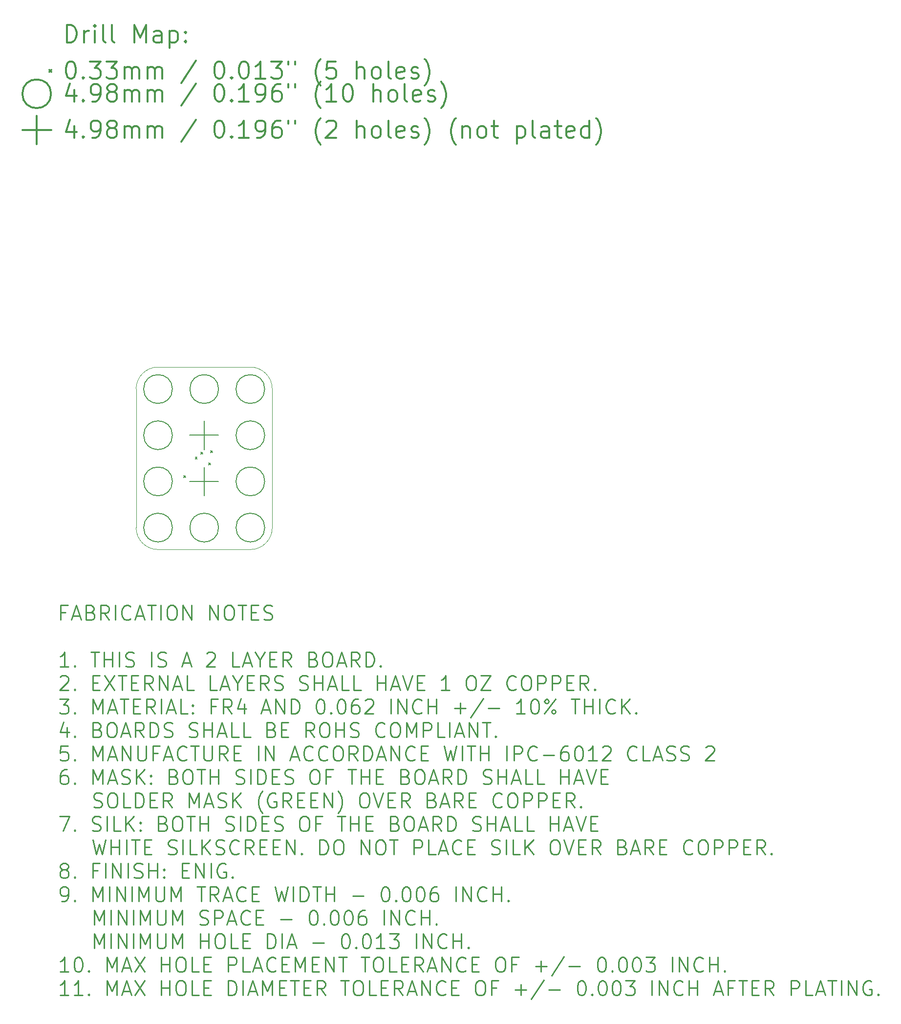
<source format=gbr>
G04 This is an RS-274x file exported by *
G04 gerbv version 2.6.0 *
G04 More information is available about gerbv at *
G04 http://gerbv.gpleda.org/ *
G04 --End of header info--*
%MOIN*%
%FSLAX34Y34*%
%IPPOS*%
G04 --Define apertures--*
%ADD10C,0.0050*%
%ADD11C,0.0079*%
%ADD12C,0.0118*%
%ADD13C,0.0138*%
%ADD14C,0.0020*%
%ADD15C,0.0100*%
G04 --Start main section--*
G54D11*
G01X0009044Y-031384D02*
G01X0009174Y-031514D01*
G01X0009174Y-031384D02*
G01X0009044Y-031514D01*
G01X0009836Y-030110D02*
G01X0009966Y-030240D01*
G01X0009966Y-030110D02*
G01X0009836Y-030240D01*
G01X0010210Y-029785D02*
G01X0010340Y-029915D01*
G01X0010340Y-029785D02*
G01X0010210Y-029915D01*
G01X0010760Y-030510D02*
G01X0010890Y-030640D01*
G01X0010890Y-030510D02*
G01X0010760Y-030640D01*
G01X0010886Y-029666D02*
G01X0011016Y-029796D01*
G01X0011016Y-029666D02*
G01X0010886Y-029796D01*
G01X0008276Y-025476D02*
G75*
G03X0008276Y-025476I-000980J0000000D01*
G01X0008276Y-028626D02*
G75*
G03X0008276Y-028626I-000980J0000000D01*
G01X0008276Y-031775D02*
G75*
G03X0008276Y-031775I-000980J0000000D01*
G01X0008276Y-034925D02*
G75*
G03X0008276Y-034925I-000980J0000000D01*
G01X0011426Y-025476D02*
G75*
G03X0011426Y-025476I-000980J0000000D01*
G01X0011426Y-034925D02*
G75*
G03X0011426Y-034925I-000980J0000000D01*
G01X0014575Y-025476D02*
G75*
G03X0014575Y-025476I-000980J0000000D01*
G01X0014575Y-028626D02*
G75*
G03X0014575Y-028626I-000980J0000000D01*
G01X0014575Y-031775D02*
G75*
G03X0014575Y-031775I-000980J0000000D01*
G01X0014575Y-034925D02*
G75*
G03X0014575Y-034925I-000980J0000000D01*
G01X0010445Y-027645D02*
G01X0010445Y-029606D01*
G01X0009465Y-028626D02*
G01X0011426Y-028626D01*
G01X0010445Y-030795D02*
G01X0010445Y-032756D01*
G01X0009465Y-031775D02*
G01X0011426Y-031775D01*
G54D12*
G01X0001069Y-001834D02*
G01X0001069Y-000652D01*
G01X0001069Y-000652D02*
G01X0001350Y-000652D01*
G01X0001350Y-000652D02*
G01X0001519Y-000709D01*
G01X0001519Y-000709D02*
G01X0001631Y-000821D01*
G01X0001631Y-000821D02*
G01X0001687Y-000934D01*
G01X0001687Y-000934D02*
G01X0001744Y-001159D01*
G01X0001744Y-001159D02*
G01X0001744Y-001327D01*
G01X0001744Y-001327D02*
G01X0001687Y-001552D01*
G01X0001687Y-001552D02*
G01X0001631Y-001665D01*
G01X0001631Y-001665D02*
G01X0001519Y-001777D01*
G01X0001519Y-001777D02*
G01X0001350Y-001834D01*
G01X0001350Y-001834D02*
G01X0001069Y-001834D01*
G01X0002250Y-001834D02*
G01X0002250Y-001046D01*
G01X0002250Y-001271D02*
G01X0002306Y-001159D01*
G01X0002306Y-001159D02*
G01X0002362Y-001102D01*
G01X0002362Y-001102D02*
G01X0002475Y-001046D01*
G01X0002475Y-001046D02*
G01X0002587Y-001046D01*
G01X0002981Y-001834D02*
G01X0002981Y-001046D01*
G01X0002981Y-000652D02*
G01X0002925Y-000709D01*
G01X0002925Y-000709D02*
G01X0002981Y-000765D01*
G01X0002981Y-000765D02*
G01X0003037Y-000709D01*
G01X0003037Y-000709D02*
G01X0002981Y-000652D01*
G01X0002981Y-000652D02*
G01X0002981Y-000765D01*
G01X0003712Y-001834D02*
G01X0003600Y-001777D01*
G01X0003600Y-001777D02*
G01X0003543Y-001665D01*
G01X0003543Y-001665D02*
G01X0003543Y-000652D01*
G01X0004331Y-001834D02*
G01X0004218Y-001777D01*
G01X0004218Y-001777D02*
G01X0004162Y-001665D01*
G01X0004162Y-001665D02*
G01X0004162Y-000652D01*
G01X0005681Y-001834D02*
G01X0005681Y-000652D01*
G01X0005681Y-000652D02*
G01X0006074Y-001496D01*
G01X0006074Y-001496D02*
G01X0006468Y-000652D01*
G01X0006468Y-000652D02*
G01X0006468Y-001834D01*
G01X0007537Y-001834D02*
G01X0007537Y-001215D01*
G01X0007537Y-001215D02*
G01X0007480Y-001102D01*
G01X0007480Y-001102D02*
G01X0007368Y-001046D01*
G01X0007368Y-001046D02*
G01X0007143Y-001046D01*
G01X0007143Y-001046D02*
G01X0007030Y-001102D01*
G01X0007537Y-001777D02*
G01X0007424Y-001834D01*
G01X0007424Y-001834D02*
G01X0007143Y-001834D01*
G01X0007143Y-001834D02*
G01X0007030Y-001777D01*
G01X0007030Y-001777D02*
G01X0006974Y-001665D01*
G01X0006974Y-001665D02*
G01X0006974Y-001552D01*
G01X0006974Y-001552D02*
G01X0007030Y-001440D01*
G01X0007030Y-001440D02*
G01X0007143Y-001384D01*
G01X0007143Y-001384D02*
G01X0007424Y-001384D01*
G01X0007424Y-001384D02*
G01X0007537Y-001327D01*
G01X0008099Y-001046D02*
G01X0008099Y-002227D01*
G01X0008099Y-001102D02*
G01X0008211Y-001046D01*
G01X0008211Y-001046D02*
G01X0008436Y-001046D01*
G01X0008436Y-001046D02*
G01X0008549Y-001102D01*
G01X0008549Y-001102D02*
G01X0008605Y-001159D01*
G01X0008605Y-001159D02*
G01X0008661Y-001271D01*
G01X0008661Y-001271D02*
G01X0008661Y-001609D01*
G01X0008661Y-001609D02*
G01X0008605Y-001721D01*
G01X0008605Y-001721D02*
G01X0008549Y-001777D01*
G01X0008549Y-001777D02*
G01X0008436Y-001834D01*
G01X0008436Y-001834D02*
G01X0008211Y-001834D01*
G01X0008211Y-001834D02*
G01X0008099Y-001777D01*
G01X0009168Y-001721D02*
G01X0009224Y-001777D01*
G01X0009224Y-001777D02*
G01X0009168Y-001834D01*
G01X0009168Y-001834D02*
G01X0009111Y-001777D01*
G01X0009111Y-001777D02*
G01X0009168Y-001721D01*
G01X0009168Y-001721D02*
G01X0009168Y-001834D01*
G01X0009168Y-001102D02*
G01X0009224Y-001159D01*
G01X0009224Y-001159D02*
G01X0009168Y-001215D01*
G01X0009168Y-001215D02*
G01X0009111Y-001159D01*
G01X0009111Y-001159D02*
G01X0009168Y-001102D01*
G01X0009168Y-001102D02*
G01X0009168Y-001215D01*
G01X-000130Y-003715D02*
G01X0000000Y-003845D01*
G01X0000000Y-003715D02*
G01X-000130Y-003845D01*
G01X0001294Y-003133D02*
G01X0001406Y-003133D01*
G01X0001406Y-003133D02*
G01X0001519Y-003189D01*
G01X0001519Y-003189D02*
G01X0001575Y-003245D01*
G01X0001575Y-003245D02*
G01X0001631Y-003358D01*
G01X0001631Y-003358D02*
G01X0001687Y-003583D01*
G01X0001687Y-003583D02*
G01X0001687Y-003864D01*
G01X0001687Y-003864D02*
G01X0001631Y-004089D01*
G01X0001631Y-004089D02*
G01X0001575Y-004201D01*
G01X0001575Y-004201D02*
G01X0001519Y-004258D01*
G01X0001519Y-004258D02*
G01X0001406Y-004314D01*
G01X0001406Y-004314D02*
G01X0001294Y-004314D01*
G01X0001294Y-004314D02*
G01X0001181Y-004258D01*
G01X0001181Y-004258D02*
G01X0001125Y-004201D01*
G01X0001125Y-004201D02*
G01X0001069Y-004089D01*
G01X0001069Y-004089D02*
G01X0001012Y-003864D01*
G01X0001012Y-003864D02*
G01X0001012Y-003583D01*
G01X0001012Y-003583D02*
G01X0001069Y-003358D01*
G01X0001069Y-003358D02*
G01X0001125Y-003245D01*
G01X0001125Y-003245D02*
G01X0001181Y-003189D01*
G01X0001181Y-003189D02*
G01X0001294Y-003133D01*
G01X0002193Y-004201D02*
G01X0002250Y-004258D01*
G01X0002250Y-004258D02*
G01X0002193Y-004314D01*
G01X0002193Y-004314D02*
G01X0002137Y-004258D01*
G01X0002137Y-004258D02*
G01X0002193Y-004201D01*
G01X0002193Y-004201D02*
G01X0002193Y-004314D01*
G01X0002643Y-003133D02*
G01X0003375Y-003133D01*
G01X0003375Y-003133D02*
G01X0002981Y-003583D01*
G01X0002981Y-003583D02*
G01X0003150Y-003583D01*
G01X0003150Y-003583D02*
G01X0003262Y-003639D01*
G01X0003262Y-003639D02*
G01X0003318Y-003695D01*
G01X0003318Y-003695D02*
G01X0003375Y-003808D01*
G01X0003375Y-003808D02*
G01X0003375Y-004089D01*
G01X0003375Y-004089D02*
G01X0003318Y-004201D01*
G01X0003318Y-004201D02*
G01X0003262Y-004258D01*
G01X0003262Y-004258D02*
G01X0003150Y-004314D01*
G01X0003150Y-004314D02*
G01X0002812Y-004314D01*
G01X0002812Y-004314D02*
G01X0002700Y-004258D01*
G01X0002700Y-004258D02*
G01X0002643Y-004201D01*
G01X0003768Y-003133D02*
G01X0004499Y-003133D01*
G01X0004499Y-003133D02*
G01X0004106Y-003583D01*
G01X0004106Y-003583D02*
G01X0004274Y-003583D01*
G01X0004274Y-003583D02*
G01X0004387Y-003639D01*
G01X0004387Y-003639D02*
G01X0004443Y-003695D01*
G01X0004443Y-003695D02*
G01X0004499Y-003808D01*
G01X0004499Y-003808D02*
G01X0004499Y-004089D01*
G01X0004499Y-004089D02*
G01X0004443Y-004201D01*
G01X0004443Y-004201D02*
G01X0004387Y-004258D01*
G01X0004387Y-004258D02*
G01X0004274Y-004314D01*
G01X0004274Y-004314D02*
G01X0003937Y-004314D01*
G01X0003937Y-004314D02*
G01X0003825Y-004258D01*
G01X0003825Y-004258D02*
G01X0003768Y-004201D01*
G01X0005006Y-004314D02*
G01X0005006Y-003526D01*
G01X0005006Y-003639D02*
G01X0005062Y-003583D01*
G01X0005062Y-003583D02*
G01X0005174Y-003526D01*
G01X0005174Y-003526D02*
G01X0005343Y-003526D01*
G01X0005343Y-003526D02*
G01X0005456Y-003583D01*
G01X0005456Y-003583D02*
G01X0005512Y-003695D01*
G01X0005512Y-003695D02*
G01X0005512Y-004314D01*
G01X0005512Y-003695D02*
G01X0005568Y-003583D01*
G01X0005568Y-003583D02*
G01X0005681Y-003526D01*
G01X0005681Y-003526D02*
G01X0005849Y-003526D01*
G01X0005849Y-003526D02*
G01X0005962Y-003583D01*
G01X0005962Y-003583D02*
G01X0006018Y-003695D01*
G01X0006018Y-003695D02*
G01X0006018Y-004314D01*
G01X0006580Y-004314D02*
G01X0006580Y-003526D01*
G01X0006580Y-003639D02*
G01X0006637Y-003583D01*
G01X0006637Y-003583D02*
G01X0006749Y-003526D01*
G01X0006749Y-003526D02*
G01X0006918Y-003526D01*
G01X0006918Y-003526D02*
G01X0007030Y-003583D01*
G01X0007030Y-003583D02*
G01X0007087Y-003695D01*
G01X0007087Y-003695D02*
G01X0007087Y-004314D01*
G01X0007087Y-003695D02*
G01X0007143Y-003583D01*
G01X0007143Y-003583D02*
G01X0007255Y-003526D01*
G01X0007255Y-003526D02*
G01X0007424Y-003526D01*
G01X0007424Y-003526D02*
G01X0007537Y-003583D01*
G01X0007537Y-003583D02*
G01X0007593Y-003695D01*
G01X0007593Y-003695D02*
G01X0007593Y-004314D01*
G01X0009899Y-003076D02*
G01X0008886Y-004595D01*
G01X0011417Y-003133D02*
G01X0011530Y-003133D01*
G01X0011530Y-003133D02*
G01X0011642Y-003189D01*
G01X0011642Y-003189D02*
G01X0011699Y-003245D01*
G01X0011699Y-003245D02*
G01X0011755Y-003358D01*
G01X0011755Y-003358D02*
G01X0011811Y-003583D01*
G01X0011811Y-003583D02*
G01X0011811Y-003864D01*
G01X0011811Y-003864D02*
G01X0011755Y-004089D01*
G01X0011755Y-004089D02*
G01X0011699Y-004201D01*
G01X0011699Y-004201D02*
G01X0011642Y-004258D01*
G01X0011642Y-004258D02*
G01X0011530Y-004314D01*
G01X0011530Y-004314D02*
G01X0011417Y-004314D01*
G01X0011417Y-004314D02*
G01X0011305Y-004258D01*
G01X0011305Y-004258D02*
G01X0011249Y-004201D01*
G01X0011249Y-004201D02*
G01X0011192Y-004089D01*
G01X0011192Y-004089D02*
G01X0011136Y-003864D01*
G01X0011136Y-003864D02*
G01X0011136Y-003583D01*
G01X0011136Y-003583D02*
G01X0011192Y-003358D01*
G01X0011192Y-003358D02*
G01X0011249Y-003245D01*
G01X0011249Y-003245D02*
G01X0011305Y-003189D01*
G01X0011305Y-003189D02*
G01X0011417Y-003133D01*
G01X0012317Y-004201D02*
G01X0012373Y-004258D01*
G01X0012373Y-004258D02*
G01X0012317Y-004314D01*
G01X0012317Y-004314D02*
G01X0012261Y-004258D01*
G01X0012261Y-004258D02*
G01X0012317Y-004201D01*
G01X0012317Y-004201D02*
G01X0012317Y-004314D01*
G01X0013105Y-003133D02*
G01X0013217Y-003133D01*
G01X0013217Y-003133D02*
G01X0013330Y-003189D01*
G01X0013330Y-003189D02*
G01X0013386Y-003245D01*
G01X0013386Y-003245D02*
G01X0013442Y-003358D01*
G01X0013442Y-003358D02*
G01X0013498Y-003583D01*
G01X0013498Y-003583D02*
G01X0013498Y-003864D01*
G01X0013498Y-003864D02*
G01X0013442Y-004089D01*
G01X0013442Y-004089D02*
G01X0013386Y-004201D01*
G01X0013386Y-004201D02*
G01X0013330Y-004258D01*
G01X0013330Y-004258D02*
G01X0013217Y-004314D01*
G01X0013217Y-004314D02*
G01X0013105Y-004314D01*
G01X0013105Y-004314D02*
G01X0012992Y-004258D01*
G01X0012992Y-004258D02*
G01X0012936Y-004201D01*
G01X0012936Y-004201D02*
G01X0012880Y-004089D01*
G01X0012880Y-004089D02*
G01X0012823Y-003864D01*
G01X0012823Y-003864D02*
G01X0012823Y-003583D01*
G01X0012823Y-003583D02*
G01X0012880Y-003358D01*
G01X0012880Y-003358D02*
G01X0012936Y-003245D01*
G01X0012936Y-003245D02*
G01X0012992Y-003189D01*
G01X0012992Y-003189D02*
G01X0013105Y-003133D01*
G01X0014623Y-004314D02*
G01X0013948Y-004314D01*
G01X0014286Y-004314D02*
G01X0014286Y-003133D01*
G01X0014286Y-003133D02*
G01X0014173Y-003301D01*
G01X0014173Y-003301D02*
G01X0014061Y-003414D01*
G01X0014061Y-003414D02*
G01X0013948Y-003470D01*
G01X0015017Y-003133D02*
G01X0015748Y-003133D01*
G01X0015748Y-003133D02*
G01X0015354Y-003583D01*
G01X0015354Y-003583D02*
G01X0015523Y-003583D01*
G01X0015523Y-003583D02*
G01X0015636Y-003639D01*
G01X0015636Y-003639D02*
G01X0015692Y-003695D01*
G01X0015692Y-003695D02*
G01X0015748Y-003808D01*
G01X0015748Y-003808D02*
G01X0015748Y-004089D01*
G01X0015748Y-004089D02*
G01X0015692Y-004201D01*
G01X0015692Y-004201D02*
G01X0015636Y-004258D01*
G01X0015636Y-004258D02*
G01X0015523Y-004314D01*
G01X0015523Y-004314D02*
G01X0015186Y-004314D01*
G01X0015186Y-004314D02*
G01X0015073Y-004258D01*
G01X0015073Y-004258D02*
G01X0015017Y-004201D01*
G01X0016198Y-003133D02*
G01X0016198Y-003358D01*
G01X0016648Y-003133D02*
G01X0016648Y-003358D01*
G01X0018391Y-004764D02*
G01X0018335Y-004708D01*
G01X0018335Y-004708D02*
G01X0018223Y-004539D01*
G01X0018223Y-004539D02*
G01X0018166Y-004426D01*
G01X0018166Y-004426D02*
G01X0018110Y-004258D01*
G01X0018110Y-004258D02*
G01X0018054Y-003976D01*
G01X0018054Y-003976D02*
G01X0018054Y-003751D01*
G01X0018054Y-003751D02*
G01X0018110Y-003470D01*
G01X0018110Y-003470D02*
G01X0018166Y-003301D01*
G01X0018166Y-003301D02*
G01X0018223Y-003189D01*
G01X0018223Y-003189D02*
G01X0018335Y-003020D01*
G01X0018335Y-003020D02*
G01X0018391Y-002964D01*
G01X0019404Y-003133D02*
G01X0018841Y-003133D01*
G01X0018841Y-003133D02*
G01X0018785Y-003695D01*
G01X0018785Y-003695D02*
G01X0018841Y-003639D01*
G01X0018841Y-003639D02*
G01X0018954Y-003583D01*
G01X0018954Y-003583D02*
G01X0019235Y-003583D01*
G01X0019235Y-003583D02*
G01X0019348Y-003639D01*
G01X0019348Y-003639D02*
G01X0019404Y-003695D01*
G01X0019404Y-003695D02*
G01X0019460Y-003808D01*
G01X0019460Y-003808D02*
G01X0019460Y-004089D01*
G01X0019460Y-004089D02*
G01X0019404Y-004201D01*
G01X0019404Y-004201D02*
G01X0019348Y-004258D01*
G01X0019348Y-004258D02*
G01X0019235Y-004314D01*
G01X0019235Y-004314D02*
G01X0018954Y-004314D01*
G01X0018954Y-004314D02*
G01X0018841Y-004258D01*
G01X0018841Y-004258D02*
G01X0018785Y-004201D01*
G01X0020866Y-004314D02*
G01X0020866Y-003133D01*
G01X0021372Y-004314D02*
G01X0021372Y-003695D01*
G01X0021372Y-003695D02*
G01X0021316Y-003583D01*
G01X0021316Y-003583D02*
G01X0021204Y-003526D01*
G01X0021204Y-003526D02*
G01X0021035Y-003526D01*
G01X0021035Y-003526D02*
G01X0020922Y-003583D01*
G01X0020922Y-003583D02*
G01X0020866Y-003639D01*
G01X0022103Y-004314D02*
G01X0021991Y-004258D01*
G01X0021991Y-004258D02*
G01X0021935Y-004201D01*
G01X0021935Y-004201D02*
G01X0021879Y-004089D01*
G01X0021879Y-004089D02*
G01X0021879Y-003751D01*
G01X0021879Y-003751D02*
G01X0021935Y-003639D01*
G01X0021935Y-003639D02*
G01X0021991Y-003583D01*
G01X0021991Y-003583D02*
G01X0022103Y-003526D01*
G01X0022103Y-003526D02*
G01X0022272Y-003526D01*
G01X0022272Y-003526D02*
G01X0022385Y-003583D01*
G01X0022385Y-003583D02*
G01X0022441Y-003639D01*
G01X0022441Y-003639D02*
G01X0022497Y-003751D01*
G01X0022497Y-003751D02*
G01X0022497Y-004089D01*
G01X0022497Y-004089D02*
G01X0022441Y-004201D01*
G01X0022441Y-004201D02*
G01X0022385Y-004258D01*
G01X0022385Y-004258D02*
G01X0022272Y-004314D01*
G01X0022272Y-004314D02*
G01X0022103Y-004314D01*
G01X0023172Y-004314D02*
G01X0023060Y-004258D01*
G01X0023060Y-004258D02*
G01X0023003Y-004145D01*
G01X0023003Y-004145D02*
G01X0023003Y-003133D01*
G01X0024072Y-004258D02*
G01X0023960Y-004314D01*
G01X0023960Y-004314D02*
G01X0023735Y-004314D01*
G01X0023735Y-004314D02*
G01X0023622Y-004258D01*
G01X0023622Y-004258D02*
G01X0023566Y-004145D01*
G01X0023566Y-004145D02*
G01X0023566Y-003695D01*
G01X0023566Y-003695D02*
G01X0023622Y-003583D01*
G01X0023622Y-003583D02*
G01X0023735Y-003526D01*
G01X0023735Y-003526D02*
G01X0023960Y-003526D01*
G01X0023960Y-003526D02*
G01X0024072Y-003583D01*
G01X0024072Y-003583D02*
G01X0024128Y-003695D01*
G01X0024128Y-003695D02*
G01X0024128Y-003808D01*
G01X0024128Y-003808D02*
G01X0023566Y-003920D01*
G01X0024578Y-004258D02*
G01X0024691Y-004314D01*
G01X0024691Y-004314D02*
G01X0024916Y-004314D01*
G01X0024916Y-004314D02*
G01X0025028Y-004258D01*
G01X0025028Y-004258D02*
G01X0025084Y-004145D01*
G01X0025084Y-004145D02*
G01X0025084Y-004089D01*
G01X0025084Y-004089D02*
G01X0025028Y-003976D01*
G01X0025028Y-003976D02*
G01X0024916Y-003920D01*
G01X0024916Y-003920D02*
G01X0024747Y-003920D01*
G01X0024747Y-003920D02*
G01X0024634Y-003864D01*
G01X0024634Y-003864D02*
G01X0024578Y-003751D01*
G01X0024578Y-003751D02*
G01X0024578Y-003695D01*
G01X0024578Y-003695D02*
G01X0024634Y-003583D01*
G01X0024634Y-003583D02*
G01X0024747Y-003526D01*
G01X0024747Y-003526D02*
G01X0024916Y-003526D01*
G01X0024916Y-003526D02*
G01X0025028Y-003583D01*
G01X0025478Y-004764D02*
G01X0025534Y-004708D01*
G01X0025534Y-004708D02*
G01X0025647Y-004539D01*
G01X0025647Y-004539D02*
G01X0025703Y-004426D01*
G01X0025703Y-004426D02*
G01X0025759Y-004258D01*
G01X0025759Y-004258D02*
G01X0025816Y-003976D01*
G01X0025816Y-003976D02*
G01X0025816Y-003751D01*
G01X0025816Y-003751D02*
G01X0025759Y-003470D01*
G01X0025759Y-003470D02*
G01X0025703Y-003301D01*
G01X0025703Y-003301D02*
G01X0025647Y-003189D01*
G01X0025647Y-003189D02*
G01X0025534Y-003020D01*
G01X0025534Y-003020D02*
G01X0025478Y-002964D01*
G01X0000000Y-005339D02*
G75*
G03X0000000Y-005339I-000980J0000000D01*
G01X0001575Y-005085D02*
G01X0001575Y-005873D01*
G01X0001294Y-004636D02*
G01X0001012Y-005479D01*
G01X0001012Y-005479D02*
G01X0001744Y-005479D01*
G01X0002193Y-005760D02*
G01X0002250Y-005817D01*
G01X0002250Y-005817D02*
G01X0002193Y-005873D01*
G01X0002193Y-005873D02*
G01X0002137Y-005817D01*
G01X0002137Y-005817D02*
G01X0002193Y-005760D01*
G01X0002193Y-005760D02*
G01X0002193Y-005873D01*
G01X0002812Y-005873D02*
G01X0003037Y-005873D01*
G01X0003037Y-005873D02*
G01X0003150Y-005817D01*
G01X0003150Y-005817D02*
G01X0003206Y-005760D01*
G01X0003206Y-005760D02*
G01X0003318Y-005592D01*
G01X0003318Y-005592D02*
G01X0003375Y-005367D01*
G01X0003375Y-005367D02*
G01X0003375Y-004917D01*
G01X0003375Y-004917D02*
G01X0003318Y-004804D01*
G01X0003318Y-004804D02*
G01X0003262Y-004748D01*
G01X0003262Y-004748D02*
G01X0003150Y-004692D01*
G01X0003150Y-004692D02*
G01X0002925Y-004692D01*
G01X0002925Y-004692D02*
G01X0002812Y-004748D01*
G01X0002812Y-004748D02*
G01X0002756Y-004804D01*
G01X0002756Y-004804D02*
G01X0002700Y-004917D01*
G01X0002700Y-004917D02*
G01X0002700Y-005198D01*
G01X0002700Y-005198D02*
G01X0002756Y-005310D01*
G01X0002756Y-005310D02*
G01X0002812Y-005367D01*
G01X0002812Y-005367D02*
G01X0002925Y-005423D01*
G01X0002925Y-005423D02*
G01X0003150Y-005423D01*
G01X0003150Y-005423D02*
G01X0003262Y-005367D01*
G01X0003262Y-005367D02*
G01X0003318Y-005310D01*
G01X0003318Y-005310D02*
G01X0003375Y-005198D01*
G01X0004049Y-005198D02*
G01X0003937Y-005142D01*
G01X0003937Y-005142D02*
G01X0003881Y-005085D01*
G01X0003881Y-005085D02*
G01X0003825Y-004973D01*
G01X0003825Y-004973D02*
G01X0003825Y-004917D01*
G01X0003825Y-004917D02*
G01X0003881Y-004804D01*
G01X0003881Y-004804D02*
G01X0003937Y-004748D01*
G01X0003937Y-004748D02*
G01X0004049Y-004692D01*
G01X0004049Y-004692D02*
G01X0004274Y-004692D01*
G01X0004274Y-004692D02*
G01X0004387Y-004748D01*
G01X0004387Y-004748D02*
G01X0004443Y-004804D01*
G01X0004443Y-004804D02*
G01X0004499Y-004917D01*
G01X0004499Y-004917D02*
G01X0004499Y-004973D01*
G01X0004499Y-004973D02*
G01X0004443Y-005085D01*
G01X0004443Y-005085D02*
G01X0004387Y-005142D01*
G01X0004387Y-005142D02*
G01X0004274Y-005198D01*
G01X0004274Y-005198D02*
G01X0004049Y-005198D01*
G01X0004049Y-005198D02*
G01X0003937Y-005254D01*
G01X0003937Y-005254D02*
G01X0003881Y-005310D01*
G01X0003881Y-005310D02*
G01X0003825Y-005423D01*
G01X0003825Y-005423D02*
G01X0003825Y-005648D01*
G01X0003825Y-005648D02*
G01X0003881Y-005760D01*
G01X0003881Y-005760D02*
G01X0003937Y-005817D01*
G01X0003937Y-005817D02*
G01X0004049Y-005873D01*
G01X0004049Y-005873D02*
G01X0004274Y-005873D01*
G01X0004274Y-005873D02*
G01X0004387Y-005817D01*
G01X0004387Y-005817D02*
G01X0004443Y-005760D01*
G01X0004443Y-005760D02*
G01X0004499Y-005648D01*
G01X0004499Y-005648D02*
G01X0004499Y-005423D01*
G01X0004499Y-005423D02*
G01X0004443Y-005310D01*
G01X0004443Y-005310D02*
G01X0004387Y-005254D01*
G01X0004387Y-005254D02*
G01X0004274Y-005198D01*
G01X0005006Y-005873D02*
G01X0005006Y-005085D01*
G01X0005006Y-005198D02*
G01X0005062Y-005142D01*
G01X0005062Y-005142D02*
G01X0005174Y-005085D01*
G01X0005174Y-005085D02*
G01X0005343Y-005085D01*
G01X0005343Y-005085D02*
G01X0005456Y-005142D01*
G01X0005456Y-005142D02*
G01X0005512Y-005254D01*
G01X0005512Y-005254D02*
G01X0005512Y-005873D01*
G01X0005512Y-005254D02*
G01X0005568Y-005142D01*
G01X0005568Y-005142D02*
G01X0005681Y-005085D01*
G01X0005681Y-005085D02*
G01X0005849Y-005085D01*
G01X0005849Y-005085D02*
G01X0005962Y-005142D01*
G01X0005962Y-005142D02*
G01X0006018Y-005254D01*
G01X0006018Y-005254D02*
G01X0006018Y-005873D01*
G01X0006580Y-005873D02*
G01X0006580Y-005085D01*
G01X0006580Y-005198D02*
G01X0006637Y-005142D01*
G01X0006637Y-005142D02*
G01X0006749Y-005085D01*
G01X0006749Y-005085D02*
G01X0006918Y-005085D01*
G01X0006918Y-005085D02*
G01X0007030Y-005142D01*
G01X0007030Y-005142D02*
G01X0007087Y-005254D01*
G01X0007087Y-005254D02*
G01X0007087Y-005873D01*
G01X0007087Y-005254D02*
G01X0007143Y-005142D01*
G01X0007143Y-005142D02*
G01X0007255Y-005085D01*
G01X0007255Y-005085D02*
G01X0007424Y-005085D01*
G01X0007424Y-005085D02*
G01X0007537Y-005142D01*
G01X0007537Y-005142D02*
G01X0007593Y-005254D01*
G01X0007593Y-005254D02*
G01X0007593Y-005873D01*
G01X0009899Y-004636D02*
G01X0008886Y-006154D01*
G01X0011417Y-004692D02*
G01X0011530Y-004692D01*
G01X0011530Y-004692D02*
G01X0011642Y-004748D01*
G01X0011642Y-004748D02*
G01X0011699Y-004804D01*
G01X0011699Y-004804D02*
G01X0011755Y-004917D01*
G01X0011755Y-004917D02*
G01X0011811Y-005142D01*
G01X0011811Y-005142D02*
G01X0011811Y-005423D01*
G01X0011811Y-005423D02*
G01X0011755Y-005648D01*
G01X0011755Y-005648D02*
G01X0011699Y-005760D01*
G01X0011699Y-005760D02*
G01X0011642Y-005817D01*
G01X0011642Y-005817D02*
G01X0011530Y-005873D01*
G01X0011530Y-005873D02*
G01X0011417Y-005873D01*
G01X0011417Y-005873D02*
G01X0011305Y-005817D01*
G01X0011305Y-005817D02*
G01X0011249Y-005760D01*
G01X0011249Y-005760D02*
G01X0011192Y-005648D01*
G01X0011192Y-005648D02*
G01X0011136Y-005423D01*
G01X0011136Y-005423D02*
G01X0011136Y-005142D01*
G01X0011136Y-005142D02*
G01X0011192Y-004917D01*
G01X0011192Y-004917D02*
G01X0011249Y-004804D01*
G01X0011249Y-004804D02*
G01X0011305Y-004748D01*
G01X0011305Y-004748D02*
G01X0011417Y-004692D01*
G01X0012317Y-005760D02*
G01X0012373Y-005817D01*
G01X0012373Y-005817D02*
G01X0012317Y-005873D01*
G01X0012317Y-005873D02*
G01X0012261Y-005817D01*
G01X0012261Y-005817D02*
G01X0012317Y-005760D01*
G01X0012317Y-005760D02*
G01X0012317Y-005873D01*
G01X0013498Y-005873D02*
G01X0012823Y-005873D01*
G01X0013161Y-005873D02*
G01X0013161Y-004692D01*
G01X0013161Y-004692D02*
G01X0013048Y-004861D01*
G01X0013048Y-004861D02*
G01X0012936Y-004973D01*
G01X0012936Y-004973D02*
G01X0012823Y-005029D01*
G01X0014061Y-005873D02*
G01X0014286Y-005873D01*
G01X0014286Y-005873D02*
G01X0014398Y-005817D01*
G01X0014398Y-005817D02*
G01X0014454Y-005760D01*
G01X0014454Y-005760D02*
G01X0014567Y-005592D01*
G01X0014567Y-005592D02*
G01X0014623Y-005367D01*
G01X0014623Y-005367D02*
G01X0014623Y-004917D01*
G01X0014623Y-004917D02*
G01X0014567Y-004804D01*
G01X0014567Y-004804D02*
G01X0014511Y-004748D01*
G01X0014511Y-004748D02*
G01X0014398Y-004692D01*
G01X0014398Y-004692D02*
G01X0014173Y-004692D01*
G01X0014173Y-004692D02*
G01X0014061Y-004748D01*
G01X0014061Y-004748D02*
G01X0014005Y-004804D01*
G01X0014005Y-004804D02*
G01X0013948Y-004917D01*
G01X0013948Y-004917D02*
G01X0013948Y-005198D01*
G01X0013948Y-005198D02*
G01X0014005Y-005310D01*
G01X0014005Y-005310D02*
G01X0014061Y-005367D01*
G01X0014061Y-005367D02*
G01X0014173Y-005423D01*
G01X0014173Y-005423D02*
G01X0014398Y-005423D01*
G01X0014398Y-005423D02*
G01X0014511Y-005367D01*
G01X0014511Y-005367D02*
G01X0014567Y-005310D01*
G01X0014567Y-005310D02*
G01X0014623Y-005198D01*
G01X0015636Y-004692D02*
G01X0015411Y-004692D01*
G01X0015411Y-004692D02*
G01X0015298Y-004748D01*
G01X0015298Y-004748D02*
G01X0015242Y-004804D01*
G01X0015242Y-004804D02*
G01X0015129Y-004973D01*
G01X0015129Y-004973D02*
G01X0015073Y-005198D01*
G01X0015073Y-005198D02*
G01X0015073Y-005648D01*
G01X0015073Y-005648D02*
G01X0015129Y-005760D01*
G01X0015129Y-005760D02*
G01X0015186Y-005817D01*
G01X0015186Y-005817D02*
G01X0015298Y-005873D01*
G01X0015298Y-005873D02*
G01X0015523Y-005873D01*
G01X0015523Y-005873D02*
G01X0015636Y-005817D01*
G01X0015636Y-005817D02*
G01X0015692Y-005760D01*
G01X0015692Y-005760D02*
G01X0015748Y-005648D01*
G01X0015748Y-005648D02*
G01X0015748Y-005367D01*
G01X0015748Y-005367D02*
G01X0015692Y-005254D01*
G01X0015692Y-005254D02*
G01X0015636Y-005198D01*
G01X0015636Y-005198D02*
G01X0015523Y-005142D01*
G01X0015523Y-005142D02*
G01X0015298Y-005142D01*
G01X0015298Y-005142D02*
G01X0015186Y-005198D01*
G01X0015186Y-005198D02*
G01X0015129Y-005254D01*
G01X0015129Y-005254D02*
G01X0015073Y-005367D01*
G01X0016198Y-004692D02*
G01X0016198Y-004917D01*
G01X0016648Y-004692D02*
G01X0016648Y-004917D01*
G01X0018391Y-006323D02*
G01X0018335Y-006267D01*
G01X0018335Y-006267D02*
G01X0018223Y-006098D01*
G01X0018223Y-006098D02*
G01X0018166Y-005985D01*
G01X0018166Y-005985D02*
G01X0018110Y-005817D01*
G01X0018110Y-005817D02*
G01X0018054Y-005535D01*
G01X0018054Y-005535D02*
G01X0018054Y-005310D01*
G01X0018054Y-005310D02*
G01X0018110Y-005029D01*
G01X0018110Y-005029D02*
G01X0018166Y-004861D01*
G01X0018166Y-004861D02*
G01X0018223Y-004748D01*
G01X0018223Y-004748D02*
G01X0018335Y-004579D01*
G01X0018335Y-004579D02*
G01X0018391Y-004523D01*
G01X0019460Y-005873D02*
G01X0018785Y-005873D01*
G01X0019123Y-005873D02*
G01X0019123Y-004692D01*
G01X0019123Y-004692D02*
G01X0019010Y-004861D01*
G01X0019010Y-004861D02*
G01X0018898Y-004973D01*
G01X0018898Y-004973D02*
G01X0018785Y-005029D01*
G01X0020191Y-004692D02*
G01X0020304Y-004692D01*
G01X0020304Y-004692D02*
G01X0020416Y-004748D01*
G01X0020416Y-004748D02*
G01X0020472Y-004804D01*
G01X0020472Y-004804D02*
G01X0020529Y-004917D01*
G01X0020529Y-004917D02*
G01X0020585Y-005142D01*
G01X0020585Y-005142D02*
G01X0020585Y-005423D01*
G01X0020585Y-005423D02*
G01X0020529Y-005648D01*
G01X0020529Y-005648D02*
G01X0020472Y-005760D01*
G01X0020472Y-005760D02*
G01X0020416Y-005817D01*
G01X0020416Y-005817D02*
G01X0020304Y-005873D01*
G01X0020304Y-005873D02*
G01X0020191Y-005873D01*
G01X0020191Y-005873D02*
G01X0020079Y-005817D01*
G01X0020079Y-005817D02*
G01X0020022Y-005760D01*
G01X0020022Y-005760D02*
G01X0019966Y-005648D01*
G01X0019966Y-005648D02*
G01X0019910Y-005423D01*
G01X0019910Y-005423D02*
G01X0019910Y-005142D01*
G01X0019910Y-005142D02*
G01X0019966Y-004917D01*
G01X0019966Y-004917D02*
G01X0020022Y-004804D01*
G01X0020022Y-004804D02*
G01X0020079Y-004748D01*
G01X0020079Y-004748D02*
G01X0020191Y-004692D01*
G01X0021991Y-005873D02*
G01X0021991Y-004692D01*
G01X0022497Y-005873D02*
G01X0022497Y-005254D01*
G01X0022497Y-005254D02*
G01X0022441Y-005142D01*
G01X0022441Y-005142D02*
G01X0022328Y-005085D01*
G01X0022328Y-005085D02*
G01X0022160Y-005085D01*
G01X0022160Y-005085D02*
G01X0022047Y-005142D01*
G01X0022047Y-005142D02*
G01X0021991Y-005198D01*
G01X0023228Y-005873D02*
G01X0023116Y-005817D01*
G01X0023116Y-005817D02*
G01X0023060Y-005760D01*
G01X0023060Y-005760D02*
G01X0023003Y-005648D01*
G01X0023003Y-005648D02*
G01X0023003Y-005310D01*
G01X0023003Y-005310D02*
G01X0023060Y-005198D01*
G01X0023060Y-005198D02*
G01X0023116Y-005142D01*
G01X0023116Y-005142D02*
G01X0023228Y-005085D01*
G01X0023228Y-005085D02*
G01X0023397Y-005085D01*
G01X0023397Y-005085D02*
G01X0023510Y-005142D01*
G01X0023510Y-005142D02*
G01X0023566Y-005198D01*
G01X0023566Y-005198D02*
G01X0023622Y-005310D01*
G01X0023622Y-005310D02*
G01X0023622Y-005648D01*
G01X0023622Y-005648D02*
G01X0023566Y-005760D01*
G01X0023566Y-005760D02*
G01X0023510Y-005817D01*
G01X0023510Y-005817D02*
G01X0023397Y-005873D01*
G01X0023397Y-005873D02*
G01X0023228Y-005873D01*
G01X0024297Y-005873D02*
G01X0024184Y-005817D01*
G01X0024184Y-005817D02*
G01X0024128Y-005704D01*
G01X0024128Y-005704D02*
G01X0024128Y-004692D01*
G01X0025197Y-005817D02*
G01X0025084Y-005873D01*
G01X0025084Y-005873D02*
G01X0024859Y-005873D01*
G01X0024859Y-005873D02*
G01X0024747Y-005817D01*
G01X0024747Y-005817D02*
G01X0024691Y-005704D01*
G01X0024691Y-005704D02*
G01X0024691Y-005254D01*
G01X0024691Y-005254D02*
G01X0024747Y-005142D01*
G01X0024747Y-005142D02*
G01X0024859Y-005085D01*
G01X0024859Y-005085D02*
G01X0025084Y-005085D01*
G01X0025084Y-005085D02*
G01X0025197Y-005142D01*
G01X0025197Y-005142D02*
G01X0025253Y-005254D01*
G01X0025253Y-005254D02*
G01X0025253Y-005367D01*
G01X0025253Y-005367D02*
G01X0024691Y-005479D01*
G01X0025703Y-005817D02*
G01X0025816Y-005873D01*
G01X0025816Y-005873D02*
G01X0026040Y-005873D01*
G01X0026040Y-005873D02*
G01X0026153Y-005817D01*
G01X0026153Y-005817D02*
G01X0026209Y-005704D01*
G01X0026209Y-005704D02*
G01X0026209Y-005648D01*
G01X0026209Y-005648D02*
G01X0026153Y-005535D01*
G01X0026153Y-005535D02*
G01X0026040Y-005479D01*
G01X0026040Y-005479D02*
G01X0025872Y-005479D01*
G01X0025872Y-005479D02*
G01X0025759Y-005423D01*
G01X0025759Y-005423D02*
G01X0025703Y-005310D01*
G01X0025703Y-005310D02*
G01X0025703Y-005254D01*
G01X0025703Y-005254D02*
G01X0025759Y-005142D01*
G01X0025759Y-005142D02*
G01X0025872Y-005085D01*
G01X0025872Y-005085D02*
G01X0026040Y-005085D01*
G01X0026040Y-005085D02*
G01X0026153Y-005142D01*
G01X0026603Y-006323D02*
G01X0026659Y-006267D01*
G01X0026659Y-006267D02*
G01X0026772Y-006098D01*
G01X0026772Y-006098D02*
G01X0026828Y-005985D01*
G01X0026828Y-005985D02*
G01X0026884Y-005817D01*
G01X0026884Y-005817D02*
G01X0026940Y-005535D01*
G01X0026940Y-005535D02*
G01X0026940Y-005310D01*
G01X0026940Y-005310D02*
G01X0026884Y-005029D01*
G01X0026884Y-005029D02*
G01X0026828Y-004861D01*
G01X0026828Y-004861D02*
G01X0026772Y-004748D01*
G01X0026772Y-004748D02*
G01X0026659Y-004579D01*
G01X0026659Y-004579D02*
G01X0026603Y-004523D01*
G01X-000980Y-006831D02*
G01X-000980Y-008791D01*
G01X-001961Y-007811D02*
G01X0000000Y-007811D01*
G01X0001575Y-007558D02*
G01X0001575Y-008345D01*
G01X0001294Y-007108D02*
G01X0001012Y-007952D01*
G01X0001012Y-007952D02*
G01X0001744Y-007952D01*
G01X0002193Y-008233D02*
G01X0002250Y-008289D01*
G01X0002250Y-008289D02*
G01X0002193Y-008345D01*
G01X0002193Y-008345D02*
G01X0002137Y-008289D01*
G01X0002137Y-008289D02*
G01X0002193Y-008233D01*
G01X0002193Y-008233D02*
G01X0002193Y-008345D01*
G01X0002812Y-008345D02*
G01X0003037Y-008345D01*
G01X0003037Y-008345D02*
G01X0003150Y-008289D01*
G01X0003150Y-008289D02*
G01X0003206Y-008233D01*
G01X0003206Y-008233D02*
G01X0003318Y-008064D01*
G01X0003318Y-008064D02*
G01X0003375Y-007839D01*
G01X0003375Y-007839D02*
G01X0003375Y-007389D01*
G01X0003375Y-007389D02*
G01X0003318Y-007277D01*
G01X0003318Y-007277D02*
G01X0003262Y-007220D01*
G01X0003262Y-007220D02*
G01X0003150Y-007164D01*
G01X0003150Y-007164D02*
G01X0002925Y-007164D01*
G01X0002925Y-007164D02*
G01X0002812Y-007220D01*
G01X0002812Y-007220D02*
G01X0002756Y-007277D01*
G01X0002756Y-007277D02*
G01X0002700Y-007389D01*
G01X0002700Y-007389D02*
G01X0002700Y-007670D01*
G01X0002700Y-007670D02*
G01X0002756Y-007783D01*
G01X0002756Y-007783D02*
G01X0002812Y-007839D01*
G01X0002812Y-007839D02*
G01X0002925Y-007895D01*
G01X0002925Y-007895D02*
G01X0003150Y-007895D01*
G01X0003150Y-007895D02*
G01X0003262Y-007839D01*
G01X0003262Y-007839D02*
G01X0003318Y-007783D01*
G01X0003318Y-007783D02*
G01X0003375Y-007670D01*
G01X0004049Y-007670D02*
G01X0003937Y-007614D01*
G01X0003937Y-007614D02*
G01X0003881Y-007558D01*
G01X0003881Y-007558D02*
G01X0003825Y-007445D01*
G01X0003825Y-007445D02*
G01X0003825Y-007389D01*
G01X0003825Y-007389D02*
G01X0003881Y-007277D01*
G01X0003881Y-007277D02*
G01X0003937Y-007220D01*
G01X0003937Y-007220D02*
G01X0004049Y-007164D01*
G01X0004049Y-007164D02*
G01X0004274Y-007164D01*
G01X0004274Y-007164D02*
G01X0004387Y-007220D01*
G01X0004387Y-007220D02*
G01X0004443Y-007277D01*
G01X0004443Y-007277D02*
G01X0004499Y-007389D01*
G01X0004499Y-007389D02*
G01X0004499Y-007445D01*
G01X0004499Y-007445D02*
G01X0004443Y-007558D01*
G01X0004443Y-007558D02*
G01X0004387Y-007614D01*
G01X0004387Y-007614D02*
G01X0004274Y-007670D01*
G01X0004274Y-007670D02*
G01X0004049Y-007670D01*
G01X0004049Y-007670D02*
G01X0003937Y-007727D01*
G01X0003937Y-007727D02*
G01X0003881Y-007783D01*
G01X0003881Y-007783D02*
G01X0003825Y-007895D01*
G01X0003825Y-007895D02*
G01X0003825Y-008120D01*
G01X0003825Y-008120D02*
G01X0003881Y-008233D01*
G01X0003881Y-008233D02*
G01X0003937Y-008289D01*
G01X0003937Y-008289D02*
G01X0004049Y-008345D01*
G01X0004049Y-008345D02*
G01X0004274Y-008345D01*
G01X0004274Y-008345D02*
G01X0004387Y-008289D01*
G01X0004387Y-008289D02*
G01X0004443Y-008233D01*
G01X0004443Y-008233D02*
G01X0004499Y-008120D01*
G01X0004499Y-008120D02*
G01X0004499Y-007895D01*
G01X0004499Y-007895D02*
G01X0004443Y-007783D01*
G01X0004443Y-007783D02*
G01X0004387Y-007727D01*
G01X0004387Y-007727D02*
G01X0004274Y-007670D01*
G01X0005006Y-008345D02*
G01X0005006Y-007558D01*
G01X0005006Y-007670D02*
G01X0005062Y-007614D01*
G01X0005062Y-007614D02*
G01X0005174Y-007558D01*
G01X0005174Y-007558D02*
G01X0005343Y-007558D01*
G01X0005343Y-007558D02*
G01X0005456Y-007614D01*
G01X0005456Y-007614D02*
G01X0005512Y-007727D01*
G01X0005512Y-007727D02*
G01X0005512Y-008345D01*
G01X0005512Y-007727D02*
G01X0005568Y-007614D01*
G01X0005568Y-007614D02*
G01X0005681Y-007558D01*
G01X0005681Y-007558D02*
G01X0005849Y-007558D01*
G01X0005849Y-007558D02*
G01X0005962Y-007614D01*
G01X0005962Y-007614D02*
G01X0006018Y-007727D01*
G01X0006018Y-007727D02*
G01X0006018Y-008345D01*
G01X0006580Y-008345D02*
G01X0006580Y-007558D01*
G01X0006580Y-007670D02*
G01X0006637Y-007614D01*
G01X0006637Y-007614D02*
G01X0006749Y-007558D01*
G01X0006749Y-007558D02*
G01X0006918Y-007558D01*
G01X0006918Y-007558D02*
G01X0007030Y-007614D01*
G01X0007030Y-007614D02*
G01X0007087Y-007727D01*
G01X0007087Y-007727D02*
G01X0007087Y-008345D01*
G01X0007087Y-007727D02*
G01X0007143Y-007614D01*
G01X0007143Y-007614D02*
G01X0007255Y-007558D01*
G01X0007255Y-007558D02*
G01X0007424Y-007558D01*
G01X0007424Y-007558D02*
G01X0007537Y-007614D01*
G01X0007537Y-007614D02*
G01X0007593Y-007727D01*
G01X0007593Y-007727D02*
G01X0007593Y-008345D01*
G01X0009899Y-007108D02*
G01X0008886Y-008627D01*
G01X0011417Y-007164D02*
G01X0011530Y-007164D01*
G01X0011530Y-007164D02*
G01X0011642Y-007220D01*
G01X0011642Y-007220D02*
G01X0011699Y-007277D01*
G01X0011699Y-007277D02*
G01X0011755Y-007389D01*
G01X0011755Y-007389D02*
G01X0011811Y-007614D01*
G01X0011811Y-007614D02*
G01X0011811Y-007895D01*
G01X0011811Y-007895D02*
G01X0011755Y-008120D01*
G01X0011755Y-008120D02*
G01X0011699Y-008233D01*
G01X0011699Y-008233D02*
G01X0011642Y-008289D01*
G01X0011642Y-008289D02*
G01X0011530Y-008345D01*
G01X0011530Y-008345D02*
G01X0011417Y-008345D01*
G01X0011417Y-008345D02*
G01X0011305Y-008289D01*
G01X0011305Y-008289D02*
G01X0011249Y-008233D01*
G01X0011249Y-008233D02*
G01X0011192Y-008120D01*
G01X0011192Y-008120D02*
G01X0011136Y-007895D01*
G01X0011136Y-007895D02*
G01X0011136Y-007614D01*
G01X0011136Y-007614D02*
G01X0011192Y-007389D01*
G01X0011192Y-007389D02*
G01X0011249Y-007277D01*
G01X0011249Y-007277D02*
G01X0011305Y-007220D01*
G01X0011305Y-007220D02*
G01X0011417Y-007164D01*
G01X0012317Y-008233D02*
G01X0012373Y-008289D01*
G01X0012373Y-008289D02*
G01X0012317Y-008345D01*
G01X0012317Y-008345D02*
G01X0012261Y-008289D01*
G01X0012261Y-008289D02*
G01X0012317Y-008233D01*
G01X0012317Y-008233D02*
G01X0012317Y-008345D01*
G01X0013498Y-008345D02*
G01X0012823Y-008345D01*
G01X0013161Y-008345D02*
G01X0013161Y-007164D01*
G01X0013161Y-007164D02*
G01X0013048Y-007333D01*
G01X0013048Y-007333D02*
G01X0012936Y-007445D01*
G01X0012936Y-007445D02*
G01X0012823Y-007502D01*
G01X0014061Y-008345D02*
G01X0014286Y-008345D01*
G01X0014286Y-008345D02*
G01X0014398Y-008289D01*
G01X0014398Y-008289D02*
G01X0014454Y-008233D01*
G01X0014454Y-008233D02*
G01X0014567Y-008064D01*
G01X0014567Y-008064D02*
G01X0014623Y-007839D01*
G01X0014623Y-007839D02*
G01X0014623Y-007389D01*
G01X0014623Y-007389D02*
G01X0014567Y-007277D01*
G01X0014567Y-007277D02*
G01X0014511Y-007220D01*
G01X0014511Y-007220D02*
G01X0014398Y-007164D01*
G01X0014398Y-007164D02*
G01X0014173Y-007164D01*
G01X0014173Y-007164D02*
G01X0014061Y-007220D01*
G01X0014061Y-007220D02*
G01X0014005Y-007277D01*
G01X0014005Y-007277D02*
G01X0013948Y-007389D01*
G01X0013948Y-007389D02*
G01X0013948Y-007670D01*
G01X0013948Y-007670D02*
G01X0014005Y-007783D01*
G01X0014005Y-007783D02*
G01X0014061Y-007839D01*
G01X0014061Y-007839D02*
G01X0014173Y-007895D01*
G01X0014173Y-007895D02*
G01X0014398Y-007895D01*
G01X0014398Y-007895D02*
G01X0014511Y-007839D01*
G01X0014511Y-007839D02*
G01X0014567Y-007783D01*
G01X0014567Y-007783D02*
G01X0014623Y-007670D01*
G01X0015636Y-007164D02*
G01X0015411Y-007164D01*
G01X0015411Y-007164D02*
G01X0015298Y-007220D01*
G01X0015298Y-007220D02*
G01X0015242Y-007277D01*
G01X0015242Y-007277D02*
G01X0015129Y-007445D01*
G01X0015129Y-007445D02*
G01X0015073Y-007670D01*
G01X0015073Y-007670D02*
G01X0015073Y-008120D01*
G01X0015073Y-008120D02*
G01X0015129Y-008233D01*
G01X0015129Y-008233D02*
G01X0015186Y-008289D01*
G01X0015186Y-008289D02*
G01X0015298Y-008345D01*
G01X0015298Y-008345D02*
G01X0015523Y-008345D01*
G01X0015523Y-008345D02*
G01X0015636Y-008289D01*
G01X0015636Y-008289D02*
G01X0015692Y-008233D01*
G01X0015692Y-008233D02*
G01X0015748Y-008120D01*
G01X0015748Y-008120D02*
G01X0015748Y-007839D01*
G01X0015748Y-007839D02*
G01X0015692Y-007727D01*
G01X0015692Y-007727D02*
G01X0015636Y-007670D01*
G01X0015636Y-007670D02*
G01X0015523Y-007614D01*
G01X0015523Y-007614D02*
G01X0015298Y-007614D01*
G01X0015298Y-007614D02*
G01X0015186Y-007670D01*
G01X0015186Y-007670D02*
G01X0015129Y-007727D01*
G01X0015129Y-007727D02*
G01X0015073Y-007839D01*
G01X0016198Y-007164D02*
G01X0016198Y-007389D01*
G01X0016648Y-007164D02*
G01X0016648Y-007389D01*
G01X0018391Y-008795D02*
G01X0018335Y-008739D01*
G01X0018335Y-008739D02*
G01X0018223Y-008570D01*
G01X0018223Y-008570D02*
G01X0018166Y-008458D01*
G01X0018166Y-008458D02*
G01X0018110Y-008289D01*
G01X0018110Y-008289D02*
G01X0018054Y-008008D01*
G01X0018054Y-008008D02*
G01X0018054Y-007783D01*
G01X0018054Y-007783D02*
G01X0018110Y-007502D01*
G01X0018110Y-007502D02*
G01X0018166Y-007333D01*
G01X0018166Y-007333D02*
G01X0018223Y-007220D01*
G01X0018223Y-007220D02*
G01X0018335Y-007052D01*
G01X0018335Y-007052D02*
G01X0018391Y-006995D01*
G01X0018785Y-007277D02*
G01X0018841Y-007220D01*
G01X0018841Y-007220D02*
G01X0018954Y-007164D01*
G01X0018954Y-007164D02*
G01X0019235Y-007164D01*
G01X0019235Y-007164D02*
G01X0019348Y-007220D01*
G01X0019348Y-007220D02*
G01X0019404Y-007277D01*
G01X0019404Y-007277D02*
G01X0019460Y-007389D01*
G01X0019460Y-007389D02*
G01X0019460Y-007502D01*
G01X0019460Y-007502D02*
G01X0019404Y-007670D01*
G01X0019404Y-007670D02*
G01X0018729Y-008345D01*
G01X0018729Y-008345D02*
G01X0019460Y-008345D01*
G01X0020866Y-008345D02*
G01X0020866Y-007164D01*
G01X0021372Y-008345D02*
G01X0021372Y-007727D01*
G01X0021372Y-007727D02*
G01X0021316Y-007614D01*
G01X0021316Y-007614D02*
G01X0021204Y-007558D01*
G01X0021204Y-007558D02*
G01X0021035Y-007558D01*
G01X0021035Y-007558D02*
G01X0020922Y-007614D01*
G01X0020922Y-007614D02*
G01X0020866Y-007670D01*
G01X0022103Y-008345D02*
G01X0021991Y-008289D01*
G01X0021991Y-008289D02*
G01X0021935Y-008233D01*
G01X0021935Y-008233D02*
G01X0021879Y-008120D01*
G01X0021879Y-008120D02*
G01X0021879Y-007783D01*
G01X0021879Y-007783D02*
G01X0021935Y-007670D01*
G01X0021935Y-007670D02*
G01X0021991Y-007614D01*
G01X0021991Y-007614D02*
G01X0022103Y-007558D01*
G01X0022103Y-007558D02*
G01X0022272Y-007558D01*
G01X0022272Y-007558D02*
G01X0022385Y-007614D01*
G01X0022385Y-007614D02*
G01X0022441Y-007670D01*
G01X0022441Y-007670D02*
G01X0022497Y-007783D01*
G01X0022497Y-007783D02*
G01X0022497Y-008120D01*
G01X0022497Y-008120D02*
G01X0022441Y-008233D01*
G01X0022441Y-008233D02*
G01X0022385Y-008289D01*
G01X0022385Y-008289D02*
G01X0022272Y-008345D01*
G01X0022272Y-008345D02*
G01X0022103Y-008345D01*
G01X0023172Y-008345D02*
G01X0023060Y-008289D01*
G01X0023060Y-008289D02*
G01X0023003Y-008177D01*
G01X0023003Y-008177D02*
G01X0023003Y-007164D01*
G01X0024072Y-008289D02*
G01X0023960Y-008345D01*
G01X0023960Y-008345D02*
G01X0023735Y-008345D01*
G01X0023735Y-008345D02*
G01X0023622Y-008289D01*
G01X0023622Y-008289D02*
G01X0023566Y-008177D01*
G01X0023566Y-008177D02*
G01X0023566Y-007727D01*
G01X0023566Y-007727D02*
G01X0023622Y-007614D01*
G01X0023622Y-007614D02*
G01X0023735Y-007558D01*
G01X0023735Y-007558D02*
G01X0023960Y-007558D01*
G01X0023960Y-007558D02*
G01X0024072Y-007614D01*
G01X0024072Y-007614D02*
G01X0024128Y-007727D01*
G01X0024128Y-007727D02*
G01X0024128Y-007839D01*
G01X0024128Y-007839D02*
G01X0023566Y-007952D01*
G01X0024578Y-008289D02*
G01X0024691Y-008345D01*
G01X0024691Y-008345D02*
G01X0024916Y-008345D01*
G01X0024916Y-008345D02*
G01X0025028Y-008289D01*
G01X0025028Y-008289D02*
G01X0025084Y-008177D01*
G01X0025084Y-008177D02*
G01X0025084Y-008120D01*
G01X0025084Y-008120D02*
G01X0025028Y-008008D01*
G01X0025028Y-008008D02*
G01X0024916Y-007952D01*
G01X0024916Y-007952D02*
G01X0024747Y-007952D01*
G01X0024747Y-007952D02*
G01X0024634Y-007895D01*
G01X0024634Y-007895D02*
G01X0024578Y-007783D01*
G01X0024578Y-007783D02*
G01X0024578Y-007727D01*
G01X0024578Y-007727D02*
G01X0024634Y-007614D01*
G01X0024634Y-007614D02*
G01X0024747Y-007558D01*
G01X0024747Y-007558D02*
G01X0024916Y-007558D01*
G01X0024916Y-007558D02*
G01X0025028Y-007614D01*
G01X0025478Y-008795D02*
G01X0025534Y-008739D01*
G01X0025534Y-008739D02*
G01X0025647Y-008570D01*
G01X0025647Y-008570D02*
G01X0025703Y-008458D01*
G01X0025703Y-008458D02*
G01X0025759Y-008289D01*
G01X0025759Y-008289D02*
G01X0025816Y-008008D01*
G01X0025816Y-008008D02*
G01X0025816Y-007783D01*
G01X0025816Y-007783D02*
G01X0025759Y-007502D01*
G01X0025759Y-007502D02*
G01X0025703Y-007333D01*
G01X0025703Y-007333D02*
G01X0025647Y-007220D01*
G01X0025647Y-007220D02*
G01X0025534Y-007052D01*
G01X0025534Y-007052D02*
G01X0025478Y-006995D01*
G01X0027615Y-008795D02*
G01X0027559Y-008739D01*
G01X0027559Y-008739D02*
G01X0027447Y-008570D01*
G01X0027447Y-008570D02*
G01X0027390Y-008458D01*
G01X0027390Y-008458D02*
G01X0027334Y-008289D01*
G01X0027334Y-008289D02*
G01X0027278Y-008008D01*
G01X0027278Y-008008D02*
G01X0027278Y-007783D01*
G01X0027278Y-007783D02*
G01X0027334Y-007502D01*
G01X0027334Y-007502D02*
G01X0027390Y-007333D01*
G01X0027390Y-007333D02*
G01X0027447Y-007220D01*
G01X0027447Y-007220D02*
G01X0027559Y-007052D01*
G01X0027559Y-007052D02*
G01X0027615Y-006995D01*
G01X0028065Y-007558D02*
G01X0028065Y-008345D01*
G01X0028065Y-007670D02*
G01X0028121Y-007614D01*
G01X0028121Y-007614D02*
G01X0028234Y-007558D01*
G01X0028234Y-007558D02*
G01X0028403Y-007558D01*
G01X0028403Y-007558D02*
G01X0028515Y-007614D01*
G01X0028515Y-007614D02*
G01X0028571Y-007727D01*
G01X0028571Y-007727D02*
G01X0028571Y-008345D01*
G01X0029303Y-008345D02*
G01X0029190Y-008289D01*
G01X0029190Y-008289D02*
G01X0029134Y-008233D01*
G01X0029134Y-008233D02*
G01X0029078Y-008120D01*
G01X0029078Y-008120D02*
G01X0029078Y-007783D01*
G01X0029078Y-007783D02*
G01X0029134Y-007670D01*
G01X0029134Y-007670D02*
G01X0029190Y-007614D01*
G01X0029190Y-007614D02*
G01X0029303Y-007558D01*
G01X0029303Y-007558D02*
G01X0029471Y-007558D01*
G01X0029471Y-007558D02*
G01X0029584Y-007614D01*
G01X0029584Y-007614D02*
G01X0029640Y-007670D01*
G01X0029640Y-007670D02*
G01X0029696Y-007783D01*
G01X0029696Y-007783D02*
G01X0029696Y-008120D01*
G01X0029696Y-008120D02*
G01X0029640Y-008233D01*
G01X0029640Y-008233D02*
G01X0029584Y-008289D01*
G01X0029584Y-008289D02*
G01X0029471Y-008345D01*
G01X0029471Y-008345D02*
G01X0029303Y-008345D01*
G01X0030034Y-007558D02*
G01X0030484Y-007558D01*
G01X0030202Y-007164D02*
G01X0030202Y-008177D01*
G01X0030202Y-008177D02*
G01X0030259Y-008289D01*
G01X0030259Y-008289D02*
G01X0030371Y-008345D01*
G01X0030371Y-008345D02*
G01X0030484Y-008345D01*
G01X0031777Y-007558D02*
G01X0031777Y-008739D01*
G01X0031777Y-007614D02*
G01X0031890Y-007558D01*
G01X0031890Y-007558D02*
G01X0032115Y-007558D01*
G01X0032115Y-007558D02*
G01X0032227Y-007614D01*
G01X0032227Y-007614D02*
G01X0032283Y-007670D01*
G01X0032283Y-007670D02*
G01X0032340Y-007783D01*
G01X0032340Y-007783D02*
G01X0032340Y-008120D01*
G01X0032340Y-008120D02*
G01X0032283Y-008233D01*
G01X0032283Y-008233D02*
G01X0032227Y-008289D01*
G01X0032227Y-008289D02*
G01X0032115Y-008345D01*
G01X0032115Y-008345D02*
G01X0031890Y-008345D01*
G01X0031890Y-008345D02*
G01X0031777Y-008289D01*
G01X0033015Y-008345D02*
G01X0032902Y-008289D01*
G01X0032902Y-008289D02*
G01X0032846Y-008177D01*
G01X0032846Y-008177D02*
G01X0032846Y-007164D01*
G01X0033971Y-008345D02*
G01X0033971Y-007727D01*
G01X0033971Y-007727D02*
G01X0033915Y-007614D01*
G01X0033915Y-007614D02*
G01X0033802Y-007558D01*
G01X0033802Y-007558D02*
G01X0033577Y-007558D01*
G01X0033577Y-007558D02*
G01X0033465Y-007614D01*
G01X0033971Y-008289D02*
G01X0033858Y-008345D01*
G01X0033858Y-008345D02*
G01X0033577Y-008345D01*
G01X0033577Y-008345D02*
G01X0033465Y-008289D01*
G01X0033465Y-008289D02*
G01X0033408Y-008177D01*
G01X0033408Y-008177D02*
G01X0033408Y-008064D01*
G01X0033408Y-008064D02*
G01X0033465Y-007952D01*
G01X0033465Y-007952D02*
G01X0033577Y-007895D01*
G01X0033577Y-007895D02*
G01X0033858Y-007895D01*
G01X0033858Y-007895D02*
G01X0033971Y-007839D01*
G01X0034364Y-007558D02*
G01X0034814Y-007558D01*
G01X0034533Y-007164D02*
G01X0034533Y-008177D01*
G01X0034533Y-008177D02*
G01X0034589Y-008289D01*
G01X0034589Y-008289D02*
G01X0034702Y-008345D01*
G01X0034702Y-008345D02*
G01X0034814Y-008345D01*
G01X0035658Y-008289D02*
G01X0035546Y-008345D01*
G01X0035546Y-008345D02*
G01X0035321Y-008345D01*
G01X0035321Y-008345D02*
G01X0035208Y-008289D01*
G01X0035208Y-008289D02*
G01X0035152Y-008177D01*
G01X0035152Y-008177D02*
G01X0035152Y-007727D01*
G01X0035152Y-007727D02*
G01X0035208Y-007614D01*
G01X0035208Y-007614D02*
G01X0035321Y-007558D01*
G01X0035321Y-007558D02*
G01X0035546Y-007558D01*
G01X0035546Y-007558D02*
G01X0035658Y-007614D01*
G01X0035658Y-007614D02*
G01X0035714Y-007727D01*
G01X0035714Y-007727D02*
G01X0035714Y-007839D01*
G01X0035714Y-007839D02*
G01X0035152Y-007952D01*
G01X0036727Y-008345D02*
G01X0036727Y-007164D01*
G01X0036727Y-008289D02*
G01X0036614Y-008345D01*
G01X0036614Y-008345D02*
G01X0036389Y-008345D01*
G01X0036389Y-008345D02*
G01X0036277Y-008289D01*
G01X0036277Y-008289D02*
G01X0036220Y-008233D01*
G01X0036220Y-008233D02*
G01X0036164Y-008120D01*
G01X0036164Y-008120D02*
G01X0036164Y-007783D01*
G01X0036164Y-007783D02*
G01X0036220Y-007670D01*
G01X0036220Y-007670D02*
G01X0036277Y-007614D01*
G01X0036277Y-007614D02*
G01X0036389Y-007558D01*
G01X0036389Y-007558D02*
G01X0036614Y-007558D01*
G01X0036614Y-007558D02*
G01X0036727Y-007614D01*
G01X0037177Y-008795D02*
G01X0037233Y-008739D01*
G01X0037233Y-008739D02*
G01X0037345Y-008570D01*
G01X0037345Y-008570D02*
G01X0037402Y-008458D01*
G01X0037402Y-008458D02*
G01X0037458Y-008289D01*
G01X0037458Y-008289D02*
G01X0037514Y-008008D01*
G01X0037514Y-008008D02*
G01X0037514Y-007783D01*
G01X0037514Y-007783D02*
G01X0037458Y-007502D01*
G01X0037458Y-007502D02*
G01X0037402Y-007333D01*
G01X0037402Y-007333D02*
G01X0037345Y-007220D01*
G01X0037345Y-007220D02*
G01X0037233Y-007052D01*
G01X0037233Y-007052D02*
G01X0037177Y-006995D01*
G01X0000000Y0000000D02*
G54D14*
G01X0007296Y-036421D02*
G01X0013595Y-036421D01*
G01X0005800Y-025476D02*
G01X0005800Y-034925D01*
G01X0015091Y-025476D02*
G01X0015091Y-034925D01*
G01X0007296Y-023980D02*
G01X0013595Y-023980D01*
G01X0007296Y-023980D02*
G75*
G03X0005800Y-025476I0000000J-001496D01*
G01X0005800Y-034925D02*
G75*
G03X0007296Y-036421I0001496J0000000D01*
G01X0013595Y-036421D02*
G75*
G03X0015091Y-034925I0000000J0001496D01*
G01X0015091Y-025476D02*
G75*
G03X0013595Y-023980I-001496J0000000D01*
G01X0000000Y0000000D02*
G54D15*
G01X0000996Y-040704D02*
G01X0000663Y-040704D01*
G01X0000663Y-041227D02*
G01X0000663Y-040227D01*
G01X0000663Y-040227D02*
G01X0001139Y-040227D01*
G01X0001473Y-040942D02*
G01X0001949Y-040942D01*
G01X0001377Y-041227D02*
G01X0001711Y-040227D01*
G01X0001711Y-040227D02*
G01X0002044Y-041227D01*
G01X0002711Y-040704D02*
G01X0002854Y-040751D01*
G01X0002854Y-040751D02*
G01X0002901Y-040799D01*
G01X0002901Y-040799D02*
G01X0002949Y-040894D01*
G01X0002949Y-040894D02*
G01X0002949Y-041037D01*
G01X0002949Y-041037D02*
G01X0002901Y-041132D01*
G01X0002901Y-041132D02*
G01X0002854Y-041180D01*
G01X0002854Y-041180D02*
G01X0002758Y-041227D01*
G01X0002758Y-041227D02*
G01X0002377Y-041227D01*
G01X0002377Y-041227D02*
G01X0002377Y-040227D01*
G01X0002377Y-040227D02*
G01X0002711Y-040227D01*
G01X0002711Y-040227D02*
G01X0002806Y-040275D01*
G01X0002806Y-040275D02*
G01X0002854Y-040323D01*
G01X0002854Y-040323D02*
G01X0002901Y-040418D01*
G01X0002901Y-040418D02*
G01X0002901Y-040513D01*
G01X0002901Y-040513D02*
G01X0002854Y-040608D01*
G01X0002854Y-040608D02*
G01X0002806Y-040656D01*
G01X0002806Y-040656D02*
G01X0002711Y-040704D01*
G01X0002711Y-040704D02*
G01X0002377Y-040704D01*
G01X0003949Y-041227D02*
G01X0003615Y-040751D01*
G01X0003377Y-041227D02*
G01X0003377Y-040227D01*
G01X0003377Y-040227D02*
G01X0003758Y-040227D01*
G01X0003758Y-040227D02*
G01X0003854Y-040275D01*
G01X0003854Y-040275D02*
G01X0003901Y-040323D01*
G01X0003901Y-040323D02*
G01X0003949Y-040418D01*
G01X0003949Y-040418D02*
G01X0003949Y-040561D01*
G01X0003949Y-040561D02*
G01X0003901Y-040656D01*
G01X0003901Y-040656D02*
G01X0003854Y-040704D01*
G01X0003854Y-040704D02*
G01X0003758Y-040751D01*
G01X0003758Y-040751D02*
G01X0003377Y-040751D01*
G01X0004377Y-041227D02*
G01X0004377Y-040227D01*
G01X0005425Y-041132D02*
G01X0005377Y-041180D01*
G01X0005377Y-041180D02*
G01X0005235Y-041227D01*
G01X0005235Y-041227D02*
G01X0005139Y-041227D01*
G01X0005139Y-041227D02*
G01X0004996Y-041180D01*
G01X0004996Y-041180D02*
G01X0004901Y-041085D01*
G01X0004901Y-041085D02*
G01X0004854Y-040989D01*
G01X0004854Y-040989D02*
G01X0004806Y-040799D01*
G01X0004806Y-040799D02*
G01X0004806Y-040656D01*
G01X0004806Y-040656D02*
G01X0004854Y-040465D01*
G01X0004854Y-040465D02*
G01X0004901Y-040370D01*
G01X0004901Y-040370D02*
G01X0004996Y-040275D01*
G01X0004996Y-040275D02*
G01X0005139Y-040227D01*
G01X0005139Y-040227D02*
G01X0005235Y-040227D01*
G01X0005235Y-040227D02*
G01X0005377Y-040275D01*
G01X0005377Y-040275D02*
G01X0005425Y-040323D01*
G01X0005806Y-040942D02*
G01X0006282Y-040942D01*
G01X0005711Y-041227D02*
G01X0006044Y-040227D01*
G01X0006044Y-040227D02*
G01X0006377Y-041227D01*
G01X0006568Y-040227D02*
G01X0007139Y-040227D01*
G01X0006854Y-041227D02*
G01X0006854Y-040227D01*
G01X0007473Y-041227D02*
G01X0007473Y-040227D01*
G01X0008139Y-040227D02*
G01X0008330Y-040227D01*
G01X0008330Y-040227D02*
G01X0008425Y-040275D01*
G01X0008425Y-040275D02*
G01X0008520Y-040370D01*
G01X0008520Y-040370D02*
G01X0008568Y-040561D01*
G01X0008568Y-040561D02*
G01X0008568Y-040894D01*
G01X0008568Y-040894D02*
G01X0008520Y-041085D01*
G01X0008520Y-041085D02*
G01X0008425Y-041180D01*
G01X0008425Y-041180D02*
G01X0008330Y-041227D01*
G01X0008330Y-041227D02*
G01X0008139Y-041227D01*
G01X0008139Y-041227D02*
G01X0008044Y-041180D01*
G01X0008044Y-041180D02*
G01X0007949Y-041085D01*
G01X0007949Y-041085D02*
G01X0007901Y-040894D01*
G01X0007901Y-040894D02*
G01X0007901Y-040561D01*
G01X0007901Y-040561D02*
G01X0007949Y-040370D01*
G01X0007949Y-040370D02*
G01X0008044Y-040275D01*
G01X0008044Y-040275D02*
G01X0008139Y-040227D01*
G01X0008996Y-041227D02*
G01X0008996Y-040227D01*
G01X0008996Y-040227D02*
G01X0009568Y-041227D01*
G01X0009568Y-041227D02*
G01X0009568Y-040227D01*
G01X0010806Y-041227D02*
G01X0010806Y-040227D01*
G01X0010806Y-040227D02*
G01X0011377Y-041227D01*
G01X0011377Y-041227D02*
G01X0011377Y-040227D01*
G01X0012044Y-040227D02*
G01X0012235Y-040227D01*
G01X0012235Y-040227D02*
G01X0012330Y-040275D01*
G01X0012330Y-040275D02*
G01X0012425Y-040370D01*
G01X0012425Y-040370D02*
G01X0012473Y-040561D01*
G01X0012473Y-040561D02*
G01X0012473Y-040894D01*
G01X0012473Y-040894D02*
G01X0012425Y-041085D01*
G01X0012425Y-041085D02*
G01X0012330Y-041180D01*
G01X0012330Y-041180D02*
G01X0012235Y-041227D01*
G01X0012235Y-041227D02*
G01X0012044Y-041227D01*
G01X0012044Y-041227D02*
G01X0011949Y-041180D01*
G01X0011949Y-041180D02*
G01X0011854Y-041085D01*
G01X0011854Y-041085D02*
G01X0011806Y-040894D01*
G01X0011806Y-040894D02*
G01X0011806Y-040561D01*
G01X0011806Y-040561D02*
G01X0011854Y-040370D01*
G01X0011854Y-040370D02*
G01X0011949Y-040275D01*
G01X0011949Y-040275D02*
G01X0012044Y-040227D01*
G01X0012758Y-040227D02*
G01X0013330Y-040227D01*
G01X0013044Y-041227D02*
G01X0013044Y-040227D01*
G01X0013663Y-040704D02*
G01X0013996Y-040704D01*
G01X0014139Y-041227D02*
G01X0013663Y-041227D01*
G01X0013663Y-041227D02*
G01X0013663Y-040227D01*
G01X0013663Y-040227D02*
G01X0014139Y-040227D01*
G01X0014520Y-041180D02*
G01X0014663Y-041227D01*
G01X0014663Y-041227D02*
G01X0014901Y-041227D01*
G01X0014901Y-041227D02*
G01X0014996Y-041180D01*
G01X0014996Y-041180D02*
G01X0015044Y-041132D01*
G01X0015044Y-041132D02*
G01X0015092Y-041037D01*
G01X0015092Y-041037D02*
G01X0015092Y-040942D01*
G01X0015092Y-040942D02*
G01X0015044Y-040846D01*
G01X0015044Y-040846D02*
G01X0014996Y-040799D01*
G01X0014996Y-040799D02*
G01X0014901Y-040751D01*
G01X0014901Y-040751D02*
G01X0014711Y-040704D01*
G01X0014711Y-040704D02*
G01X0014615Y-040656D01*
G01X0014615Y-040656D02*
G01X0014568Y-040608D01*
G01X0014568Y-040608D02*
G01X0014520Y-040513D01*
G01X0014520Y-040513D02*
G01X0014520Y-040418D01*
G01X0014520Y-040418D02*
G01X0014568Y-040323D01*
G01X0014568Y-040323D02*
G01X0014615Y-040275D01*
G01X0014615Y-040275D02*
G01X0014711Y-040227D01*
G01X0014711Y-040227D02*
G01X0014949Y-040227D01*
G01X0014949Y-040227D02*
G01X0015092Y-040275D01*
G01X0001187Y-044427D02*
G01X0000615Y-044427D01*
G01X0000901Y-044427D02*
G01X0000901Y-043427D01*
G01X0000901Y-043427D02*
G01X0000806Y-043570D01*
G01X0000806Y-043570D02*
G01X0000711Y-043665D01*
G01X0000711Y-043665D02*
G01X0000615Y-043713D01*
G01X0001615Y-044332D02*
G01X0001663Y-044380D01*
G01X0001663Y-044380D02*
G01X0001615Y-044427D01*
G01X0001615Y-044427D02*
G01X0001568Y-044380D01*
G01X0001568Y-044380D02*
G01X0001615Y-044332D01*
G01X0001615Y-044332D02*
G01X0001615Y-044427D01*
G01X0002711Y-043427D02*
G01X0003282Y-043427D01*
G01X0002996Y-044427D02*
G01X0002996Y-043427D01*
G01X0003615Y-044427D02*
G01X0003615Y-043427D01*
G01X0003615Y-043904D02*
G01X0004187Y-043904D01*
G01X0004187Y-044427D02*
G01X0004187Y-043427D01*
G01X0004663Y-044427D02*
G01X0004663Y-043427D01*
G01X0005092Y-044380D02*
G01X0005235Y-044427D01*
G01X0005235Y-044427D02*
G01X0005473Y-044427D01*
G01X0005473Y-044427D02*
G01X0005568Y-044380D01*
G01X0005568Y-044380D02*
G01X0005615Y-044332D01*
G01X0005615Y-044332D02*
G01X0005663Y-044237D01*
G01X0005663Y-044237D02*
G01X0005663Y-044142D01*
G01X0005663Y-044142D02*
G01X0005615Y-044046D01*
G01X0005615Y-044046D02*
G01X0005568Y-043999D01*
G01X0005568Y-043999D02*
G01X0005473Y-043951D01*
G01X0005473Y-043951D02*
G01X0005282Y-043904D01*
G01X0005282Y-043904D02*
G01X0005187Y-043856D01*
G01X0005187Y-043856D02*
G01X0005139Y-043808D01*
G01X0005139Y-043808D02*
G01X0005092Y-043713D01*
G01X0005092Y-043713D02*
G01X0005092Y-043618D01*
G01X0005092Y-043618D02*
G01X0005139Y-043523D01*
G01X0005139Y-043523D02*
G01X0005187Y-043475D01*
G01X0005187Y-043475D02*
G01X0005282Y-043427D01*
G01X0005282Y-043427D02*
G01X0005520Y-043427D01*
G01X0005520Y-043427D02*
G01X0005663Y-043475D01*
G01X0006854Y-044427D02*
G01X0006854Y-043427D01*
G01X0007282Y-044380D02*
G01X0007425Y-044427D01*
G01X0007425Y-044427D02*
G01X0007663Y-044427D01*
G01X0007663Y-044427D02*
G01X0007758Y-044380D01*
G01X0007758Y-044380D02*
G01X0007806Y-044332D01*
G01X0007806Y-044332D02*
G01X0007854Y-044237D01*
G01X0007854Y-044237D02*
G01X0007854Y-044142D01*
G01X0007854Y-044142D02*
G01X0007806Y-044046D01*
G01X0007806Y-044046D02*
G01X0007758Y-043999D01*
G01X0007758Y-043999D02*
G01X0007663Y-043951D01*
G01X0007663Y-043951D02*
G01X0007473Y-043904D01*
G01X0007473Y-043904D02*
G01X0007377Y-043856D01*
G01X0007377Y-043856D02*
G01X0007330Y-043808D01*
G01X0007330Y-043808D02*
G01X0007282Y-043713D01*
G01X0007282Y-043713D02*
G01X0007282Y-043618D01*
G01X0007282Y-043618D02*
G01X0007330Y-043523D01*
G01X0007330Y-043523D02*
G01X0007377Y-043475D01*
G01X0007377Y-043475D02*
G01X0007473Y-043427D01*
G01X0007473Y-043427D02*
G01X0007711Y-043427D01*
G01X0007711Y-043427D02*
G01X0007854Y-043475D01*
G01X0008996Y-044142D02*
G01X0009473Y-044142D01*
G01X0008901Y-044427D02*
G01X0009235Y-043427D01*
G01X0009235Y-043427D02*
G01X0009568Y-044427D01*
G01X0010615Y-043523D02*
G01X0010663Y-043475D01*
G01X0010663Y-043475D02*
G01X0010758Y-043427D01*
G01X0010758Y-043427D02*
G01X0010996Y-043427D01*
G01X0010996Y-043427D02*
G01X0011092Y-043475D01*
G01X0011092Y-043475D02*
G01X0011139Y-043523D01*
G01X0011139Y-043523D02*
G01X0011187Y-043618D01*
G01X0011187Y-043618D02*
G01X0011187Y-043713D01*
G01X0011187Y-043713D02*
G01X0011139Y-043856D01*
G01X0011139Y-043856D02*
G01X0010568Y-044427D01*
G01X0010568Y-044427D02*
G01X0011187Y-044427D01*
G01X0012854Y-044427D02*
G01X0012377Y-044427D01*
G01X0012377Y-044427D02*
G01X0012377Y-043427D01*
G01X0013139Y-044142D02*
G01X0013615Y-044142D01*
G01X0013044Y-044427D02*
G01X0013377Y-043427D01*
G01X0013377Y-043427D02*
G01X0013711Y-044427D01*
G01X0014235Y-043951D02*
G01X0014235Y-044427D01*
G01X0013901Y-043427D02*
G01X0014235Y-043951D01*
G01X0014235Y-043951D02*
G01X0014568Y-043427D01*
G01X0014901Y-043904D02*
G01X0015235Y-043904D01*
G01X0015377Y-044427D02*
G01X0014901Y-044427D01*
G01X0014901Y-044427D02*
G01X0014901Y-043427D01*
G01X0014901Y-043427D02*
G01X0015377Y-043427D01*
G01X0016377Y-044427D02*
G01X0016044Y-043951D01*
G01X0015806Y-044427D02*
G01X0015806Y-043427D01*
G01X0015806Y-043427D02*
G01X0016187Y-043427D01*
G01X0016187Y-043427D02*
G01X0016282Y-043475D01*
G01X0016282Y-043475D02*
G01X0016330Y-043523D01*
G01X0016330Y-043523D02*
G01X0016377Y-043618D01*
G01X0016377Y-043618D02*
G01X0016377Y-043761D01*
G01X0016377Y-043761D02*
G01X0016330Y-043856D01*
G01X0016330Y-043856D02*
G01X0016282Y-043904D01*
G01X0016282Y-043904D02*
G01X0016187Y-043951D01*
G01X0016187Y-043951D02*
G01X0015806Y-043951D01*
G01X0017901Y-043904D02*
G01X0018044Y-043951D01*
G01X0018044Y-043951D02*
G01X0018092Y-043999D01*
G01X0018092Y-043999D02*
G01X0018139Y-044094D01*
G01X0018139Y-044094D02*
G01X0018139Y-044237D01*
G01X0018139Y-044237D02*
G01X0018092Y-044332D01*
G01X0018092Y-044332D02*
G01X0018044Y-044380D01*
G01X0018044Y-044380D02*
G01X0017949Y-044427D01*
G01X0017949Y-044427D02*
G01X0017568Y-044427D01*
G01X0017568Y-044427D02*
G01X0017568Y-043427D01*
G01X0017568Y-043427D02*
G01X0017901Y-043427D01*
G01X0017901Y-043427D02*
G01X0017996Y-043475D01*
G01X0017996Y-043475D02*
G01X0018044Y-043523D01*
G01X0018044Y-043523D02*
G01X0018092Y-043618D01*
G01X0018092Y-043618D02*
G01X0018092Y-043713D01*
G01X0018092Y-043713D02*
G01X0018044Y-043808D01*
G01X0018044Y-043808D02*
G01X0017996Y-043856D01*
G01X0017996Y-043856D02*
G01X0017901Y-043904D01*
G01X0017901Y-043904D02*
G01X0017568Y-043904D01*
G01X0018758Y-043427D02*
G01X0018949Y-043427D01*
G01X0018949Y-043427D02*
G01X0019044Y-043475D01*
G01X0019044Y-043475D02*
G01X0019139Y-043570D01*
G01X0019139Y-043570D02*
G01X0019187Y-043761D01*
G01X0019187Y-043761D02*
G01X0019187Y-044094D01*
G01X0019187Y-044094D02*
G01X0019139Y-044285D01*
G01X0019139Y-044285D02*
G01X0019044Y-044380D01*
G01X0019044Y-044380D02*
G01X0018949Y-044427D01*
G01X0018949Y-044427D02*
G01X0018758Y-044427D01*
G01X0018758Y-044427D02*
G01X0018663Y-044380D01*
G01X0018663Y-044380D02*
G01X0018568Y-044285D01*
G01X0018568Y-044285D02*
G01X0018520Y-044094D01*
G01X0018520Y-044094D02*
G01X0018520Y-043761D01*
G01X0018520Y-043761D02*
G01X0018568Y-043570D01*
G01X0018568Y-043570D02*
G01X0018663Y-043475D01*
G01X0018663Y-043475D02*
G01X0018758Y-043427D01*
G01X0019568Y-044142D02*
G01X0020044Y-044142D01*
G01X0019473Y-044427D02*
G01X0019806Y-043427D01*
G01X0019806Y-043427D02*
G01X0020139Y-044427D01*
G01X0021044Y-044427D02*
G01X0020711Y-043951D01*
G01X0020473Y-044427D02*
G01X0020473Y-043427D01*
G01X0020473Y-043427D02*
G01X0020854Y-043427D01*
G01X0020854Y-043427D02*
G01X0020949Y-043475D01*
G01X0020949Y-043475D02*
G01X0020996Y-043523D01*
G01X0020996Y-043523D02*
G01X0021044Y-043618D01*
G01X0021044Y-043618D02*
G01X0021044Y-043761D01*
G01X0021044Y-043761D02*
G01X0020996Y-043856D01*
G01X0020996Y-043856D02*
G01X0020949Y-043904D01*
G01X0020949Y-043904D02*
G01X0020854Y-043951D01*
G01X0020854Y-043951D02*
G01X0020473Y-043951D01*
G01X0021473Y-044427D02*
G01X0021473Y-043427D01*
G01X0021473Y-043427D02*
G01X0021711Y-043427D01*
G01X0021711Y-043427D02*
G01X0021854Y-043475D01*
G01X0021854Y-043475D02*
G01X0021949Y-043570D01*
G01X0021949Y-043570D02*
G01X0021996Y-043665D01*
G01X0021996Y-043665D02*
G01X0022044Y-043856D01*
G01X0022044Y-043856D02*
G01X0022044Y-043999D01*
G01X0022044Y-043999D02*
G01X0021996Y-044189D01*
G01X0021996Y-044189D02*
G01X0021949Y-044285D01*
G01X0021949Y-044285D02*
G01X0021854Y-044380D01*
G01X0021854Y-044380D02*
G01X0021711Y-044427D01*
G01X0021711Y-044427D02*
G01X0021473Y-044427D01*
G01X0022473Y-044332D02*
G01X0022520Y-044380D01*
G01X0022520Y-044380D02*
G01X0022473Y-044427D01*
G01X0022473Y-044427D02*
G01X0022425Y-044380D01*
G01X0022425Y-044380D02*
G01X0022473Y-044332D01*
G01X0022473Y-044332D02*
G01X0022473Y-044427D01*
G01X0000615Y-045123D02*
G01X0000663Y-045075D01*
G01X0000663Y-045075D02*
G01X0000758Y-045027D01*
G01X0000758Y-045027D02*
G01X0000996Y-045027D01*
G01X0000996Y-045027D02*
G01X0001092Y-045075D01*
G01X0001092Y-045075D02*
G01X0001139Y-045123D01*
G01X0001139Y-045123D02*
G01X0001187Y-045218D01*
G01X0001187Y-045218D02*
G01X0001187Y-045313D01*
G01X0001187Y-045313D02*
G01X0001139Y-045456D01*
G01X0001139Y-045456D02*
G01X0000568Y-046027D01*
G01X0000568Y-046027D02*
G01X0001187Y-046027D01*
G01X0001615Y-045932D02*
G01X0001663Y-045980D01*
G01X0001663Y-045980D02*
G01X0001615Y-046027D01*
G01X0001615Y-046027D02*
G01X0001568Y-045980D01*
G01X0001568Y-045980D02*
G01X0001615Y-045932D01*
G01X0001615Y-045932D02*
G01X0001615Y-046027D01*
G01X0002854Y-045504D02*
G01X0003187Y-045504D01*
G01X0003330Y-046027D02*
G01X0002854Y-046027D01*
G01X0002854Y-046027D02*
G01X0002854Y-045027D01*
G01X0002854Y-045027D02*
G01X0003330Y-045027D01*
G01X0003663Y-045027D02*
G01X0004330Y-046027D01*
G01X0004330Y-045027D02*
G01X0003663Y-046027D01*
G01X0004568Y-045027D02*
G01X0005139Y-045027D01*
G01X0004854Y-046027D02*
G01X0004854Y-045027D01*
G01X0005473Y-045504D02*
G01X0005806Y-045504D01*
G01X0005949Y-046027D02*
G01X0005473Y-046027D01*
G01X0005473Y-046027D02*
G01X0005473Y-045027D01*
G01X0005473Y-045027D02*
G01X0005949Y-045027D01*
G01X0006949Y-046027D02*
G01X0006615Y-045551D01*
G01X0006377Y-046027D02*
G01X0006377Y-045027D01*
G01X0006377Y-045027D02*
G01X0006758Y-045027D01*
G01X0006758Y-045027D02*
G01X0006854Y-045075D01*
G01X0006854Y-045075D02*
G01X0006901Y-045123D01*
G01X0006901Y-045123D02*
G01X0006949Y-045218D01*
G01X0006949Y-045218D02*
G01X0006949Y-045361D01*
G01X0006949Y-045361D02*
G01X0006901Y-045456D01*
G01X0006901Y-045456D02*
G01X0006854Y-045504D01*
G01X0006854Y-045504D02*
G01X0006758Y-045551D01*
G01X0006758Y-045551D02*
G01X0006377Y-045551D01*
G01X0007377Y-046027D02*
G01X0007377Y-045027D01*
G01X0007377Y-045027D02*
G01X0007949Y-046027D01*
G01X0007949Y-046027D02*
G01X0007949Y-045027D01*
G01X0008377Y-045742D02*
G01X0008854Y-045742D01*
G01X0008282Y-046027D02*
G01X0008615Y-045027D01*
G01X0008615Y-045027D02*
G01X0008949Y-046027D01*
G01X0009758Y-046027D02*
G01X0009282Y-046027D01*
G01X0009282Y-046027D02*
G01X0009282Y-045027D01*
G01X0011330Y-046027D02*
G01X0010854Y-046027D01*
G01X0010854Y-046027D02*
G01X0010854Y-045027D01*
G01X0011615Y-045742D02*
G01X0012092Y-045742D01*
G01X0011520Y-046027D02*
G01X0011854Y-045027D01*
G01X0011854Y-045027D02*
G01X0012187Y-046027D01*
G01X0012711Y-045551D02*
G01X0012711Y-046027D01*
G01X0012377Y-045027D02*
G01X0012711Y-045551D01*
G01X0012711Y-045551D02*
G01X0013044Y-045027D01*
G01X0013377Y-045504D02*
G01X0013711Y-045504D01*
G01X0013854Y-046027D02*
G01X0013377Y-046027D01*
G01X0013377Y-046027D02*
G01X0013377Y-045027D01*
G01X0013377Y-045027D02*
G01X0013854Y-045027D01*
G01X0014854Y-046027D02*
G01X0014520Y-045551D01*
G01X0014282Y-046027D02*
G01X0014282Y-045027D01*
G01X0014282Y-045027D02*
G01X0014663Y-045027D01*
G01X0014663Y-045027D02*
G01X0014758Y-045075D01*
G01X0014758Y-045075D02*
G01X0014806Y-045123D01*
G01X0014806Y-045123D02*
G01X0014854Y-045218D01*
G01X0014854Y-045218D02*
G01X0014854Y-045361D01*
G01X0014854Y-045361D02*
G01X0014806Y-045456D01*
G01X0014806Y-045456D02*
G01X0014758Y-045504D01*
G01X0014758Y-045504D02*
G01X0014663Y-045551D01*
G01X0014663Y-045551D02*
G01X0014282Y-045551D01*
G01X0015235Y-045980D02*
G01X0015377Y-046027D01*
G01X0015377Y-046027D02*
G01X0015615Y-046027D01*
G01X0015615Y-046027D02*
G01X0015711Y-045980D01*
G01X0015711Y-045980D02*
G01X0015758Y-045932D01*
G01X0015758Y-045932D02*
G01X0015806Y-045837D01*
G01X0015806Y-045837D02*
G01X0015806Y-045742D01*
G01X0015806Y-045742D02*
G01X0015758Y-045646D01*
G01X0015758Y-045646D02*
G01X0015711Y-045599D01*
G01X0015711Y-045599D02*
G01X0015615Y-045551D01*
G01X0015615Y-045551D02*
G01X0015425Y-045504D01*
G01X0015425Y-045504D02*
G01X0015330Y-045456D01*
G01X0015330Y-045456D02*
G01X0015282Y-045408D01*
G01X0015282Y-045408D02*
G01X0015235Y-045313D01*
G01X0015235Y-045313D02*
G01X0015235Y-045218D01*
G01X0015235Y-045218D02*
G01X0015282Y-045123D01*
G01X0015282Y-045123D02*
G01X0015330Y-045075D01*
G01X0015330Y-045075D02*
G01X0015425Y-045027D01*
G01X0015425Y-045027D02*
G01X0015663Y-045027D01*
G01X0015663Y-045027D02*
G01X0015806Y-045075D01*
G01X0016949Y-045980D02*
G01X0017092Y-046027D01*
G01X0017092Y-046027D02*
G01X0017330Y-046027D01*
G01X0017330Y-046027D02*
G01X0017425Y-045980D01*
G01X0017425Y-045980D02*
G01X0017473Y-045932D01*
G01X0017473Y-045932D02*
G01X0017520Y-045837D01*
G01X0017520Y-045837D02*
G01X0017520Y-045742D01*
G01X0017520Y-045742D02*
G01X0017473Y-045646D01*
G01X0017473Y-045646D02*
G01X0017425Y-045599D01*
G01X0017425Y-045599D02*
G01X0017330Y-045551D01*
G01X0017330Y-045551D02*
G01X0017139Y-045504D01*
G01X0017139Y-045504D02*
G01X0017044Y-045456D01*
G01X0017044Y-045456D02*
G01X0016996Y-045408D01*
G01X0016996Y-045408D02*
G01X0016949Y-045313D01*
G01X0016949Y-045313D02*
G01X0016949Y-045218D01*
G01X0016949Y-045218D02*
G01X0016996Y-045123D01*
G01X0016996Y-045123D02*
G01X0017044Y-045075D01*
G01X0017044Y-045075D02*
G01X0017139Y-045027D01*
G01X0017139Y-045027D02*
G01X0017377Y-045027D01*
G01X0017377Y-045027D02*
G01X0017520Y-045075D01*
G01X0017949Y-046027D02*
G01X0017949Y-045027D01*
G01X0017949Y-045504D02*
G01X0018520Y-045504D01*
G01X0018520Y-046027D02*
G01X0018520Y-045027D01*
G01X0018949Y-045742D02*
G01X0019425Y-045742D01*
G01X0018854Y-046027D02*
G01X0019187Y-045027D01*
G01X0019187Y-045027D02*
G01X0019520Y-046027D01*
G01X0020330Y-046027D02*
G01X0019854Y-046027D01*
G01X0019854Y-046027D02*
G01X0019854Y-045027D01*
G01X0021139Y-046027D02*
G01X0020663Y-046027D01*
G01X0020663Y-046027D02*
G01X0020663Y-045027D01*
G01X0022235Y-046027D02*
G01X0022235Y-045027D01*
G01X0022235Y-045504D02*
G01X0022806Y-045504D01*
G01X0022806Y-046027D02*
G01X0022806Y-045027D01*
G01X0023235Y-045742D02*
G01X0023711Y-045742D01*
G01X0023139Y-046027D02*
G01X0023473Y-045027D01*
G01X0023473Y-045027D02*
G01X0023806Y-046027D01*
G01X0023996Y-045027D02*
G01X0024330Y-046027D01*
G01X0024330Y-046027D02*
G01X0024663Y-045027D01*
G01X0024996Y-045504D02*
G01X0025330Y-045504D01*
G01X0025473Y-046027D02*
G01X0024996Y-046027D01*
G01X0024996Y-046027D02*
G01X0024996Y-045027D01*
G01X0024996Y-045027D02*
G01X0025473Y-045027D01*
G01X0027187Y-046027D02*
G01X0026615Y-046027D01*
G01X0026901Y-046027D02*
G01X0026901Y-045027D01*
G01X0026901Y-045027D02*
G01X0026806Y-045170D01*
G01X0026806Y-045170D02*
G01X0026711Y-045265D01*
G01X0026711Y-045265D02*
G01X0026615Y-045313D01*
G01X0028568Y-045027D02*
G01X0028758Y-045027D01*
G01X0028758Y-045027D02*
G01X0028854Y-045075D01*
G01X0028854Y-045075D02*
G01X0028949Y-045170D01*
G01X0028949Y-045170D02*
G01X0028996Y-045361D01*
G01X0028996Y-045361D02*
G01X0028996Y-045694D01*
G01X0028996Y-045694D02*
G01X0028949Y-045885D01*
G01X0028949Y-045885D02*
G01X0028854Y-045980D01*
G01X0028854Y-045980D02*
G01X0028758Y-046027D01*
G01X0028758Y-046027D02*
G01X0028568Y-046027D01*
G01X0028568Y-046027D02*
G01X0028473Y-045980D01*
G01X0028473Y-045980D02*
G01X0028377Y-045885D01*
G01X0028377Y-045885D02*
G01X0028330Y-045694D01*
G01X0028330Y-045694D02*
G01X0028330Y-045361D01*
G01X0028330Y-045361D02*
G01X0028377Y-045170D01*
G01X0028377Y-045170D02*
G01X0028473Y-045075D01*
G01X0028473Y-045075D02*
G01X0028568Y-045027D01*
G01X0029330Y-045027D02*
G01X0029996Y-045027D01*
G01X0029996Y-045027D02*
G01X0029330Y-046027D01*
G01X0029330Y-046027D02*
G01X0029996Y-046027D01*
G01X0031711Y-045932D02*
G01X0031663Y-045980D01*
G01X0031663Y-045980D02*
G01X0031520Y-046027D01*
G01X0031520Y-046027D02*
G01X0031425Y-046027D01*
G01X0031425Y-046027D02*
G01X0031282Y-045980D01*
G01X0031282Y-045980D02*
G01X0031187Y-045885D01*
G01X0031187Y-045885D02*
G01X0031139Y-045789D01*
G01X0031139Y-045789D02*
G01X0031092Y-045599D01*
G01X0031092Y-045599D02*
G01X0031092Y-045456D01*
G01X0031092Y-045456D02*
G01X0031139Y-045265D01*
G01X0031139Y-045265D02*
G01X0031187Y-045170D01*
G01X0031187Y-045170D02*
G01X0031282Y-045075D01*
G01X0031282Y-045075D02*
G01X0031425Y-045027D01*
G01X0031425Y-045027D02*
G01X0031520Y-045027D01*
G01X0031520Y-045027D02*
G01X0031663Y-045075D01*
G01X0031663Y-045075D02*
G01X0031711Y-045123D01*
G01X0032330Y-045027D02*
G01X0032520Y-045027D01*
G01X0032520Y-045027D02*
G01X0032615Y-045075D01*
G01X0032615Y-045075D02*
G01X0032711Y-045170D01*
G01X0032711Y-045170D02*
G01X0032758Y-045361D01*
G01X0032758Y-045361D02*
G01X0032758Y-045694D01*
G01X0032758Y-045694D02*
G01X0032711Y-045885D01*
G01X0032711Y-045885D02*
G01X0032615Y-045980D01*
G01X0032615Y-045980D02*
G01X0032520Y-046027D01*
G01X0032520Y-046027D02*
G01X0032330Y-046027D01*
G01X0032330Y-046027D02*
G01X0032235Y-045980D01*
G01X0032235Y-045980D02*
G01X0032139Y-045885D01*
G01X0032139Y-045885D02*
G01X0032092Y-045694D01*
G01X0032092Y-045694D02*
G01X0032092Y-045361D01*
G01X0032092Y-045361D02*
G01X0032139Y-045170D01*
G01X0032139Y-045170D02*
G01X0032235Y-045075D01*
G01X0032235Y-045075D02*
G01X0032330Y-045027D01*
G01X0033187Y-046027D02*
G01X0033187Y-045027D01*
G01X0033187Y-045027D02*
G01X0033568Y-045027D01*
G01X0033568Y-045027D02*
G01X0033663Y-045075D01*
G01X0033663Y-045075D02*
G01X0033711Y-045123D01*
G01X0033711Y-045123D02*
G01X0033758Y-045218D01*
G01X0033758Y-045218D02*
G01X0033758Y-045361D01*
G01X0033758Y-045361D02*
G01X0033711Y-045456D01*
G01X0033711Y-045456D02*
G01X0033663Y-045504D01*
G01X0033663Y-045504D02*
G01X0033568Y-045551D01*
G01X0033568Y-045551D02*
G01X0033187Y-045551D01*
G01X0034187Y-046027D02*
G01X0034187Y-045027D01*
G01X0034187Y-045027D02*
G01X0034568Y-045027D01*
G01X0034568Y-045027D02*
G01X0034663Y-045075D01*
G01X0034663Y-045075D02*
G01X0034711Y-045123D01*
G01X0034711Y-045123D02*
G01X0034758Y-045218D01*
G01X0034758Y-045218D02*
G01X0034758Y-045361D01*
G01X0034758Y-045361D02*
G01X0034711Y-045456D01*
G01X0034711Y-045456D02*
G01X0034663Y-045504D01*
G01X0034663Y-045504D02*
G01X0034568Y-045551D01*
G01X0034568Y-045551D02*
G01X0034187Y-045551D01*
G01X0035187Y-045504D02*
G01X0035520Y-045504D01*
G01X0035663Y-046027D02*
G01X0035187Y-046027D01*
G01X0035187Y-046027D02*
G01X0035187Y-045027D01*
G01X0035187Y-045027D02*
G01X0035663Y-045027D01*
G01X0036663Y-046027D02*
G01X0036330Y-045551D01*
G01X0036092Y-046027D02*
G01X0036092Y-045027D01*
G01X0036092Y-045027D02*
G01X0036473Y-045027D01*
G01X0036473Y-045027D02*
G01X0036568Y-045075D01*
G01X0036568Y-045075D02*
G01X0036615Y-045123D01*
G01X0036615Y-045123D02*
G01X0036663Y-045218D01*
G01X0036663Y-045218D02*
G01X0036663Y-045361D01*
G01X0036663Y-045361D02*
G01X0036615Y-045456D01*
G01X0036615Y-045456D02*
G01X0036568Y-045504D01*
G01X0036568Y-045504D02*
G01X0036473Y-045551D01*
G01X0036473Y-045551D02*
G01X0036092Y-045551D01*
G01X0037092Y-045932D02*
G01X0037139Y-045980D01*
G01X0037139Y-045980D02*
G01X0037092Y-046027D01*
G01X0037092Y-046027D02*
G01X0037044Y-045980D01*
G01X0037044Y-045980D02*
G01X0037092Y-045932D01*
G01X0037092Y-045932D02*
G01X0037092Y-046027D01*
G01X0000568Y-046627D02*
G01X0001187Y-046627D01*
G01X0001187Y-046627D02*
G01X0000854Y-047008D01*
G01X0000854Y-047008D02*
G01X0000996Y-047008D01*
G01X0000996Y-047008D02*
G01X0001092Y-047056D01*
G01X0001092Y-047056D02*
G01X0001139Y-047104D01*
G01X0001139Y-047104D02*
G01X0001187Y-047199D01*
G01X0001187Y-047199D02*
G01X0001187Y-047437D01*
G01X0001187Y-047437D02*
G01X0001139Y-047532D01*
G01X0001139Y-047532D02*
G01X0001092Y-047580D01*
G01X0001092Y-047580D02*
G01X0000996Y-047627D01*
G01X0000996Y-047627D02*
G01X0000711Y-047627D01*
G01X0000711Y-047627D02*
G01X0000615Y-047580D01*
G01X0000615Y-047580D02*
G01X0000568Y-047532D01*
G01X0001615Y-047532D02*
G01X0001663Y-047580D01*
G01X0001663Y-047580D02*
G01X0001615Y-047627D01*
G01X0001615Y-047627D02*
G01X0001568Y-047580D01*
G01X0001568Y-047580D02*
G01X0001615Y-047532D01*
G01X0001615Y-047532D02*
G01X0001615Y-047627D01*
G01X0002854Y-047627D02*
G01X0002854Y-046627D01*
G01X0002854Y-046627D02*
G01X0003187Y-047342D01*
G01X0003187Y-047342D02*
G01X0003520Y-046627D01*
G01X0003520Y-046627D02*
G01X0003520Y-047627D01*
G01X0003949Y-047342D02*
G01X0004425Y-047342D01*
G01X0003854Y-047627D02*
G01X0004187Y-046627D01*
G01X0004187Y-046627D02*
G01X0004520Y-047627D01*
G01X0004711Y-046627D02*
G01X0005282Y-046627D01*
G01X0004996Y-047627D02*
G01X0004996Y-046627D01*
G01X0005615Y-047104D02*
G01X0005949Y-047104D01*
G01X0006092Y-047627D02*
G01X0005615Y-047627D01*
G01X0005615Y-047627D02*
G01X0005615Y-046627D01*
G01X0005615Y-046627D02*
G01X0006092Y-046627D01*
G01X0007092Y-047627D02*
G01X0006758Y-047151D01*
G01X0006520Y-047627D02*
G01X0006520Y-046627D01*
G01X0006520Y-046627D02*
G01X0006901Y-046627D01*
G01X0006901Y-046627D02*
G01X0006996Y-046675D01*
G01X0006996Y-046675D02*
G01X0007044Y-046723D01*
G01X0007044Y-046723D02*
G01X0007092Y-046818D01*
G01X0007092Y-046818D02*
G01X0007092Y-046961D01*
G01X0007092Y-046961D02*
G01X0007044Y-047056D01*
G01X0007044Y-047056D02*
G01X0006996Y-047104D01*
G01X0006996Y-047104D02*
G01X0006901Y-047151D01*
G01X0006901Y-047151D02*
G01X0006520Y-047151D01*
G01X0007520Y-047627D02*
G01X0007520Y-046627D01*
G01X0007949Y-047342D02*
G01X0008425Y-047342D01*
G01X0007854Y-047627D02*
G01X0008187Y-046627D01*
G01X0008187Y-046627D02*
G01X0008520Y-047627D01*
G01X0009330Y-047627D02*
G01X0008854Y-047627D01*
G01X0008854Y-047627D02*
G01X0008854Y-046627D01*
G01X0009663Y-047532D02*
G01X0009711Y-047580D01*
G01X0009711Y-047580D02*
G01X0009663Y-047627D01*
G01X0009663Y-047627D02*
G01X0009615Y-047580D01*
G01X0009615Y-047580D02*
G01X0009663Y-047532D01*
G01X0009663Y-047532D02*
G01X0009663Y-047627D01*
G01X0009663Y-047008D02*
G01X0009711Y-047056D01*
G01X0009711Y-047056D02*
G01X0009663Y-047104D01*
G01X0009663Y-047104D02*
G01X0009615Y-047056D01*
G01X0009615Y-047056D02*
G01X0009663Y-047008D01*
G01X0009663Y-047008D02*
G01X0009663Y-047104D01*
G01X0011235Y-047104D02*
G01X0010901Y-047104D01*
G01X0010901Y-047627D02*
G01X0010901Y-046627D01*
G01X0010901Y-046627D02*
G01X0011377Y-046627D01*
G01X0012330Y-047627D02*
G01X0011996Y-047151D01*
G01X0011758Y-047627D02*
G01X0011758Y-046627D01*
G01X0011758Y-046627D02*
G01X0012139Y-046627D01*
G01X0012139Y-046627D02*
G01X0012235Y-046675D01*
G01X0012235Y-046675D02*
G01X0012282Y-046723D01*
G01X0012282Y-046723D02*
G01X0012330Y-046818D01*
G01X0012330Y-046818D02*
G01X0012330Y-046961D01*
G01X0012330Y-046961D02*
G01X0012282Y-047056D01*
G01X0012282Y-047056D02*
G01X0012235Y-047104D01*
G01X0012235Y-047104D02*
G01X0012139Y-047151D01*
G01X0012139Y-047151D02*
G01X0011758Y-047151D01*
G01X0013187Y-046961D02*
G01X0013187Y-047627D01*
G01X0012949Y-046580D02*
G01X0012711Y-047294D01*
G01X0012711Y-047294D02*
G01X0013330Y-047294D01*
G01X0014425Y-047342D02*
G01X0014901Y-047342D01*
G01X0014330Y-047627D02*
G01X0014663Y-046627D01*
G01X0014663Y-046627D02*
G01X0014996Y-047627D01*
G01X0015330Y-047627D02*
G01X0015330Y-046627D01*
G01X0015330Y-046627D02*
G01X0015901Y-047627D01*
G01X0015901Y-047627D02*
G01X0015901Y-046627D01*
G01X0016377Y-047627D02*
G01X0016377Y-046627D01*
G01X0016377Y-046627D02*
G01X0016615Y-046627D01*
G01X0016615Y-046627D02*
G01X0016758Y-046675D01*
G01X0016758Y-046675D02*
G01X0016854Y-046770D01*
G01X0016854Y-046770D02*
G01X0016901Y-046865D01*
G01X0016901Y-046865D02*
G01X0016949Y-047056D01*
G01X0016949Y-047056D02*
G01X0016949Y-047199D01*
G01X0016949Y-047199D02*
G01X0016901Y-047389D01*
G01X0016901Y-047389D02*
G01X0016854Y-047485D01*
G01X0016854Y-047485D02*
G01X0016758Y-047580D01*
G01X0016758Y-047580D02*
G01X0016615Y-047627D01*
G01X0016615Y-047627D02*
G01X0016377Y-047627D01*
G01X0018330Y-046627D02*
G01X0018425Y-046627D01*
G01X0018425Y-046627D02*
G01X0018520Y-046675D01*
G01X0018520Y-046675D02*
G01X0018568Y-046723D01*
G01X0018568Y-046723D02*
G01X0018615Y-046818D01*
G01X0018615Y-046818D02*
G01X0018663Y-047008D01*
G01X0018663Y-047008D02*
G01X0018663Y-047246D01*
G01X0018663Y-047246D02*
G01X0018615Y-047437D01*
G01X0018615Y-047437D02*
G01X0018568Y-047532D01*
G01X0018568Y-047532D02*
G01X0018520Y-047580D01*
G01X0018520Y-047580D02*
G01X0018425Y-047627D01*
G01X0018425Y-047627D02*
G01X0018330Y-047627D01*
G01X0018330Y-047627D02*
G01X0018235Y-047580D01*
G01X0018235Y-047580D02*
G01X0018187Y-047532D01*
G01X0018187Y-047532D02*
G01X0018139Y-047437D01*
G01X0018139Y-047437D02*
G01X0018092Y-047246D01*
G01X0018092Y-047246D02*
G01X0018092Y-047008D01*
G01X0018092Y-047008D02*
G01X0018139Y-046818D01*
G01X0018139Y-046818D02*
G01X0018187Y-046723D01*
G01X0018187Y-046723D02*
G01X0018235Y-046675D01*
G01X0018235Y-046675D02*
G01X0018330Y-046627D01*
G01X0019092Y-047532D02*
G01X0019139Y-047580D01*
G01X0019139Y-047580D02*
G01X0019092Y-047627D01*
G01X0019092Y-047627D02*
G01X0019044Y-047580D01*
G01X0019044Y-047580D02*
G01X0019092Y-047532D01*
G01X0019092Y-047532D02*
G01X0019092Y-047627D01*
G01X0019758Y-046627D02*
G01X0019854Y-046627D01*
G01X0019854Y-046627D02*
G01X0019949Y-046675D01*
G01X0019949Y-046675D02*
G01X0019996Y-046723D01*
G01X0019996Y-046723D02*
G01X0020044Y-046818D01*
G01X0020044Y-046818D02*
G01X0020092Y-047008D01*
G01X0020092Y-047008D02*
G01X0020092Y-047246D01*
G01X0020092Y-047246D02*
G01X0020044Y-047437D01*
G01X0020044Y-047437D02*
G01X0019996Y-047532D01*
G01X0019996Y-047532D02*
G01X0019949Y-047580D01*
G01X0019949Y-047580D02*
G01X0019854Y-047627D01*
G01X0019854Y-047627D02*
G01X0019758Y-047627D01*
G01X0019758Y-047627D02*
G01X0019663Y-047580D01*
G01X0019663Y-047580D02*
G01X0019615Y-047532D01*
G01X0019615Y-047532D02*
G01X0019568Y-047437D01*
G01X0019568Y-047437D02*
G01X0019520Y-047246D01*
G01X0019520Y-047246D02*
G01X0019520Y-047008D01*
G01X0019520Y-047008D02*
G01X0019568Y-046818D01*
G01X0019568Y-046818D02*
G01X0019615Y-046723D01*
G01X0019615Y-046723D02*
G01X0019663Y-046675D01*
G01X0019663Y-046675D02*
G01X0019758Y-046627D01*
G01X0020949Y-046627D02*
G01X0020758Y-046627D01*
G01X0020758Y-046627D02*
G01X0020663Y-046675D01*
G01X0020663Y-046675D02*
G01X0020615Y-046723D01*
G01X0020615Y-046723D02*
G01X0020520Y-046865D01*
G01X0020520Y-046865D02*
G01X0020473Y-047056D01*
G01X0020473Y-047056D02*
G01X0020473Y-047437D01*
G01X0020473Y-047437D02*
G01X0020520Y-047532D01*
G01X0020520Y-047532D02*
G01X0020568Y-047580D01*
G01X0020568Y-047580D02*
G01X0020663Y-047627D01*
G01X0020663Y-047627D02*
G01X0020854Y-047627D01*
G01X0020854Y-047627D02*
G01X0020949Y-047580D01*
G01X0020949Y-047580D02*
G01X0020996Y-047532D01*
G01X0020996Y-047532D02*
G01X0021044Y-047437D01*
G01X0021044Y-047437D02*
G01X0021044Y-047199D01*
G01X0021044Y-047199D02*
G01X0020996Y-047104D01*
G01X0020996Y-047104D02*
G01X0020949Y-047056D01*
G01X0020949Y-047056D02*
G01X0020854Y-047008D01*
G01X0020854Y-047008D02*
G01X0020663Y-047008D01*
G01X0020663Y-047008D02*
G01X0020568Y-047056D01*
G01X0020568Y-047056D02*
G01X0020520Y-047104D01*
G01X0020520Y-047104D02*
G01X0020473Y-047199D01*
G01X0021425Y-046723D02*
G01X0021473Y-046675D01*
G01X0021473Y-046675D02*
G01X0021568Y-046627D01*
G01X0021568Y-046627D02*
G01X0021806Y-046627D01*
G01X0021806Y-046627D02*
G01X0021901Y-046675D01*
G01X0021901Y-046675D02*
G01X0021949Y-046723D01*
G01X0021949Y-046723D02*
G01X0021996Y-046818D01*
G01X0021996Y-046818D02*
G01X0021996Y-046913D01*
G01X0021996Y-046913D02*
G01X0021949Y-047056D01*
G01X0021949Y-047056D02*
G01X0021377Y-047627D01*
G01X0021377Y-047627D02*
G01X0021996Y-047627D01*
G01X0023187Y-047627D02*
G01X0023187Y-046627D01*
G01X0023663Y-047627D02*
G01X0023663Y-046627D01*
G01X0023663Y-046627D02*
G01X0024235Y-047627D01*
G01X0024235Y-047627D02*
G01X0024235Y-046627D01*
G01X0025282Y-047532D02*
G01X0025235Y-047580D01*
G01X0025235Y-047580D02*
G01X0025092Y-047627D01*
G01X0025092Y-047627D02*
G01X0024996Y-047627D01*
G01X0024996Y-047627D02*
G01X0024854Y-047580D01*
G01X0024854Y-047580D02*
G01X0024758Y-047485D01*
G01X0024758Y-047485D02*
G01X0024711Y-047389D01*
G01X0024711Y-047389D02*
G01X0024663Y-047199D01*
G01X0024663Y-047199D02*
G01X0024663Y-047056D01*
G01X0024663Y-047056D02*
G01X0024711Y-046865D01*
G01X0024711Y-046865D02*
G01X0024758Y-046770D01*
G01X0024758Y-046770D02*
G01X0024854Y-046675D01*
G01X0024854Y-046675D02*
G01X0024996Y-046627D01*
G01X0024996Y-046627D02*
G01X0025092Y-046627D01*
G01X0025092Y-046627D02*
G01X0025235Y-046675D01*
G01X0025235Y-046675D02*
G01X0025282Y-046723D01*
G01X0025711Y-047627D02*
G01X0025711Y-046627D01*
G01X0025711Y-047104D02*
G01X0026282Y-047104D01*
G01X0026282Y-047627D02*
G01X0026282Y-046627D01*
G01X0027520Y-047246D02*
G01X0028282Y-047246D01*
G01X0027901Y-047627D02*
G01X0027901Y-046865D01*
G01X0029473Y-046580D02*
G01X0028615Y-047865D01*
G01X0029806Y-047246D02*
G01X0030568Y-047246D01*
G01X0032330Y-047627D02*
G01X0031758Y-047627D01*
G01X0032044Y-047627D02*
G01X0032044Y-046627D01*
G01X0032044Y-046627D02*
G01X0031949Y-046770D01*
G01X0031949Y-046770D02*
G01X0031854Y-046865D01*
G01X0031854Y-046865D02*
G01X0031758Y-046913D01*
G01X0032949Y-046627D02*
G01X0033044Y-046627D01*
G01X0033044Y-046627D02*
G01X0033139Y-046675D01*
G01X0033139Y-046675D02*
G01X0033187Y-046723D01*
G01X0033187Y-046723D02*
G01X0033235Y-046818D01*
G01X0033235Y-046818D02*
G01X0033282Y-047008D01*
G01X0033282Y-047008D02*
G01X0033282Y-047246D01*
G01X0033282Y-047246D02*
G01X0033235Y-047437D01*
G01X0033235Y-047437D02*
G01X0033187Y-047532D01*
G01X0033187Y-047532D02*
G01X0033139Y-047580D01*
G01X0033139Y-047580D02*
G01X0033044Y-047627D01*
G01X0033044Y-047627D02*
G01X0032949Y-047627D01*
G01X0032949Y-047627D02*
G01X0032854Y-047580D01*
G01X0032854Y-047580D02*
G01X0032806Y-047532D01*
G01X0032806Y-047532D02*
G01X0032758Y-047437D01*
G01X0032758Y-047437D02*
G01X0032711Y-047246D01*
G01X0032711Y-047246D02*
G01X0032711Y-047008D01*
G01X0032711Y-047008D02*
G01X0032758Y-046818D01*
G01X0032758Y-046818D02*
G01X0032806Y-046723D01*
G01X0032806Y-046723D02*
G01X0032854Y-046675D01*
G01X0032854Y-046675D02*
G01X0032949Y-046627D01*
G01X0033663Y-047627D02*
G01X0034425Y-046627D01*
G01X0033806Y-046627D02*
G01X0033901Y-046675D01*
G01X0033901Y-046675D02*
G01X0033949Y-046770D01*
G01X0033949Y-046770D02*
G01X0033901Y-046865D01*
G01X0033901Y-046865D02*
G01X0033806Y-046913D01*
G01X0033806Y-046913D02*
G01X0033711Y-046865D01*
G01X0033711Y-046865D02*
G01X0033663Y-046770D01*
G01X0033663Y-046770D02*
G01X0033711Y-046675D01*
G01X0033711Y-046675D02*
G01X0033806Y-046627D01*
G01X0034377Y-047580D02*
G01X0034425Y-047485D01*
G01X0034425Y-047485D02*
G01X0034377Y-047389D01*
G01X0034377Y-047389D02*
G01X0034282Y-047342D01*
G01X0034282Y-047342D02*
G01X0034187Y-047389D01*
G01X0034187Y-047389D02*
G01X0034139Y-047485D01*
G01X0034139Y-047485D02*
G01X0034187Y-047580D01*
G01X0034187Y-047580D02*
G01X0034282Y-047627D01*
G01X0034282Y-047627D02*
G01X0034377Y-047580D01*
G01X0035473Y-046627D02*
G01X0036044Y-046627D01*
G01X0035758Y-047627D02*
G01X0035758Y-046627D01*
G01X0036377Y-047627D02*
G01X0036377Y-046627D01*
G01X0036377Y-047104D02*
G01X0036949Y-047104D01*
G01X0036949Y-047627D02*
G01X0036949Y-046627D01*
G01X0037425Y-047627D02*
G01X0037425Y-046627D01*
G01X0038473Y-047532D02*
G01X0038425Y-047580D01*
G01X0038425Y-047580D02*
G01X0038282Y-047627D01*
G01X0038282Y-047627D02*
G01X0038187Y-047627D01*
G01X0038187Y-047627D02*
G01X0038044Y-047580D01*
G01X0038044Y-047580D02*
G01X0037949Y-047485D01*
G01X0037949Y-047485D02*
G01X0037901Y-047389D01*
G01X0037901Y-047389D02*
G01X0037854Y-047199D01*
G01X0037854Y-047199D02*
G01X0037854Y-047056D01*
G01X0037854Y-047056D02*
G01X0037901Y-046865D01*
G01X0037901Y-046865D02*
G01X0037949Y-046770D01*
G01X0037949Y-046770D02*
G01X0038044Y-046675D01*
G01X0038044Y-046675D02*
G01X0038187Y-046627D01*
G01X0038187Y-046627D02*
G01X0038282Y-046627D01*
G01X0038282Y-046627D02*
G01X0038425Y-046675D01*
G01X0038425Y-046675D02*
G01X0038473Y-046723D01*
G01X0038901Y-047627D02*
G01X0038901Y-046627D01*
G01X0039473Y-047627D02*
G01X0039044Y-047056D01*
G01X0039473Y-046627D02*
G01X0038901Y-047199D01*
G01X0039901Y-047532D02*
G01X0039949Y-047580D01*
G01X0039949Y-047580D02*
G01X0039901Y-047627D01*
G01X0039901Y-047627D02*
G01X0039854Y-047580D01*
G01X0039854Y-047580D02*
G01X0039901Y-047532D01*
G01X0039901Y-047532D02*
G01X0039901Y-047627D01*
G01X0001092Y-048561D02*
G01X0001092Y-049227D01*
G01X0000854Y-048180D02*
G01X0000615Y-048894D01*
G01X0000615Y-048894D02*
G01X0001235Y-048894D01*
G01X0001615Y-049132D02*
G01X0001663Y-049180D01*
G01X0001663Y-049180D02*
G01X0001615Y-049227D01*
G01X0001615Y-049227D02*
G01X0001568Y-049180D01*
G01X0001568Y-049180D02*
G01X0001615Y-049132D01*
G01X0001615Y-049132D02*
G01X0001615Y-049227D01*
G01X0003187Y-048704D02*
G01X0003330Y-048751D01*
G01X0003330Y-048751D02*
G01X0003377Y-048799D01*
G01X0003377Y-048799D02*
G01X0003425Y-048894D01*
G01X0003425Y-048894D02*
G01X0003425Y-049037D01*
G01X0003425Y-049037D02*
G01X0003377Y-049132D01*
G01X0003377Y-049132D02*
G01X0003330Y-049180D01*
G01X0003330Y-049180D02*
G01X0003235Y-049227D01*
G01X0003235Y-049227D02*
G01X0002854Y-049227D01*
G01X0002854Y-049227D02*
G01X0002854Y-048227D01*
G01X0002854Y-048227D02*
G01X0003187Y-048227D01*
G01X0003187Y-048227D02*
G01X0003282Y-048275D01*
G01X0003282Y-048275D02*
G01X0003330Y-048323D01*
G01X0003330Y-048323D02*
G01X0003377Y-048418D01*
G01X0003377Y-048418D02*
G01X0003377Y-048513D01*
G01X0003377Y-048513D02*
G01X0003330Y-048608D01*
G01X0003330Y-048608D02*
G01X0003282Y-048656D01*
G01X0003282Y-048656D02*
G01X0003187Y-048704D01*
G01X0003187Y-048704D02*
G01X0002854Y-048704D01*
G01X0004044Y-048227D02*
G01X0004235Y-048227D01*
G01X0004235Y-048227D02*
G01X0004330Y-048275D01*
G01X0004330Y-048275D02*
G01X0004425Y-048370D01*
G01X0004425Y-048370D02*
G01X0004473Y-048561D01*
G01X0004473Y-048561D02*
G01X0004473Y-048894D01*
G01X0004473Y-048894D02*
G01X0004425Y-049085D01*
G01X0004425Y-049085D02*
G01X0004330Y-049180D01*
G01X0004330Y-049180D02*
G01X0004235Y-049227D01*
G01X0004235Y-049227D02*
G01X0004044Y-049227D01*
G01X0004044Y-049227D02*
G01X0003949Y-049180D01*
G01X0003949Y-049180D02*
G01X0003854Y-049085D01*
G01X0003854Y-049085D02*
G01X0003806Y-048894D01*
G01X0003806Y-048894D02*
G01X0003806Y-048561D01*
G01X0003806Y-048561D02*
G01X0003854Y-048370D01*
G01X0003854Y-048370D02*
G01X0003949Y-048275D01*
G01X0003949Y-048275D02*
G01X0004044Y-048227D01*
G01X0004854Y-048942D02*
G01X0005330Y-048942D01*
G01X0004758Y-049227D02*
G01X0005092Y-048227D01*
G01X0005092Y-048227D02*
G01X0005425Y-049227D01*
G01X0006330Y-049227D02*
G01X0005996Y-048751D01*
G01X0005758Y-049227D02*
G01X0005758Y-048227D01*
G01X0005758Y-048227D02*
G01X0006139Y-048227D01*
G01X0006139Y-048227D02*
G01X0006235Y-048275D01*
G01X0006235Y-048275D02*
G01X0006282Y-048323D01*
G01X0006282Y-048323D02*
G01X0006330Y-048418D01*
G01X0006330Y-048418D02*
G01X0006330Y-048561D01*
G01X0006330Y-048561D02*
G01X0006282Y-048656D01*
G01X0006282Y-048656D02*
G01X0006235Y-048704D01*
G01X0006235Y-048704D02*
G01X0006139Y-048751D01*
G01X0006139Y-048751D02*
G01X0005758Y-048751D01*
G01X0006758Y-049227D02*
G01X0006758Y-048227D01*
G01X0006758Y-048227D02*
G01X0006996Y-048227D01*
G01X0006996Y-048227D02*
G01X0007139Y-048275D01*
G01X0007139Y-048275D02*
G01X0007235Y-048370D01*
G01X0007235Y-048370D02*
G01X0007282Y-048465D01*
G01X0007282Y-048465D02*
G01X0007330Y-048656D01*
G01X0007330Y-048656D02*
G01X0007330Y-048799D01*
G01X0007330Y-048799D02*
G01X0007282Y-048989D01*
G01X0007282Y-048989D02*
G01X0007235Y-049085D01*
G01X0007235Y-049085D02*
G01X0007139Y-049180D01*
G01X0007139Y-049180D02*
G01X0006996Y-049227D01*
G01X0006996Y-049227D02*
G01X0006758Y-049227D01*
G01X0007711Y-049180D02*
G01X0007854Y-049227D01*
G01X0007854Y-049227D02*
G01X0008092Y-049227D01*
G01X0008092Y-049227D02*
G01X0008187Y-049180D01*
G01X0008187Y-049180D02*
G01X0008235Y-049132D01*
G01X0008235Y-049132D02*
G01X0008282Y-049037D01*
G01X0008282Y-049037D02*
G01X0008282Y-048942D01*
G01X0008282Y-048942D02*
G01X0008235Y-048846D01*
G01X0008235Y-048846D02*
G01X0008187Y-048799D01*
G01X0008187Y-048799D02*
G01X0008092Y-048751D01*
G01X0008092Y-048751D02*
G01X0007901Y-048704D01*
G01X0007901Y-048704D02*
G01X0007806Y-048656D01*
G01X0007806Y-048656D02*
G01X0007758Y-048608D01*
G01X0007758Y-048608D02*
G01X0007711Y-048513D01*
G01X0007711Y-048513D02*
G01X0007711Y-048418D01*
G01X0007711Y-048418D02*
G01X0007758Y-048323D01*
G01X0007758Y-048323D02*
G01X0007806Y-048275D01*
G01X0007806Y-048275D02*
G01X0007901Y-048227D01*
G01X0007901Y-048227D02*
G01X0008139Y-048227D01*
G01X0008139Y-048227D02*
G01X0008282Y-048275D01*
G01X0009425Y-049180D02*
G01X0009568Y-049227D01*
G01X0009568Y-049227D02*
G01X0009806Y-049227D01*
G01X0009806Y-049227D02*
G01X0009901Y-049180D01*
G01X0009901Y-049180D02*
G01X0009949Y-049132D01*
G01X0009949Y-049132D02*
G01X0009996Y-049037D01*
G01X0009996Y-049037D02*
G01X0009996Y-048942D01*
G01X0009996Y-048942D02*
G01X0009949Y-048846D01*
G01X0009949Y-048846D02*
G01X0009901Y-048799D01*
G01X0009901Y-048799D02*
G01X0009806Y-048751D01*
G01X0009806Y-048751D02*
G01X0009615Y-048704D01*
G01X0009615Y-048704D02*
G01X0009520Y-048656D01*
G01X0009520Y-048656D02*
G01X0009473Y-048608D01*
G01X0009473Y-048608D02*
G01X0009425Y-048513D01*
G01X0009425Y-048513D02*
G01X0009425Y-048418D01*
G01X0009425Y-048418D02*
G01X0009473Y-048323D01*
G01X0009473Y-048323D02*
G01X0009520Y-048275D01*
G01X0009520Y-048275D02*
G01X0009615Y-048227D01*
G01X0009615Y-048227D02*
G01X0009854Y-048227D01*
G01X0009854Y-048227D02*
G01X0009996Y-048275D01*
G01X0010425Y-049227D02*
G01X0010425Y-048227D01*
G01X0010425Y-048704D02*
G01X0010996Y-048704D01*
G01X0010996Y-049227D02*
G01X0010996Y-048227D01*
G01X0011425Y-048942D02*
G01X0011901Y-048942D01*
G01X0011330Y-049227D02*
G01X0011663Y-048227D01*
G01X0011663Y-048227D02*
G01X0011996Y-049227D01*
G01X0012806Y-049227D02*
G01X0012330Y-049227D01*
G01X0012330Y-049227D02*
G01X0012330Y-048227D01*
G01X0013615Y-049227D02*
G01X0013139Y-049227D01*
G01X0013139Y-049227D02*
G01X0013139Y-048227D01*
G01X0015044Y-048704D02*
G01X0015187Y-048751D01*
G01X0015187Y-048751D02*
G01X0015235Y-048799D01*
G01X0015235Y-048799D02*
G01X0015282Y-048894D01*
G01X0015282Y-048894D02*
G01X0015282Y-049037D01*
G01X0015282Y-049037D02*
G01X0015235Y-049132D01*
G01X0015235Y-049132D02*
G01X0015187Y-049180D01*
G01X0015187Y-049180D02*
G01X0015092Y-049227D01*
G01X0015092Y-049227D02*
G01X0014711Y-049227D01*
G01X0014711Y-049227D02*
G01X0014711Y-048227D01*
G01X0014711Y-048227D02*
G01X0015044Y-048227D01*
G01X0015044Y-048227D02*
G01X0015139Y-048275D01*
G01X0015139Y-048275D02*
G01X0015187Y-048323D01*
G01X0015187Y-048323D02*
G01X0015235Y-048418D01*
G01X0015235Y-048418D02*
G01X0015235Y-048513D01*
G01X0015235Y-048513D02*
G01X0015187Y-048608D01*
G01X0015187Y-048608D02*
G01X0015139Y-048656D01*
G01X0015139Y-048656D02*
G01X0015044Y-048704D01*
G01X0015044Y-048704D02*
G01X0014711Y-048704D01*
G01X0015711Y-048704D02*
G01X0016044Y-048704D01*
G01X0016187Y-049227D02*
G01X0015711Y-049227D01*
G01X0015711Y-049227D02*
G01X0015711Y-048227D01*
G01X0015711Y-048227D02*
G01X0016187Y-048227D01*
G01X0017949Y-049227D02*
G01X0017615Y-048751D01*
G01X0017377Y-049227D02*
G01X0017377Y-048227D01*
G01X0017377Y-048227D02*
G01X0017758Y-048227D01*
G01X0017758Y-048227D02*
G01X0017854Y-048275D01*
G01X0017854Y-048275D02*
G01X0017901Y-048323D01*
G01X0017901Y-048323D02*
G01X0017949Y-048418D01*
G01X0017949Y-048418D02*
G01X0017949Y-048561D01*
G01X0017949Y-048561D02*
G01X0017901Y-048656D01*
G01X0017901Y-048656D02*
G01X0017854Y-048704D01*
G01X0017854Y-048704D02*
G01X0017758Y-048751D01*
G01X0017758Y-048751D02*
G01X0017377Y-048751D01*
G01X0018568Y-048227D02*
G01X0018758Y-048227D01*
G01X0018758Y-048227D02*
G01X0018854Y-048275D01*
G01X0018854Y-048275D02*
G01X0018949Y-048370D01*
G01X0018949Y-048370D02*
G01X0018996Y-048561D01*
G01X0018996Y-048561D02*
G01X0018996Y-048894D01*
G01X0018996Y-048894D02*
G01X0018949Y-049085D01*
G01X0018949Y-049085D02*
G01X0018854Y-049180D01*
G01X0018854Y-049180D02*
G01X0018758Y-049227D01*
G01X0018758Y-049227D02*
G01X0018568Y-049227D01*
G01X0018568Y-049227D02*
G01X0018473Y-049180D01*
G01X0018473Y-049180D02*
G01X0018377Y-049085D01*
G01X0018377Y-049085D02*
G01X0018330Y-048894D01*
G01X0018330Y-048894D02*
G01X0018330Y-048561D01*
G01X0018330Y-048561D02*
G01X0018377Y-048370D01*
G01X0018377Y-048370D02*
G01X0018473Y-048275D01*
G01X0018473Y-048275D02*
G01X0018568Y-048227D01*
G01X0019425Y-049227D02*
G01X0019425Y-048227D01*
G01X0019425Y-048704D02*
G01X0019996Y-048704D01*
G01X0019996Y-049227D02*
G01X0019996Y-048227D01*
G01X0020425Y-049180D02*
G01X0020568Y-049227D01*
G01X0020568Y-049227D02*
G01X0020806Y-049227D01*
G01X0020806Y-049227D02*
G01X0020901Y-049180D01*
G01X0020901Y-049180D02*
G01X0020949Y-049132D01*
G01X0020949Y-049132D02*
G01X0020996Y-049037D01*
G01X0020996Y-049037D02*
G01X0020996Y-048942D01*
G01X0020996Y-048942D02*
G01X0020949Y-048846D01*
G01X0020949Y-048846D02*
G01X0020901Y-048799D01*
G01X0020901Y-048799D02*
G01X0020806Y-048751D01*
G01X0020806Y-048751D02*
G01X0020615Y-048704D01*
G01X0020615Y-048704D02*
G01X0020520Y-048656D01*
G01X0020520Y-048656D02*
G01X0020473Y-048608D01*
G01X0020473Y-048608D02*
G01X0020425Y-048513D01*
G01X0020425Y-048513D02*
G01X0020425Y-048418D01*
G01X0020425Y-048418D02*
G01X0020473Y-048323D01*
G01X0020473Y-048323D02*
G01X0020520Y-048275D01*
G01X0020520Y-048275D02*
G01X0020615Y-048227D01*
G01X0020615Y-048227D02*
G01X0020854Y-048227D01*
G01X0020854Y-048227D02*
G01X0020996Y-048275D01*
G01X0022758Y-049132D02*
G01X0022711Y-049180D01*
G01X0022711Y-049180D02*
G01X0022568Y-049227D01*
G01X0022568Y-049227D02*
G01X0022473Y-049227D01*
G01X0022473Y-049227D02*
G01X0022330Y-049180D01*
G01X0022330Y-049180D02*
G01X0022235Y-049085D01*
G01X0022235Y-049085D02*
G01X0022187Y-048989D01*
G01X0022187Y-048989D02*
G01X0022139Y-048799D01*
G01X0022139Y-048799D02*
G01X0022139Y-048656D01*
G01X0022139Y-048656D02*
G01X0022187Y-048465D01*
G01X0022187Y-048465D02*
G01X0022235Y-048370D01*
G01X0022235Y-048370D02*
G01X0022330Y-048275D01*
G01X0022330Y-048275D02*
G01X0022473Y-048227D01*
G01X0022473Y-048227D02*
G01X0022568Y-048227D01*
G01X0022568Y-048227D02*
G01X0022711Y-048275D01*
G01X0022711Y-048275D02*
G01X0022758Y-048323D01*
G01X0023377Y-048227D02*
G01X0023568Y-048227D01*
G01X0023568Y-048227D02*
G01X0023663Y-048275D01*
G01X0023663Y-048275D02*
G01X0023758Y-048370D01*
G01X0023758Y-048370D02*
G01X0023806Y-048561D01*
G01X0023806Y-048561D02*
G01X0023806Y-048894D01*
G01X0023806Y-048894D02*
G01X0023758Y-049085D01*
G01X0023758Y-049085D02*
G01X0023663Y-049180D01*
G01X0023663Y-049180D02*
G01X0023568Y-049227D01*
G01X0023568Y-049227D02*
G01X0023377Y-049227D01*
G01X0023377Y-049227D02*
G01X0023282Y-049180D01*
G01X0023282Y-049180D02*
G01X0023187Y-049085D01*
G01X0023187Y-049085D02*
G01X0023139Y-048894D01*
G01X0023139Y-048894D02*
G01X0023139Y-048561D01*
G01X0023139Y-048561D02*
G01X0023187Y-048370D01*
G01X0023187Y-048370D02*
G01X0023282Y-048275D01*
G01X0023282Y-048275D02*
G01X0023377Y-048227D01*
G01X0024235Y-049227D02*
G01X0024235Y-048227D01*
G01X0024235Y-048227D02*
G01X0024568Y-048942D01*
G01X0024568Y-048942D02*
G01X0024901Y-048227D01*
G01X0024901Y-048227D02*
G01X0024901Y-049227D01*
G01X0025377Y-049227D02*
G01X0025377Y-048227D01*
G01X0025377Y-048227D02*
G01X0025758Y-048227D01*
G01X0025758Y-048227D02*
G01X0025854Y-048275D01*
G01X0025854Y-048275D02*
G01X0025901Y-048323D01*
G01X0025901Y-048323D02*
G01X0025949Y-048418D01*
G01X0025949Y-048418D02*
G01X0025949Y-048561D01*
G01X0025949Y-048561D02*
G01X0025901Y-048656D01*
G01X0025901Y-048656D02*
G01X0025854Y-048704D01*
G01X0025854Y-048704D02*
G01X0025758Y-048751D01*
G01X0025758Y-048751D02*
G01X0025377Y-048751D01*
G01X0026854Y-049227D02*
G01X0026377Y-049227D01*
G01X0026377Y-049227D02*
G01X0026377Y-048227D01*
G01X0027187Y-049227D02*
G01X0027187Y-048227D01*
G01X0027615Y-048942D02*
G01X0028092Y-048942D01*
G01X0027520Y-049227D02*
G01X0027854Y-048227D01*
G01X0027854Y-048227D02*
G01X0028187Y-049227D01*
G01X0028520Y-049227D02*
G01X0028520Y-048227D01*
G01X0028520Y-048227D02*
G01X0029092Y-049227D01*
G01X0029092Y-049227D02*
G01X0029092Y-048227D01*
G01X0029425Y-048227D02*
G01X0029996Y-048227D01*
G01X0029711Y-049227D02*
G01X0029711Y-048227D01*
G01X0030330Y-049132D02*
G01X0030377Y-049180D01*
G01X0030377Y-049180D02*
G01X0030330Y-049227D01*
G01X0030330Y-049227D02*
G01X0030282Y-049180D01*
G01X0030282Y-049180D02*
G01X0030330Y-049132D01*
G01X0030330Y-049132D02*
G01X0030330Y-049227D01*
G01X0001139Y-049827D02*
G01X0000663Y-049827D01*
G01X0000663Y-049827D02*
G01X0000615Y-050304D01*
G01X0000615Y-050304D02*
G01X0000663Y-050256D01*
G01X0000663Y-050256D02*
G01X0000758Y-050208D01*
G01X0000758Y-050208D02*
G01X0000996Y-050208D01*
G01X0000996Y-050208D02*
G01X0001092Y-050256D01*
G01X0001092Y-050256D02*
G01X0001139Y-050304D01*
G01X0001139Y-050304D02*
G01X0001187Y-050399D01*
G01X0001187Y-050399D02*
G01X0001187Y-050637D01*
G01X0001187Y-050637D02*
G01X0001139Y-050732D01*
G01X0001139Y-050732D02*
G01X0001092Y-050780D01*
G01X0001092Y-050780D02*
G01X0000996Y-050827D01*
G01X0000996Y-050827D02*
G01X0000758Y-050827D01*
G01X0000758Y-050827D02*
G01X0000663Y-050780D01*
G01X0000663Y-050780D02*
G01X0000615Y-050732D01*
G01X0001615Y-050732D02*
G01X0001663Y-050780D01*
G01X0001663Y-050780D02*
G01X0001615Y-050827D01*
G01X0001615Y-050827D02*
G01X0001568Y-050780D01*
G01X0001568Y-050780D02*
G01X0001615Y-050732D01*
G01X0001615Y-050732D02*
G01X0001615Y-050827D01*
G01X0002854Y-050827D02*
G01X0002854Y-049827D01*
G01X0002854Y-049827D02*
G01X0003187Y-050542D01*
G01X0003187Y-050542D02*
G01X0003520Y-049827D01*
G01X0003520Y-049827D02*
G01X0003520Y-050827D01*
G01X0003949Y-050542D02*
G01X0004425Y-050542D01*
G01X0003854Y-050827D02*
G01X0004187Y-049827D01*
G01X0004187Y-049827D02*
G01X0004520Y-050827D01*
G01X0004854Y-050827D02*
G01X0004854Y-049827D01*
G01X0004854Y-049827D02*
G01X0005425Y-050827D01*
G01X0005425Y-050827D02*
G01X0005425Y-049827D01*
G01X0005901Y-049827D02*
G01X0005901Y-050637D01*
G01X0005901Y-050637D02*
G01X0005949Y-050732D01*
G01X0005949Y-050732D02*
G01X0005996Y-050780D01*
G01X0005996Y-050780D02*
G01X0006092Y-050827D01*
G01X0006092Y-050827D02*
G01X0006282Y-050827D01*
G01X0006282Y-050827D02*
G01X0006377Y-050780D01*
G01X0006377Y-050780D02*
G01X0006425Y-050732D01*
G01X0006425Y-050732D02*
G01X0006473Y-050637D01*
G01X0006473Y-050637D02*
G01X0006473Y-049827D01*
G01X0007282Y-050304D02*
G01X0006949Y-050304D01*
G01X0006949Y-050827D02*
G01X0006949Y-049827D01*
G01X0006949Y-049827D02*
G01X0007425Y-049827D01*
G01X0007758Y-050542D02*
G01X0008235Y-050542D01*
G01X0007663Y-050827D02*
G01X0007996Y-049827D01*
G01X0007996Y-049827D02*
G01X0008330Y-050827D01*
G01X0009235Y-050732D02*
G01X0009187Y-050780D01*
G01X0009187Y-050780D02*
G01X0009044Y-050827D01*
G01X0009044Y-050827D02*
G01X0008949Y-050827D01*
G01X0008949Y-050827D02*
G01X0008806Y-050780D01*
G01X0008806Y-050780D02*
G01X0008711Y-050685D01*
G01X0008711Y-050685D02*
G01X0008663Y-050589D01*
G01X0008663Y-050589D02*
G01X0008615Y-050399D01*
G01X0008615Y-050399D02*
G01X0008615Y-050256D01*
G01X0008615Y-050256D02*
G01X0008663Y-050065D01*
G01X0008663Y-050065D02*
G01X0008711Y-049970D01*
G01X0008711Y-049970D02*
G01X0008806Y-049875D01*
G01X0008806Y-049875D02*
G01X0008949Y-049827D01*
G01X0008949Y-049827D02*
G01X0009044Y-049827D01*
G01X0009044Y-049827D02*
G01X0009187Y-049875D01*
G01X0009187Y-049875D02*
G01X0009235Y-049923D01*
G01X0009520Y-049827D02*
G01X0010092Y-049827D01*
G01X0009806Y-050827D02*
G01X0009806Y-049827D01*
G01X0010425Y-049827D02*
G01X0010425Y-050637D01*
G01X0010425Y-050637D02*
G01X0010473Y-050732D01*
G01X0010473Y-050732D02*
G01X0010520Y-050780D01*
G01X0010520Y-050780D02*
G01X0010615Y-050827D01*
G01X0010615Y-050827D02*
G01X0010806Y-050827D01*
G01X0010806Y-050827D02*
G01X0010901Y-050780D01*
G01X0010901Y-050780D02*
G01X0010949Y-050732D01*
G01X0010949Y-050732D02*
G01X0010996Y-050637D01*
G01X0010996Y-050637D02*
G01X0010996Y-049827D01*
G01X0012044Y-050827D02*
G01X0011711Y-050351D01*
G01X0011473Y-050827D02*
G01X0011473Y-049827D01*
G01X0011473Y-049827D02*
G01X0011854Y-049827D01*
G01X0011854Y-049827D02*
G01X0011949Y-049875D01*
G01X0011949Y-049875D02*
G01X0011996Y-049923D01*
G01X0011996Y-049923D02*
G01X0012044Y-050018D01*
G01X0012044Y-050018D02*
G01X0012044Y-050161D01*
G01X0012044Y-050161D02*
G01X0011996Y-050256D01*
G01X0011996Y-050256D02*
G01X0011949Y-050304D01*
G01X0011949Y-050304D02*
G01X0011854Y-050351D01*
G01X0011854Y-050351D02*
G01X0011473Y-050351D01*
G01X0012473Y-050304D02*
G01X0012806Y-050304D01*
G01X0012949Y-050827D02*
G01X0012473Y-050827D01*
G01X0012473Y-050827D02*
G01X0012473Y-049827D01*
G01X0012473Y-049827D02*
G01X0012949Y-049827D01*
G01X0014139Y-050827D02*
G01X0014139Y-049827D01*
G01X0014615Y-050827D02*
G01X0014615Y-049827D01*
G01X0014615Y-049827D02*
G01X0015187Y-050827D01*
G01X0015187Y-050827D02*
G01X0015187Y-049827D01*
G01X0016377Y-050542D02*
G01X0016854Y-050542D01*
G01X0016282Y-050827D02*
G01X0016615Y-049827D01*
G01X0016615Y-049827D02*
G01X0016949Y-050827D01*
G01X0017854Y-050732D02*
G01X0017806Y-050780D01*
G01X0017806Y-050780D02*
G01X0017663Y-050827D01*
G01X0017663Y-050827D02*
G01X0017568Y-050827D01*
G01X0017568Y-050827D02*
G01X0017425Y-050780D01*
G01X0017425Y-050780D02*
G01X0017330Y-050685D01*
G01X0017330Y-050685D02*
G01X0017282Y-050589D01*
G01X0017282Y-050589D02*
G01X0017235Y-050399D01*
G01X0017235Y-050399D02*
G01X0017235Y-050256D01*
G01X0017235Y-050256D02*
G01X0017282Y-050065D01*
G01X0017282Y-050065D02*
G01X0017330Y-049970D01*
G01X0017330Y-049970D02*
G01X0017425Y-049875D01*
G01X0017425Y-049875D02*
G01X0017568Y-049827D01*
G01X0017568Y-049827D02*
G01X0017663Y-049827D01*
G01X0017663Y-049827D02*
G01X0017806Y-049875D01*
G01X0017806Y-049875D02*
G01X0017854Y-049923D01*
G01X0018854Y-050732D02*
G01X0018806Y-050780D01*
G01X0018806Y-050780D02*
G01X0018663Y-050827D01*
G01X0018663Y-050827D02*
G01X0018568Y-050827D01*
G01X0018568Y-050827D02*
G01X0018425Y-050780D01*
G01X0018425Y-050780D02*
G01X0018330Y-050685D01*
G01X0018330Y-050685D02*
G01X0018282Y-050589D01*
G01X0018282Y-050589D02*
G01X0018235Y-050399D01*
G01X0018235Y-050399D02*
G01X0018235Y-050256D01*
G01X0018235Y-050256D02*
G01X0018282Y-050065D01*
G01X0018282Y-050065D02*
G01X0018330Y-049970D01*
G01X0018330Y-049970D02*
G01X0018425Y-049875D01*
G01X0018425Y-049875D02*
G01X0018568Y-049827D01*
G01X0018568Y-049827D02*
G01X0018663Y-049827D01*
G01X0018663Y-049827D02*
G01X0018806Y-049875D01*
G01X0018806Y-049875D02*
G01X0018854Y-049923D01*
G01X0019473Y-049827D02*
G01X0019663Y-049827D01*
G01X0019663Y-049827D02*
G01X0019758Y-049875D01*
G01X0019758Y-049875D02*
G01X0019854Y-049970D01*
G01X0019854Y-049970D02*
G01X0019901Y-050161D01*
G01X0019901Y-050161D02*
G01X0019901Y-050494D01*
G01X0019901Y-050494D02*
G01X0019854Y-050685D01*
G01X0019854Y-050685D02*
G01X0019758Y-050780D01*
G01X0019758Y-050780D02*
G01X0019663Y-050827D01*
G01X0019663Y-050827D02*
G01X0019473Y-050827D01*
G01X0019473Y-050827D02*
G01X0019377Y-050780D01*
G01X0019377Y-050780D02*
G01X0019282Y-050685D01*
G01X0019282Y-050685D02*
G01X0019235Y-050494D01*
G01X0019235Y-050494D02*
G01X0019235Y-050161D01*
G01X0019235Y-050161D02*
G01X0019282Y-049970D01*
G01X0019282Y-049970D02*
G01X0019377Y-049875D01*
G01X0019377Y-049875D02*
G01X0019473Y-049827D01*
G01X0020901Y-050827D02*
G01X0020568Y-050351D01*
G01X0020330Y-050827D02*
G01X0020330Y-049827D01*
G01X0020330Y-049827D02*
G01X0020711Y-049827D01*
G01X0020711Y-049827D02*
G01X0020806Y-049875D01*
G01X0020806Y-049875D02*
G01X0020854Y-049923D01*
G01X0020854Y-049923D02*
G01X0020901Y-050018D01*
G01X0020901Y-050018D02*
G01X0020901Y-050161D01*
G01X0020901Y-050161D02*
G01X0020854Y-050256D01*
G01X0020854Y-050256D02*
G01X0020806Y-050304D01*
G01X0020806Y-050304D02*
G01X0020711Y-050351D01*
G01X0020711Y-050351D02*
G01X0020330Y-050351D01*
G01X0021330Y-050827D02*
G01X0021330Y-049827D01*
G01X0021330Y-049827D02*
G01X0021568Y-049827D01*
G01X0021568Y-049827D02*
G01X0021711Y-049875D01*
G01X0021711Y-049875D02*
G01X0021806Y-049970D01*
G01X0021806Y-049970D02*
G01X0021854Y-050065D01*
G01X0021854Y-050065D02*
G01X0021901Y-050256D01*
G01X0021901Y-050256D02*
G01X0021901Y-050399D01*
G01X0021901Y-050399D02*
G01X0021854Y-050589D01*
G01X0021854Y-050589D02*
G01X0021806Y-050685D01*
G01X0021806Y-050685D02*
G01X0021711Y-050780D01*
G01X0021711Y-050780D02*
G01X0021568Y-050827D01*
G01X0021568Y-050827D02*
G01X0021330Y-050827D01*
G01X0022282Y-050542D02*
G01X0022758Y-050542D01*
G01X0022187Y-050827D02*
G01X0022520Y-049827D01*
G01X0022520Y-049827D02*
G01X0022854Y-050827D01*
G01X0023187Y-050827D02*
G01X0023187Y-049827D01*
G01X0023187Y-049827D02*
G01X0023758Y-050827D01*
G01X0023758Y-050827D02*
G01X0023758Y-049827D01*
G01X0024806Y-050732D02*
G01X0024758Y-050780D01*
G01X0024758Y-050780D02*
G01X0024615Y-050827D01*
G01X0024615Y-050827D02*
G01X0024520Y-050827D01*
G01X0024520Y-050827D02*
G01X0024377Y-050780D01*
G01X0024377Y-050780D02*
G01X0024282Y-050685D01*
G01X0024282Y-050685D02*
G01X0024235Y-050589D01*
G01X0024235Y-050589D02*
G01X0024187Y-050399D01*
G01X0024187Y-050399D02*
G01X0024187Y-050256D01*
G01X0024187Y-050256D02*
G01X0024235Y-050065D01*
G01X0024235Y-050065D02*
G01X0024282Y-049970D01*
G01X0024282Y-049970D02*
G01X0024377Y-049875D01*
G01X0024377Y-049875D02*
G01X0024520Y-049827D01*
G01X0024520Y-049827D02*
G01X0024615Y-049827D01*
G01X0024615Y-049827D02*
G01X0024758Y-049875D01*
G01X0024758Y-049875D02*
G01X0024806Y-049923D01*
G01X0025235Y-050304D02*
G01X0025568Y-050304D01*
G01X0025711Y-050827D02*
G01X0025235Y-050827D01*
G01X0025235Y-050827D02*
G01X0025235Y-049827D01*
G01X0025235Y-049827D02*
G01X0025711Y-049827D01*
G01X0026806Y-049827D02*
G01X0027044Y-050827D01*
G01X0027044Y-050827D02*
G01X0027235Y-050113D01*
G01X0027235Y-050113D02*
G01X0027425Y-050827D01*
G01X0027425Y-050827D02*
G01X0027663Y-049827D01*
G01X0028044Y-050827D02*
G01X0028044Y-049827D01*
G01X0028377Y-049827D02*
G01X0028949Y-049827D01*
G01X0028663Y-050827D02*
G01X0028663Y-049827D01*
G01X0029282Y-050827D02*
G01X0029282Y-049827D01*
G01X0029282Y-050304D02*
G01X0029854Y-050304D01*
G01X0029854Y-050827D02*
G01X0029854Y-049827D01*
G01X0031092Y-050827D02*
G01X0031092Y-049827D01*
G01X0031568Y-050827D02*
G01X0031568Y-049827D01*
G01X0031568Y-049827D02*
G01X0031949Y-049827D01*
G01X0031949Y-049827D02*
G01X0032044Y-049875D01*
G01X0032044Y-049875D02*
G01X0032092Y-049923D01*
G01X0032092Y-049923D02*
G01X0032139Y-050018D01*
G01X0032139Y-050018D02*
G01X0032139Y-050161D01*
G01X0032139Y-050161D02*
G01X0032092Y-050256D01*
G01X0032092Y-050256D02*
G01X0032044Y-050304D01*
G01X0032044Y-050304D02*
G01X0031949Y-050351D01*
G01X0031949Y-050351D02*
G01X0031568Y-050351D01*
G01X0033139Y-050732D02*
G01X0033092Y-050780D01*
G01X0033092Y-050780D02*
G01X0032949Y-050827D01*
G01X0032949Y-050827D02*
G01X0032854Y-050827D01*
G01X0032854Y-050827D02*
G01X0032711Y-050780D01*
G01X0032711Y-050780D02*
G01X0032615Y-050685D01*
G01X0032615Y-050685D02*
G01X0032568Y-050589D01*
G01X0032568Y-050589D02*
G01X0032520Y-050399D01*
G01X0032520Y-050399D02*
G01X0032520Y-050256D01*
G01X0032520Y-050256D02*
G01X0032568Y-050065D01*
G01X0032568Y-050065D02*
G01X0032615Y-049970D01*
G01X0032615Y-049970D02*
G01X0032711Y-049875D01*
G01X0032711Y-049875D02*
G01X0032854Y-049827D01*
G01X0032854Y-049827D02*
G01X0032949Y-049827D01*
G01X0032949Y-049827D02*
G01X0033092Y-049875D01*
G01X0033092Y-049875D02*
G01X0033139Y-049923D01*
G01X0033568Y-050446D02*
G01X0034330Y-050446D01*
G01X0035235Y-049827D02*
G01X0035044Y-049827D01*
G01X0035044Y-049827D02*
G01X0034949Y-049875D01*
G01X0034949Y-049875D02*
G01X0034901Y-049923D01*
G01X0034901Y-049923D02*
G01X0034806Y-050065D01*
G01X0034806Y-050065D02*
G01X0034758Y-050256D01*
G01X0034758Y-050256D02*
G01X0034758Y-050637D01*
G01X0034758Y-050637D02*
G01X0034806Y-050732D01*
G01X0034806Y-050732D02*
G01X0034854Y-050780D01*
G01X0034854Y-050780D02*
G01X0034949Y-050827D01*
G01X0034949Y-050827D02*
G01X0035139Y-050827D01*
G01X0035139Y-050827D02*
G01X0035235Y-050780D01*
G01X0035235Y-050780D02*
G01X0035282Y-050732D01*
G01X0035282Y-050732D02*
G01X0035330Y-050637D01*
G01X0035330Y-050637D02*
G01X0035330Y-050399D01*
G01X0035330Y-050399D02*
G01X0035282Y-050304D01*
G01X0035282Y-050304D02*
G01X0035235Y-050256D01*
G01X0035235Y-050256D02*
G01X0035139Y-050208D01*
G01X0035139Y-050208D02*
G01X0034949Y-050208D01*
G01X0034949Y-050208D02*
G01X0034854Y-050256D01*
G01X0034854Y-050256D02*
G01X0034806Y-050304D01*
G01X0034806Y-050304D02*
G01X0034758Y-050399D01*
G01X0035949Y-049827D02*
G01X0036044Y-049827D01*
G01X0036044Y-049827D02*
G01X0036139Y-049875D01*
G01X0036139Y-049875D02*
G01X0036187Y-049923D01*
G01X0036187Y-049923D02*
G01X0036235Y-050018D01*
G01X0036235Y-050018D02*
G01X0036282Y-050208D01*
G01X0036282Y-050208D02*
G01X0036282Y-050446D01*
G01X0036282Y-050446D02*
G01X0036235Y-050637D01*
G01X0036235Y-050637D02*
G01X0036187Y-050732D01*
G01X0036187Y-050732D02*
G01X0036139Y-050780D01*
G01X0036139Y-050780D02*
G01X0036044Y-050827D01*
G01X0036044Y-050827D02*
G01X0035949Y-050827D01*
G01X0035949Y-050827D02*
G01X0035854Y-050780D01*
G01X0035854Y-050780D02*
G01X0035806Y-050732D01*
G01X0035806Y-050732D02*
G01X0035758Y-050637D01*
G01X0035758Y-050637D02*
G01X0035711Y-050446D01*
G01X0035711Y-050446D02*
G01X0035711Y-050208D01*
G01X0035711Y-050208D02*
G01X0035758Y-050018D01*
G01X0035758Y-050018D02*
G01X0035806Y-049923D01*
G01X0035806Y-049923D02*
G01X0035854Y-049875D01*
G01X0035854Y-049875D02*
G01X0035949Y-049827D01*
G01X0037235Y-050827D02*
G01X0036663Y-050827D01*
G01X0036949Y-050827D02*
G01X0036949Y-049827D01*
G01X0036949Y-049827D02*
G01X0036854Y-049970D01*
G01X0036854Y-049970D02*
G01X0036758Y-050065D01*
G01X0036758Y-050065D02*
G01X0036663Y-050113D01*
G01X0037615Y-049923D02*
G01X0037663Y-049875D01*
G01X0037663Y-049875D02*
G01X0037758Y-049827D01*
G01X0037758Y-049827D02*
G01X0037996Y-049827D01*
G01X0037996Y-049827D02*
G01X0038092Y-049875D01*
G01X0038092Y-049875D02*
G01X0038139Y-049923D01*
G01X0038139Y-049923D02*
G01X0038187Y-050018D01*
G01X0038187Y-050018D02*
G01X0038187Y-050113D01*
G01X0038187Y-050113D02*
G01X0038139Y-050256D01*
G01X0038139Y-050256D02*
G01X0037568Y-050827D01*
G01X0037568Y-050827D02*
G01X0038187Y-050827D01*
G01X0039949Y-050732D02*
G01X0039901Y-050780D01*
G01X0039901Y-050780D02*
G01X0039758Y-050827D01*
G01X0039758Y-050827D02*
G01X0039663Y-050827D01*
G01X0039663Y-050827D02*
G01X0039520Y-050780D01*
G01X0039520Y-050780D02*
G01X0039425Y-050685D01*
G01X0039425Y-050685D02*
G01X0039377Y-050589D01*
G01X0039377Y-050589D02*
G01X0039330Y-050399D01*
G01X0039330Y-050399D02*
G01X0039330Y-050256D01*
G01X0039330Y-050256D02*
G01X0039377Y-050065D01*
G01X0039377Y-050065D02*
G01X0039425Y-049970D01*
G01X0039425Y-049970D02*
G01X0039520Y-049875D01*
G01X0039520Y-049875D02*
G01X0039663Y-049827D01*
G01X0039663Y-049827D02*
G01X0039758Y-049827D01*
G01X0039758Y-049827D02*
G01X0039901Y-049875D01*
G01X0039901Y-049875D02*
G01X0039949Y-049923D01*
G01X0040854Y-050827D02*
G01X0040377Y-050827D01*
G01X0040377Y-050827D02*
G01X0040377Y-049827D01*
G01X0041139Y-050542D02*
G01X0041615Y-050542D01*
G01X0041044Y-050827D02*
G01X0041377Y-049827D01*
G01X0041377Y-049827D02*
G01X0041711Y-050827D01*
G01X0041996Y-050780D02*
G01X0042139Y-050827D01*
G01X0042139Y-050827D02*
G01X0042377Y-050827D01*
G01X0042377Y-050827D02*
G01X0042473Y-050780D01*
G01X0042473Y-050780D02*
G01X0042520Y-050732D01*
G01X0042520Y-050732D02*
G01X0042568Y-050637D01*
G01X0042568Y-050637D02*
G01X0042568Y-050542D01*
G01X0042568Y-050542D02*
G01X0042520Y-050446D01*
G01X0042520Y-050446D02*
G01X0042473Y-050399D01*
G01X0042473Y-050399D02*
G01X0042377Y-050351D01*
G01X0042377Y-050351D02*
G01X0042187Y-050304D01*
G01X0042187Y-050304D02*
G01X0042092Y-050256D01*
G01X0042092Y-050256D02*
G01X0042044Y-050208D01*
G01X0042044Y-050208D02*
G01X0041996Y-050113D01*
G01X0041996Y-050113D02*
G01X0041996Y-050018D01*
G01X0041996Y-050018D02*
G01X0042044Y-049923D01*
G01X0042044Y-049923D02*
G01X0042092Y-049875D01*
G01X0042092Y-049875D02*
G01X0042187Y-049827D01*
G01X0042187Y-049827D02*
G01X0042425Y-049827D01*
G01X0042425Y-049827D02*
G01X0042568Y-049875D01*
G01X0042949Y-050780D02*
G01X0043092Y-050827D01*
G01X0043092Y-050827D02*
G01X0043330Y-050827D01*
G01X0043330Y-050827D02*
G01X0043425Y-050780D01*
G01X0043425Y-050780D02*
G01X0043473Y-050732D01*
G01X0043473Y-050732D02*
G01X0043520Y-050637D01*
G01X0043520Y-050637D02*
G01X0043520Y-050542D01*
G01X0043520Y-050542D02*
G01X0043473Y-050446D01*
G01X0043473Y-050446D02*
G01X0043425Y-050399D01*
G01X0043425Y-050399D02*
G01X0043330Y-050351D01*
G01X0043330Y-050351D02*
G01X0043139Y-050304D01*
G01X0043139Y-050304D02*
G01X0043044Y-050256D01*
G01X0043044Y-050256D02*
G01X0042996Y-050208D01*
G01X0042996Y-050208D02*
G01X0042949Y-050113D01*
G01X0042949Y-050113D02*
G01X0042949Y-050018D01*
G01X0042949Y-050018D02*
G01X0042996Y-049923D01*
G01X0042996Y-049923D02*
G01X0043044Y-049875D01*
G01X0043044Y-049875D02*
G01X0043139Y-049827D01*
G01X0043139Y-049827D02*
G01X0043377Y-049827D01*
G01X0043377Y-049827D02*
G01X0043520Y-049875D01*
G01X0044663Y-049923D02*
G01X0044711Y-049875D01*
G01X0044711Y-049875D02*
G01X0044806Y-049827D01*
G01X0044806Y-049827D02*
G01X0045044Y-049827D01*
G01X0045044Y-049827D02*
G01X0045139Y-049875D01*
G01X0045139Y-049875D02*
G01X0045187Y-049923D01*
G01X0045187Y-049923D02*
G01X0045235Y-050018D01*
G01X0045235Y-050018D02*
G01X0045235Y-050113D01*
G01X0045235Y-050113D02*
G01X0045187Y-050256D01*
G01X0045187Y-050256D02*
G01X0044615Y-050827D01*
G01X0044615Y-050827D02*
G01X0045235Y-050827D01*
G01X0001092Y-051427D02*
G01X0000901Y-051427D01*
G01X0000901Y-051427D02*
G01X0000806Y-051475D01*
G01X0000806Y-051475D02*
G01X0000758Y-051523D01*
G01X0000758Y-051523D02*
G01X0000663Y-051665D01*
G01X0000663Y-051665D02*
G01X0000615Y-051856D01*
G01X0000615Y-051856D02*
G01X0000615Y-052237D01*
G01X0000615Y-052237D02*
G01X0000663Y-052332D01*
G01X0000663Y-052332D02*
G01X0000711Y-052380D01*
G01X0000711Y-052380D02*
G01X0000806Y-052427D01*
G01X0000806Y-052427D02*
G01X0000996Y-052427D01*
G01X0000996Y-052427D02*
G01X0001092Y-052380D01*
G01X0001092Y-052380D02*
G01X0001139Y-052332D01*
G01X0001139Y-052332D02*
G01X0001187Y-052237D01*
G01X0001187Y-052237D02*
G01X0001187Y-051999D01*
G01X0001187Y-051999D02*
G01X0001139Y-051904D01*
G01X0001139Y-051904D02*
G01X0001092Y-051856D01*
G01X0001092Y-051856D02*
G01X0000996Y-051808D01*
G01X0000996Y-051808D02*
G01X0000806Y-051808D01*
G01X0000806Y-051808D02*
G01X0000711Y-051856D01*
G01X0000711Y-051856D02*
G01X0000663Y-051904D01*
G01X0000663Y-051904D02*
G01X0000615Y-051999D01*
G01X0001615Y-052332D02*
G01X0001663Y-052380D01*
G01X0001663Y-052380D02*
G01X0001615Y-052427D01*
G01X0001615Y-052427D02*
G01X0001568Y-052380D01*
G01X0001568Y-052380D02*
G01X0001615Y-052332D01*
G01X0001615Y-052332D02*
G01X0001615Y-052427D01*
G01X0002854Y-052427D02*
G01X0002854Y-051427D01*
G01X0002854Y-051427D02*
G01X0003187Y-052142D01*
G01X0003187Y-052142D02*
G01X0003520Y-051427D01*
G01X0003520Y-051427D02*
G01X0003520Y-052427D01*
G01X0003949Y-052142D02*
G01X0004425Y-052142D01*
G01X0003854Y-052427D02*
G01X0004187Y-051427D01*
G01X0004187Y-051427D02*
G01X0004520Y-052427D01*
G01X0004806Y-052380D02*
G01X0004949Y-052427D01*
G01X0004949Y-052427D02*
G01X0005187Y-052427D01*
G01X0005187Y-052427D02*
G01X0005282Y-052380D01*
G01X0005282Y-052380D02*
G01X0005330Y-052332D01*
G01X0005330Y-052332D02*
G01X0005377Y-052237D01*
G01X0005377Y-052237D02*
G01X0005377Y-052142D01*
G01X0005377Y-052142D02*
G01X0005330Y-052046D01*
G01X0005330Y-052046D02*
G01X0005282Y-051999D01*
G01X0005282Y-051999D02*
G01X0005187Y-051951D01*
G01X0005187Y-051951D02*
G01X0004996Y-051904D01*
G01X0004996Y-051904D02*
G01X0004901Y-051856D01*
G01X0004901Y-051856D02*
G01X0004854Y-051808D01*
G01X0004854Y-051808D02*
G01X0004806Y-051713D01*
G01X0004806Y-051713D02*
G01X0004806Y-051618D01*
G01X0004806Y-051618D02*
G01X0004854Y-051523D01*
G01X0004854Y-051523D02*
G01X0004901Y-051475D01*
G01X0004901Y-051475D02*
G01X0004996Y-051427D01*
G01X0004996Y-051427D02*
G01X0005235Y-051427D01*
G01X0005235Y-051427D02*
G01X0005377Y-051475D01*
G01X0005806Y-052427D02*
G01X0005806Y-051427D01*
G01X0006377Y-052427D02*
G01X0005949Y-051856D01*
G01X0006377Y-051427D02*
G01X0005806Y-051999D01*
G01X0006806Y-052332D02*
G01X0006854Y-052380D01*
G01X0006854Y-052380D02*
G01X0006806Y-052427D01*
G01X0006806Y-052427D02*
G01X0006758Y-052380D01*
G01X0006758Y-052380D02*
G01X0006806Y-052332D01*
G01X0006806Y-052332D02*
G01X0006806Y-052427D01*
G01X0006806Y-051808D02*
G01X0006854Y-051856D01*
G01X0006854Y-051856D02*
G01X0006806Y-051904D01*
G01X0006806Y-051904D02*
G01X0006758Y-051856D01*
G01X0006758Y-051856D02*
G01X0006806Y-051808D01*
G01X0006806Y-051808D02*
G01X0006806Y-051904D01*
G01X0008377Y-051904D02*
G01X0008520Y-051951D01*
G01X0008520Y-051951D02*
G01X0008568Y-051999D01*
G01X0008568Y-051999D02*
G01X0008615Y-052094D01*
G01X0008615Y-052094D02*
G01X0008615Y-052237D01*
G01X0008615Y-052237D02*
G01X0008568Y-052332D01*
G01X0008568Y-052332D02*
G01X0008520Y-052380D01*
G01X0008520Y-052380D02*
G01X0008425Y-052427D01*
G01X0008425Y-052427D02*
G01X0008044Y-052427D01*
G01X0008044Y-052427D02*
G01X0008044Y-051427D01*
G01X0008044Y-051427D02*
G01X0008377Y-051427D01*
G01X0008377Y-051427D02*
G01X0008473Y-051475D01*
G01X0008473Y-051475D02*
G01X0008520Y-051523D01*
G01X0008520Y-051523D02*
G01X0008568Y-051618D01*
G01X0008568Y-051618D02*
G01X0008568Y-051713D01*
G01X0008568Y-051713D02*
G01X0008520Y-051808D01*
G01X0008520Y-051808D02*
G01X0008473Y-051856D01*
G01X0008473Y-051856D02*
G01X0008377Y-051904D01*
G01X0008377Y-051904D02*
G01X0008044Y-051904D01*
G01X0009235Y-051427D02*
G01X0009425Y-051427D01*
G01X0009425Y-051427D02*
G01X0009520Y-051475D01*
G01X0009520Y-051475D02*
G01X0009615Y-051570D01*
G01X0009615Y-051570D02*
G01X0009663Y-051761D01*
G01X0009663Y-051761D02*
G01X0009663Y-052094D01*
G01X0009663Y-052094D02*
G01X0009615Y-052285D01*
G01X0009615Y-052285D02*
G01X0009520Y-052380D01*
G01X0009520Y-052380D02*
G01X0009425Y-052427D01*
G01X0009425Y-052427D02*
G01X0009235Y-052427D01*
G01X0009235Y-052427D02*
G01X0009139Y-052380D01*
G01X0009139Y-052380D02*
G01X0009044Y-052285D01*
G01X0009044Y-052285D02*
G01X0008996Y-052094D01*
G01X0008996Y-052094D02*
G01X0008996Y-051761D01*
G01X0008996Y-051761D02*
G01X0009044Y-051570D01*
G01X0009044Y-051570D02*
G01X0009139Y-051475D01*
G01X0009139Y-051475D02*
G01X0009235Y-051427D01*
G01X0009949Y-051427D02*
G01X0010520Y-051427D01*
G01X0010235Y-052427D02*
G01X0010235Y-051427D01*
G01X0010854Y-052427D02*
G01X0010854Y-051427D01*
G01X0010854Y-051904D02*
G01X0011425Y-051904D01*
G01X0011425Y-052427D02*
G01X0011425Y-051427D01*
G01X0012615Y-052380D02*
G01X0012758Y-052427D01*
G01X0012758Y-052427D02*
G01X0012996Y-052427D01*
G01X0012996Y-052427D02*
G01X0013092Y-052380D01*
G01X0013092Y-052380D02*
G01X0013139Y-052332D01*
G01X0013139Y-052332D02*
G01X0013187Y-052237D01*
G01X0013187Y-052237D02*
G01X0013187Y-052142D01*
G01X0013187Y-052142D02*
G01X0013139Y-052046D01*
G01X0013139Y-052046D02*
G01X0013092Y-051999D01*
G01X0013092Y-051999D02*
G01X0012996Y-051951D01*
G01X0012996Y-051951D02*
G01X0012806Y-051904D01*
G01X0012806Y-051904D02*
G01X0012711Y-051856D01*
G01X0012711Y-051856D02*
G01X0012663Y-051808D01*
G01X0012663Y-051808D02*
G01X0012615Y-051713D01*
G01X0012615Y-051713D02*
G01X0012615Y-051618D01*
G01X0012615Y-051618D02*
G01X0012663Y-051523D01*
G01X0012663Y-051523D02*
G01X0012711Y-051475D01*
G01X0012711Y-051475D02*
G01X0012806Y-051427D01*
G01X0012806Y-051427D02*
G01X0013044Y-051427D01*
G01X0013044Y-051427D02*
G01X0013187Y-051475D01*
G01X0013615Y-052427D02*
G01X0013615Y-051427D01*
G01X0014092Y-052427D02*
G01X0014092Y-051427D01*
G01X0014092Y-051427D02*
G01X0014330Y-051427D01*
G01X0014330Y-051427D02*
G01X0014473Y-051475D01*
G01X0014473Y-051475D02*
G01X0014568Y-051570D01*
G01X0014568Y-051570D02*
G01X0014615Y-051665D01*
G01X0014615Y-051665D02*
G01X0014663Y-051856D01*
G01X0014663Y-051856D02*
G01X0014663Y-051999D01*
G01X0014663Y-051999D02*
G01X0014615Y-052189D01*
G01X0014615Y-052189D02*
G01X0014568Y-052285D01*
G01X0014568Y-052285D02*
G01X0014473Y-052380D01*
G01X0014473Y-052380D02*
G01X0014330Y-052427D01*
G01X0014330Y-052427D02*
G01X0014092Y-052427D01*
G01X0015092Y-051904D02*
G01X0015425Y-051904D01*
G01X0015568Y-052427D02*
G01X0015092Y-052427D01*
G01X0015092Y-052427D02*
G01X0015092Y-051427D01*
G01X0015092Y-051427D02*
G01X0015568Y-051427D01*
G01X0015949Y-052380D02*
G01X0016092Y-052427D01*
G01X0016092Y-052427D02*
G01X0016330Y-052427D01*
G01X0016330Y-052427D02*
G01X0016425Y-052380D01*
G01X0016425Y-052380D02*
G01X0016473Y-052332D01*
G01X0016473Y-052332D02*
G01X0016520Y-052237D01*
G01X0016520Y-052237D02*
G01X0016520Y-052142D01*
G01X0016520Y-052142D02*
G01X0016473Y-052046D01*
G01X0016473Y-052046D02*
G01X0016425Y-051999D01*
G01X0016425Y-051999D02*
G01X0016330Y-051951D01*
G01X0016330Y-051951D02*
G01X0016139Y-051904D01*
G01X0016139Y-051904D02*
G01X0016044Y-051856D01*
G01X0016044Y-051856D02*
G01X0015996Y-051808D01*
G01X0015996Y-051808D02*
G01X0015949Y-051713D01*
G01X0015949Y-051713D02*
G01X0015949Y-051618D01*
G01X0015949Y-051618D02*
G01X0015996Y-051523D01*
G01X0015996Y-051523D02*
G01X0016044Y-051475D01*
G01X0016044Y-051475D02*
G01X0016139Y-051427D01*
G01X0016139Y-051427D02*
G01X0016377Y-051427D01*
G01X0016377Y-051427D02*
G01X0016520Y-051475D01*
G01X0017901Y-051427D02*
G01X0018092Y-051427D01*
G01X0018092Y-051427D02*
G01X0018187Y-051475D01*
G01X0018187Y-051475D02*
G01X0018282Y-051570D01*
G01X0018282Y-051570D02*
G01X0018330Y-051761D01*
G01X0018330Y-051761D02*
G01X0018330Y-052094D01*
G01X0018330Y-052094D02*
G01X0018282Y-052285D01*
G01X0018282Y-052285D02*
G01X0018187Y-052380D01*
G01X0018187Y-052380D02*
G01X0018092Y-052427D01*
G01X0018092Y-052427D02*
G01X0017901Y-052427D01*
G01X0017901Y-052427D02*
G01X0017806Y-052380D01*
G01X0017806Y-052380D02*
G01X0017711Y-052285D01*
G01X0017711Y-052285D02*
G01X0017663Y-052094D01*
G01X0017663Y-052094D02*
G01X0017663Y-051761D01*
G01X0017663Y-051761D02*
G01X0017711Y-051570D01*
G01X0017711Y-051570D02*
G01X0017806Y-051475D01*
G01X0017806Y-051475D02*
G01X0017901Y-051427D01*
G01X0019092Y-051904D02*
G01X0018758Y-051904D01*
G01X0018758Y-052427D02*
G01X0018758Y-051427D01*
G01X0018758Y-051427D02*
G01X0019235Y-051427D01*
G01X0020235Y-051427D02*
G01X0020806Y-051427D01*
G01X0020520Y-052427D02*
G01X0020520Y-051427D01*
G01X0021139Y-052427D02*
G01X0021139Y-051427D01*
G01X0021139Y-051904D02*
G01X0021711Y-051904D01*
G01X0021711Y-052427D02*
G01X0021711Y-051427D01*
G01X0022187Y-051904D02*
G01X0022520Y-051904D01*
G01X0022663Y-052427D02*
G01X0022187Y-052427D01*
G01X0022187Y-052427D02*
G01X0022187Y-051427D01*
G01X0022187Y-051427D02*
G01X0022663Y-051427D01*
G01X0024187Y-051904D02*
G01X0024330Y-051951D01*
G01X0024330Y-051951D02*
G01X0024377Y-051999D01*
G01X0024377Y-051999D02*
G01X0024425Y-052094D01*
G01X0024425Y-052094D02*
G01X0024425Y-052237D01*
G01X0024425Y-052237D02*
G01X0024377Y-052332D01*
G01X0024377Y-052332D02*
G01X0024330Y-052380D01*
G01X0024330Y-052380D02*
G01X0024235Y-052427D01*
G01X0024235Y-052427D02*
G01X0023854Y-052427D01*
G01X0023854Y-052427D02*
G01X0023854Y-051427D01*
G01X0023854Y-051427D02*
G01X0024187Y-051427D01*
G01X0024187Y-051427D02*
G01X0024282Y-051475D01*
G01X0024282Y-051475D02*
G01X0024330Y-051523D01*
G01X0024330Y-051523D02*
G01X0024377Y-051618D01*
G01X0024377Y-051618D02*
G01X0024377Y-051713D01*
G01X0024377Y-051713D02*
G01X0024330Y-051808D01*
G01X0024330Y-051808D02*
G01X0024282Y-051856D01*
G01X0024282Y-051856D02*
G01X0024187Y-051904D01*
G01X0024187Y-051904D02*
G01X0023854Y-051904D01*
G01X0025044Y-051427D02*
G01X0025235Y-051427D01*
G01X0025235Y-051427D02*
G01X0025330Y-051475D01*
G01X0025330Y-051475D02*
G01X0025425Y-051570D01*
G01X0025425Y-051570D02*
G01X0025473Y-051761D01*
G01X0025473Y-051761D02*
G01X0025473Y-052094D01*
G01X0025473Y-052094D02*
G01X0025425Y-052285D01*
G01X0025425Y-052285D02*
G01X0025330Y-052380D01*
G01X0025330Y-052380D02*
G01X0025235Y-052427D01*
G01X0025235Y-052427D02*
G01X0025044Y-052427D01*
G01X0025044Y-052427D02*
G01X0024949Y-052380D01*
G01X0024949Y-052380D02*
G01X0024854Y-052285D01*
G01X0024854Y-052285D02*
G01X0024806Y-052094D01*
G01X0024806Y-052094D02*
G01X0024806Y-051761D01*
G01X0024806Y-051761D02*
G01X0024854Y-051570D01*
G01X0024854Y-051570D02*
G01X0024949Y-051475D01*
G01X0024949Y-051475D02*
G01X0025044Y-051427D01*
G01X0025854Y-052142D02*
G01X0026330Y-052142D01*
G01X0025758Y-052427D02*
G01X0026092Y-051427D01*
G01X0026092Y-051427D02*
G01X0026425Y-052427D01*
G01X0027330Y-052427D02*
G01X0026996Y-051951D01*
G01X0026758Y-052427D02*
G01X0026758Y-051427D01*
G01X0026758Y-051427D02*
G01X0027139Y-051427D01*
G01X0027139Y-051427D02*
G01X0027235Y-051475D01*
G01X0027235Y-051475D02*
G01X0027282Y-051523D01*
G01X0027282Y-051523D02*
G01X0027330Y-051618D01*
G01X0027330Y-051618D02*
G01X0027330Y-051761D01*
G01X0027330Y-051761D02*
G01X0027282Y-051856D01*
G01X0027282Y-051856D02*
G01X0027235Y-051904D01*
G01X0027235Y-051904D02*
G01X0027139Y-051951D01*
G01X0027139Y-051951D02*
G01X0026758Y-051951D01*
G01X0027758Y-052427D02*
G01X0027758Y-051427D01*
G01X0027758Y-051427D02*
G01X0027996Y-051427D01*
G01X0027996Y-051427D02*
G01X0028139Y-051475D01*
G01X0028139Y-051475D02*
G01X0028235Y-051570D01*
G01X0028235Y-051570D02*
G01X0028282Y-051665D01*
G01X0028282Y-051665D02*
G01X0028330Y-051856D01*
G01X0028330Y-051856D02*
G01X0028330Y-051999D01*
G01X0028330Y-051999D02*
G01X0028282Y-052189D01*
G01X0028282Y-052189D02*
G01X0028235Y-052285D01*
G01X0028235Y-052285D02*
G01X0028139Y-052380D01*
G01X0028139Y-052380D02*
G01X0027996Y-052427D01*
G01X0027996Y-052427D02*
G01X0027758Y-052427D01*
G01X0029473Y-052380D02*
G01X0029615Y-052427D01*
G01X0029615Y-052427D02*
G01X0029854Y-052427D01*
G01X0029854Y-052427D02*
G01X0029949Y-052380D01*
G01X0029949Y-052380D02*
G01X0029996Y-052332D01*
G01X0029996Y-052332D02*
G01X0030044Y-052237D01*
G01X0030044Y-052237D02*
G01X0030044Y-052142D01*
G01X0030044Y-052142D02*
G01X0029996Y-052046D01*
G01X0029996Y-052046D02*
G01X0029949Y-051999D01*
G01X0029949Y-051999D02*
G01X0029854Y-051951D01*
G01X0029854Y-051951D02*
G01X0029663Y-051904D01*
G01X0029663Y-051904D02*
G01X0029568Y-051856D01*
G01X0029568Y-051856D02*
G01X0029520Y-051808D01*
G01X0029520Y-051808D02*
G01X0029473Y-051713D01*
G01X0029473Y-051713D02*
G01X0029473Y-051618D01*
G01X0029473Y-051618D02*
G01X0029520Y-051523D01*
G01X0029520Y-051523D02*
G01X0029568Y-051475D01*
G01X0029568Y-051475D02*
G01X0029663Y-051427D01*
G01X0029663Y-051427D02*
G01X0029901Y-051427D01*
G01X0029901Y-051427D02*
G01X0030044Y-051475D01*
G01X0030473Y-052427D02*
G01X0030473Y-051427D01*
G01X0030473Y-051904D02*
G01X0031044Y-051904D01*
G01X0031044Y-052427D02*
G01X0031044Y-051427D01*
G01X0031473Y-052142D02*
G01X0031949Y-052142D01*
G01X0031377Y-052427D02*
G01X0031711Y-051427D01*
G01X0031711Y-051427D02*
G01X0032044Y-052427D01*
G01X0032854Y-052427D02*
G01X0032377Y-052427D01*
G01X0032377Y-052427D02*
G01X0032377Y-051427D01*
G01X0033663Y-052427D02*
G01X0033187Y-052427D01*
G01X0033187Y-052427D02*
G01X0033187Y-051427D01*
G01X0034758Y-052427D02*
G01X0034758Y-051427D01*
G01X0034758Y-051904D02*
G01X0035330Y-051904D01*
G01X0035330Y-052427D02*
G01X0035330Y-051427D01*
G01X0035758Y-052142D02*
G01X0036235Y-052142D01*
G01X0035663Y-052427D02*
G01X0035996Y-051427D01*
G01X0035996Y-051427D02*
G01X0036330Y-052427D01*
G01X0036520Y-051427D02*
G01X0036854Y-052427D01*
G01X0036854Y-052427D02*
G01X0037187Y-051427D01*
G01X0037520Y-051904D02*
G01X0037854Y-051904D01*
G01X0037996Y-052427D02*
G01X0037520Y-052427D01*
G01X0037520Y-052427D02*
G01X0037520Y-051427D01*
G01X0037520Y-051427D02*
G01X0037996Y-051427D01*
G01X0002901Y-053980D02*
G01X0003044Y-054027D01*
G01X0003044Y-054027D02*
G01X0003282Y-054027D01*
G01X0003282Y-054027D02*
G01X0003377Y-053980D01*
G01X0003377Y-053980D02*
G01X0003425Y-053932D01*
G01X0003425Y-053932D02*
G01X0003473Y-053837D01*
G01X0003473Y-053837D02*
G01X0003473Y-053742D01*
G01X0003473Y-053742D02*
G01X0003425Y-053646D01*
G01X0003425Y-053646D02*
G01X0003377Y-053599D01*
G01X0003377Y-053599D02*
G01X0003282Y-053551D01*
G01X0003282Y-053551D02*
G01X0003092Y-053504D01*
G01X0003092Y-053504D02*
G01X0002996Y-053456D01*
G01X0002996Y-053456D02*
G01X0002949Y-053408D01*
G01X0002949Y-053408D02*
G01X0002901Y-053313D01*
G01X0002901Y-053313D02*
G01X0002901Y-053218D01*
G01X0002901Y-053218D02*
G01X0002949Y-053123D01*
G01X0002949Y-053123D02*
G01X0002996Y-053075D01*
G01X0002996Y-053075D02*
G01X0003092Y-053027D01*
G01X0003092Y-053027D02*
G01X0003330Y-053027D01*
G01X0003330Y-053027D02*
G01X0003473Y-053075D01*
G01X0004092Y-053027D02*
G01X0004282Y-053027D01*
G01X0004282Y-053027D02*
G01X0004377Y-053075D01*
G01X0004377Y-053075D02*
G01X0004473Y-053170D01*
G01X0004473Y-053170D02*
G01X0004520Y-053361D01*
G01X0004520Y-053361D02*
G01X0004520Y-053694D01*
G01X0004520Y-053694D02*
G01X0004473Y-053885D01*
G01X0004473Y-053885D02*
G01X0004377Y-053980D01*
G01X0004377Y-053980D02*
G01X0004282Y-054027D01*
G01X0004282Y-054027D02*
G01X0004092Y-054027D01*
G01X0004092Y-054027D02*
G01X0003996Y-053980D01*
G01X0003996Y-053980D02*
G01X0003901Y-053885D01*
G01X0003901Y-053885D02*
G01X0003854Y-053694D01*
G01X0003854Y-053694D02*
G01X0003854Y-053361D01*
G01X0003854Y-053361D02*
G01X0003901Y-053170D01*
G01X0003901Y-053170D02*
G01X0003996Y-053075D01*
G01X0003996Y-053075D02*
G01X0004092Y-053027D01*
G01X0005425Y-054027D02*
G01X0004949Y-054027D01*
G01X0004949Y-054027D02*
G01X0004949Y-053027D01*
G01X0005758Y-054027D02*
G01X0005758Y-053027D01*
G01X0005758Y-053027D02*
G01X0005996Y-053027D01*
G01X0005996Y-053027D02*
G01X0006139Y-053075D01*
G01X0006139Y-053075D02*
G01X0006235Y-053170D01*
G01X0006235Y-053170D02*
G01X0006282Y-053265D01*
G01X0006282Y-053265D02*
G01X0006330Y-053456D01*
G01X0006330Y-053456D02*
G01X0006330Y-053599D01*
G01X0006330Y-053599D02*
G01X0006282Y-053789D01*
G01X0006282Y-053789D02*
G01X0006235Y-053885D01*
G01X0006235Y-053885D02*
G01X0006139Y-053980D01*
G01X0006139Y-053980D02*
G01X0005996Y-054027D01*
G01X0005996Y-054027D02*
G01X0005758Y-054027D01*
G01X0006758Y-053504D02*
G01X0007092Y-053504D01*
G01X0007235Y-054027D02*
G01X0006758Y-054027D01*
G01X0006758Y-054027D02*
G01X0006758Y-053027D01*
G01X0006758Y-053027D02*
G01X0007235Y-053027D01*
G01X0008235Y-054027D02*
G01X0007901Y-053551D01*
G01X0007663Y-054027D02*
G01X0007663Y-053027D01*
G01X0007663Y-053027D02*
G01X0008044Y-053027D01*
G01X0008044Y-053027D02*
G01X0008139Y-053075D01*
G01X0008139Y-053075D02*
G01X0008187Y-053123D01*
G01X0008187Y-053123D02*
G01X0008235Y-053218D01*
G01X0008235Y-053218D02*
G01X0008235Y-053361D01*
G01X0008235Y-053361D02*
G01X0008187Y-053456D01*
G01X0008187Y-053456D02*
G01X0008139Y-053504D01*
G01X0008139Y-053504D02*
G01X0008044Y-053551D01*
G01X0008044Y-053551D02*
G01X0007663Y-053551D01*
G01X0009425Y-054027D02*
G01X0009425Y-053027D01*
G01X0009425Y-053027D02*
G01X0009758Y-053742D01*
G01X0009758Y-053742D02*
G01X0010092Y-053027D01*
G01X0010092Y-053027D02*
G01X0010092Y-054027D01*
G01X0010520Y-053742D02*
G01X0010996Y-053742D01*
G01X0010425Y-054027D02*
G01X0010758Y-053027D01*
G01X0010758Y-053027D02*
G01X0011092Y-054027D01*
G01X0011377Y-053980D02*
G01X0011520Y-054027D01*
G01X0011520Y-054027D02*
G01X0011758Y-054027D01*
G01X0011758Y-054027D02*
G01X0011854Y-053980D01*
G01X0011854Y-053980D02*
G01X0011901Y-053932D01*
G01X0011901Y-053932D02*
G01X0011949Y-053837D01*
G01X0011949Y-053837D02*
G01X0011949Y-053742D01*
G01X0011949Y-053742D02*
G01X0011901Y-053646D01*
G01X0011901Y-053646D02*
G01X0011854Y-053599D01*
G01X0011854Y-053599D02*
G01X0011758Y-053551D01*
G01X0011758Y-053551D02*
G01X0011568Y-053504D01*
G01X0011568Y-053504D02*
G01X0011473Y-053456D01*
G01X0011473Y-053456D02*
G01X0011425Y-053408D01*
G01X0011425Y-053408D02*
G01X0011377Y-053313D01*
G01X0011377Y-053313D02*
G01X0011377Y-053218D01*
G01X0011377Y-053218D02*
G01X0011425Y-053123D01*
G01X0011425Y-053123D02*
G01X0011473Y-053075D01*
G01X0011473Y-053075D02*
G01X0011568Y-053027D01*
G01X0011568Y-053027D02*
G01X0011806Y-053027D01*
G01X0011806Y-053027D02*
G01X0011949Y-053075D01*
G01X0012377Y-054027D02*
G01X0012377Y-053027D01*
G01X0012949Y-054027D02*
G01X0012520Y-053456D01*
G01X0012949Y-053027D02*
G01X0012377Y-053599D01*
G01X0014425Y-054408D02*
G01X0014377Y-054361D01*
G01X0014377Y-054361D02*
G01X0014282Y-054218D01*
G01X0014282Y-054218D02*
G01X0014235Y-054123D01*
G01X0014235Y-054123D02*
G01X0014187Y-053980D01*
G01X0014187Y-053980D02*
G01X0014139Y-053742D01*
G01X0014139Y-053742D02*
G01X0014139Y-053551D01*
G01X0014139Y-053551D02*
G01X0014187Y-053313D01*
G01X0014187Y-053313D02*
G01X0014235Y-053170D01*
G01X0014235Y-053170D02*
G01X0014282Y-053075D01*
G01X0014282Y-053075D02*
G01X0014377Y-052932D01*
G01X0014377Y-052932D02*
G01X0014425Y-052885D01*
G01X0015330Y-053075D02*
G01X0015235Y-053027D01*
G01X0015235Y-053027D02*
G01X0015092Y-053027D01*
G01X0015092Y-053027D02*
G01X0014949Y-053075D01*
G01X0014949Y-053075D02*
G01X0014854Y-053170D01*
G01X0014854Y-053170D02*
G01X0014806Y-053265D01*
G01X0014806Y-053265D02*
G01X0014758Y-053456D01*
G01X0014758Y-053456D02*
G01X0014758Y-053599D01*
G01X0014758Y-053599D02*
G01X0014806Y-053789D01*
G01X0014806Y-053789D02*
G01X0014854Y-053885D01*
G01X0014854Y-053885D02*
G01X0014949Y-053980D01*
G01X0014949Y-053980D02*
G01X0015092Y-054027D01*
G01X0015092Y-054027D02*
G01X0015187Y-054027D01*
G01X0015187Y-054027D02*
G01X0015330Y-053980D01*
G01X0015330Y-053980D02*
G01X0015377Y-053932D01*
G01X0015377Y-053932D02*
G01X0015377Y-053599D01*
G01X0015377Y-053599D02*
G01X0015187Y-053599D01*
G01X0016377Y-054027D02*
G01X0016044Y-053551D01*
G01X0015806Y-054027D02*
G01X0015806Y-053027D01*
G01X0015806Y-053027D02*
G01X0016187Y-053027D01*
G01X0016187Y-053027D02*
G01X0016282Y-053075D01*
G01X0016282Y-053075D02*
G01X0016330Y-053123D01*
G01X0016330Y-053123D02*
G01X0016377Y-053218D01*
G01X0016377Y-053218D02*
G01X0016377Y-053361D01*
G01X0016377Y-053361D02*
G01X0016330Y-053456D01*
G01X0016330Y-053456D02*
G01X0016282Y-053504D01*
G01X0016282Y-053504D02*
G01X0016187Y-053551D01*
G01X0016187Y-053551D02*
G01X0015806Y-053551D01*
G01X0016806Y-053504D02*
G01X0017139Y-053504D01*
G01X0017282Y-054027D02*
G01X0016806Y-054027D01*
G01X0016806Y-054027D02*
G01X0016806Y-053027D01*
G01X0016806Y-053027D02*
G01X0017282Y-053027D01*
G01X0017711Y-053504D02*
G01X0018044Y-053504D01*
G01X0018187Y-054027D02*
G01X0017711Y-054027D01*
G01X0017711Y-054027D02*
G01X0017711Y-053027D01*
G01X0017711Y-053027D02*
G01X0018187Y-053027D01*
G01X0018615Y-054027D02*
G01X0018615Y-053027D01*
G01X0018615Y-053027D02*
G01X0019187Y-054027D01*
G01X0019187Y-054027D02*
G01X0019187Y-053027D01*
G01X0019568Y-054408D02*
G01X0019615Y-054361D01*
G01X0019615Y-054361D02*
G01X0019711Y-054218D01*
G01X0019711Y-054218D02*
G01X0019758Y-054123D01*
G01X0019758Y-054123D02*
G01X0019806Y-053980D01*
G01X0019806Y-053980D02*
G01X0019854Y-053742D01*
G01X0019854Y-053742D02*
G01X0019854Y-053551D01*
G01X0019854Y-053551D02*
G01X0019806Y-053313D01*
G01X0019806Y-053313D02*
G01X0019758Y-053170D01*
G01X0019758Y-053170D02*
G01X0019711Y-053075D01*
G01X0019711Y-053075D02*
G01X0019615Y-052932D01*
G01X0019615Y-052932D02*
G01X0019568Y-052885D01*
G01X0021282Y-053027D02*
G01X0021473Y-053027D01*
G01X0021473Y-053027D02*
G01X0021568Y-053075D01*
G01X0021568Y-053075D02*
G01X0021663Y-053170D01*
G01X0021663Y-053170D02*
G01X0021711Y-053361D01*
G01X0021711Y-053361D02*
G01X0021711Y-053694D01*
G01X0021711Y-053694D02*
G01X0021663Y-053885D01*
G01X0021663Y-053885D02*
G01X0021568Y-053980D01*
G01X0021568Y-053980D02*
G01X0021473Y-054027D01*
G01X0021473Y-054027D02*
G01X0021282Y-054027D01*
G01X0021282Y-054027D02*
G01X0021187Y-053980D01*
G01X0021187Y-053980D02*
G01X0021092Y-053885D01*
G01X0021092Y-053885D02*
G01X0021044Y-053694D01*
G01X0021044Y-053694D02*
G01X0021044Y-053361D01*
G01X0021044Y-053361D02*
G01X0021092Y-053170D01*
G01X0021092Y-053170D02*
G01X0021187Y-053075D01*
G01X0021187Y-053075D02*
G01X0021282Y-053027D01*
G01X0021996Y-053027D02*
G01X0022330Y-054027D01*
G01X0022330Y-054027D02*
G01X0022663Y-053027D01*
G01X0022996Y-053504D02*
G01X0023330Y-053504D01*
G01X0023473Y-054027D02*
G01X0022996Y-054027D01*
G01X0022996Y-054027D02*
G01X0022996Y-053027D01*
G01X0022996Y-053027D02*
G01X0023473Y-053027D01*
G01X0024473Y-054027D02*
G01X0024139Y-053551D01*
G01X0023901Y-054027D02*
G01X0023901Y-053027D01*
G01X0023901Y-053027D02*
G01X0024282Y-053027D01*
G01X0024282Y-053027D02*
G01X0024377Y-053075D01*
G01X0024377Y-053075D02*
G01X0024425Y-053123D01*
G01X0024425Y-053123D02*
G01X0024473Y-053218D01*
G01X0024473Y-053218D02*
G01X0024473Y-053361D01*
G01X0024473Y-053361D02*
G01X0024425Y-053456D01*
G01X0024425Y-053456D02*
G01X0024377Y-053504D01*
G01X0024377Y-053504D02*
G01X0024282Y-053551D01*
G01X0024282Y-053551D02*
G01X0023901Y-053551D01*
G01X0025996Y-053504D02*
G01X0026139Y-053551D01*
G01X0026139Y-053551D02*
G01X0026187Y-053599D01*
G01X0026187Y-053599D02*
G01X0026235Y-053694D01*
G01X0026235Y-053694D02*
G01X0026235Y-053837D01*
G01X0026235Y-053837D02*
G01X0026187Y-053932D01*
G01X0026187Y-053932D02*
G01X0026139Y-053980D01*
G01X0026139Y-053980D02*
G01X0026044Y-054027D01*
G01X0026044Y-054027D02*
G01X0025663Y-054027D01*
G01X0025663Y-054027D02*
G01X0025663Y-053027D01*
G01X0025663Y-053027D02*
G01X0025996Y-053027D01*
G01X0025996Y-053027D02*
G01X0026092Y-053075D01*
G01X0026092Y-053075D02*
G01X0026139Y-053123D01*
G01X0026139Y-053123D02*
G01X0026187Y-053218D01*
G01X0026187Y-053218D02*
G01X0026187Y-053313D01*
G01X0026187Y-053313D02*
G01X0026139Y-053408D01*
G01X0026139Y-053408D02*
G01X0026092Y-053456D01*
G01X0026092Y-053456D02*
G01X0025996Y-053504D01*
G01X0025996Y-053504D02*
G01X0025663Y-053504D01*
G01X0026615Y-053742D02*
G01X0027092Y-053742D01*
G01X0026520Y-054027D02*
G01X0026854Y-053027D01*
G01X0026854Y-053027D02*
G01X0027187Y-054027D01*
G01X0028092Y-054027D02*
G01X0027758Y-053551D01*
G01X0027520Y-054027D02*
G01X0027520Y-053027D01*
G01X0027520Y-053027D02*
G01X0027901Y-053027D01*
G01X0027901Y-053027D02*
G01X0027996Y-053075D01*
G01X0027996Y-053075D02*
G01X0028044Y-053123D01*
G01X0028044Y-053123D02*
G01X0028092Y-053218D01*
G01X0028092Y-053218D02*
G01X0028092Y-053361D01*
G01X0028092Y-053361D02*
G01X0028044Y-053456D01*
G01X0028044Y-053456D02*
G01X0027996Y-053504D01*
G01X0027996Y-053504D02*
G01X0027901Y-053551D01*
G01X0027901Y-053551D02*
G01X0027520Y-053551D01*
G01X0028520Y-053504D02*
G01X0028854Y-053504D01*
G01X0028996Y-054027D02*
G01X0028520Y-054027D01*
G01X0028520Y-054027D02*
G01X0028520Y-053027D01*
G01X0028520Y-053027D02*
G01X0028996Y-053027D01*
G01X0030758Y-053932D02*
G01X0030711Y-053980D01*
G01X0030711Y-053980D02*
G01X0030568Y-054027D01*
G01X0030568Y-054027D02*
G01X0030473Y-054027D01*
G01X0030473Y-054027D02*
G01X0030330Y-053980D01*
G01X0030330Y-053980D02*
G01X0030235Y-053885D01*
G01X0030235Y-053885D02*
G01X0030187Y-053789D01*
G01X0030187Y-053789D02*
G01X0030139Y-053599D01*
G01X0030139Y-053599D02*
G01X0030139Y-053456D01*
G01X0030139Y-053456D02*
G01X0030187Y-053265D01*
G01X0030187Y-053265D02*
G01X0030235Y-053170D01*
G01X0030235Y-053170D02*
G01X0030330Y-053075D01*
G01X0030330Y-053075D02*
G01X0030473Y-053027D01*
G01X0030473Y-053027D02*
G01X0030568Y-053027D01*
G01X0030568Y-053027D02*
G01X0030711Y-053075D01*
G01X0030711Y-053075D02*
G01X0030758Y-053123D01*
G01X0031377Y-053027D02*
G01X0031568Y-053027D01*
G01X0031568Y-053027D02*
G01X0031663Y-053075D01*
G01X0031663Y-053075D02*
G01X0031758Y-053170D01*
G01X0031758Y-053170D02*
G01X0031806Y-053361D01*
G01X0031806Y-053361D02*
G01X0031806Y-053694D01*
G01X0031806Y-053694D02*
G01X0031758Y-053885D01*
G01X0031758Y-053885D02*
G01X0031663Y-053980D01*
G01X0031663Y-053980D02*
G01X0031568Y-054027D01*
G01X0031568Y-054027D02*
G01X0031377Y-054027D01*
G01X0031377Y-054027D02*
G01X0031282Y-053980D01*
G01X0031282Y-053980D02*
G01X0031187Y-053885D01*
G01X0031187Y-053885D02*
G01X0031139Y-053694D01*
G01X0031139Y-053694D02*
G01X0031139Y-053361D01*
G01X0031139Y-053361D02*
G01X0031187Y-053170D01*
G01X0031187Y-053170D02*
G01X0031282Y-053075D01*
G01X0031282Y-053075D02*
G01X0031377Y-053027D01*
G01X0032235Y-054027D02*
G01X0032235Y-053027D01*
G01X0032235Y-053027D02*
G01X0032615Y-053027D01*
G01X0032615Y-053027D02*
G01X0032711Y-053075D01*
G01X0032711Y-053075D02*
G01X0032758Y-053123D01*
G01X0032758Y-053123D02*
G01X0032806Y-053218D01*
G01X0032806Y-053218D02*
G01X0032806Y-053361D01*
G01X0032806Y-053361D02*
G01X0032758Y-053456D01*
G01X0032758Y-053456D02*
G01X0032711Y-053504D01*
G01X0032711Y-053504D02*
G01X0032615Y-053551D01*
G01X0032615Y-053551D02*
G01X0032235Y-053551D01*
G01X0033235Y-054027D02*
G01X0033235Y-053027D01*
G01X0033235Y-053027D02*
G01X0033615Y-053027D01*
G01X0033615Y-053027D02*
G01X0033711Y-053075D01*
G01X0033711Y-053075D02*
G01X0033758Y-053123D01*
G01X0033758Y-053123D02*
G01X0033806Y-053218D01*
G01X0033806Y-053218D02*
G01X0033806Y-053361D01*
G01X0033806Y-053361D02*
G01X0033758Y-053456D01*
G01X0033758Y-053456D02*
G01X0033711Y-053504D01*
G01X0033711Y-053504D02*
G01X0033615Y-053551D01*
G01X0033615Y-053551D02*
G01X0033235Y-053551D01*
G01X0034235Y-053504D02*
G01X0034568Y-053504D01*
G01X0034711Y-054027D02*
G01X0034235Y-054027D01*
G01X0034235Y-054027D02*
G01X0034235Y-053027D01*
G01X0034235Y-053027D02*
G01X0034711Y-053027D01*
G01X0035711Y-054027D02*
G01X0035377Y-053551D01*
G01X0035139Y-054027D02*
G01X0035139Y-053027D01*
G01X0035139Y-053027D02*
G01X0035520Y-053027D01*
G01X0035520Y-053027D02*
G01X0035615Y-053075D01*
G01X0035615Y-053075D02*
G01X0035663Y-053123D01*
G01X0035663Y-053123D02*
G01X0035711Y-053218D01*
G01X0035711Y-053218D02*
G01X0035711Y-053361D01*
G01X0035711Y-053361D02*
G01X0035663Y-053456D01*
G01X0035663Y-053456D02*
G01X0035615Y-053504D01*
G01X0035615Y-053504D02*
G01X0035520Y-053551D01*
G01X0035520Y-053551D02*
G01X0035139Y-053551D01*
G01X0036139Y-053932D02*
G01X0036187Y-053980D01*
G01X0036187Y-053980D02*
G01X0036139Y-054027D01*
G01X0036139Y-054027D02*
G01X0036092Y-053980D01*
G01X0036092Y-053980D02*
G01X0036139Y-053932D01*
G01X0036139Y-053932D02*
G01X0036139Y-054027D01*
G01X0000568Y-054627D02*
G01X0001235Y-054627D01*
G01X0001235Y-054627D02*
G01X0000806Y-055627D01*
G01X0001615Y-055532D02*
G01X0001663Y-055580D01*
G01X0001663Y-055580D02*
G01X0001615Y-055627D01*
G01X0001615Y-055627D02*
G01X0001568Y-055580D01*
G01X0001568Y-055580D02*
G01X0001615Y-055532D01*
G01X0001615Y-055532D02*
G01X0001615Y-055627D01*
G01X0002806Y-055580D02*
G01X0002949Y-055627D01*
G01X0002949Y-055627D02*
G01X0003187Y-055627D01*
G01X0003187Y-055627D02*
G01X0003282Y-055580D01*
G01X0003282Y-055580D02*
G01X0003330Y-055532D01*
G01X0003330Y-055532D02*
G01X0003377Y-055437D01*
G01X0003377Y-055437D02*
G01X0003377Y-055342D01*
G01X0003377Y-055342D02*
G01X0003330Y-055246D01*
G01X0003330Y-055246D02*
G01X0003282Y-055199D01*
G01X0003282Y-055199D02*
G01X0003187Y-055151D01*
G01X0003187Y-055151D02*
G01X0002996Y-055104D01*
G01X0002996Y-055104D02*
G01X0002901Y-055056D01*
G01X0002901Y-055056D02*
G01X0002854Y-055008D01*
G01X0002854Y-055008D02*
G01X0002806Y-054913D01*
G01X0002806Y-054913D02*
G01X0002806Y-054818D01*
G01X0002806Y-054818D02*
G01X0002854Y-054723D01*
G01X0002854Y-054723D02*
G01X0002901Y-054675D01*
G01X0002901Y-054675D02*
G01X0002996Y-054627D01*
G01X0002996Y-054627D02*
G01X0003235Y-054627D01*
G01X0003235Y-054627D02*
G01X0003377Y-054675D01*
G01X0003806Y-055627D02*
G01X0003806Y-054627D01*
G01X0004758Y-055627D02*
G01X0004282Y-055627D01*
G01X0004282Y-055627D02*
G01X0004282Y-054627D01*
G01X0005092Y-055627D02*
G01X0005092Y-054627D01*
G01X0005663Y-055627D02*
G01X0005235Y-055056D01*
G01X0005663Y-054627D02*
G01X0005092Y-055199D01*
G01X0006092Y-055532D02*
G01X0006139Y-055580D01*
G01X0006139Y-055580D02*
G01X0006092Y-055627D01*
G01X0006092Y-055627D02*
G01X0006044Y-055580D01*
G01X0006044Y-055580D02*
G01X0006092Y-055532D01*
G01X0006092Y-055532D02*
G01X0006092Y-055627D01*
G01X0006092Y-055008D02*
G01X0006139Y-055056D01*
G01X0006139Y-055056D02*
G01X0006092Y-055104D01*
G01X0006092Y-055104D02*
G01X0006044Y-055056D01*
G01X0006044Y-055056D02*
G01X0006092Y-055008D01*
G01X0006092Y-055008D02*
G01X0006092Y-055104D01*
G01X0007663Y-055104D02*
G01X0007806Y-055151D01*
G01X0007806Y-055151D02*
G01X0007854Y-055199D01*
G01X0007854Y-055199D02*
G01X0007901Y-055294D01*
G01X0007901Y-055294D02*
G01X0007901Y-055437D01*
G01X0007901Y-055437D02*
G01X0007854Y-055532D01*
G01X0007854Y-055532D02*
G01X0007806Y-055580D01*
G01X0007806Y-055580D02*
G01X0007711Y-055627D01*
G01X0007711Y-055627D02*
G01X0007330Y-055627D01*
G01X0007330Y-055627D02*
G01X0007330Y-054627D01*
G01X0007330Y-054627D02*
G01X0007663Y-054627D01*
G01X0007663Y-054627D02*
G01X0007758Y-054675D01*
G01X0007758Y-054675D02*
G01X0007806Y-054723D01*
G01X0007806Y-054723D02*
G01X0007854Y-054818D01*
G01X0007854Y-054818D02*
G01X0007854Y-054913D01*
G01X0007854Y-054913D02*
G01X0007806Y-055008D01*
G01X0007806Y-055008D02*
G01X0007758Y-055056D01*
G01X0007758Y-055056D02*
G01X0007663Y-055104D01*
G01X0007663Y-055104D02*
G01X0007330Y-055104D01*
G01X0008520Y-054627D02*
G01X0008711Y-054627D01*
G01X0008711Y-054627D02*
G01X0008806Y-054675D01*
G01X0008806Y-054675D02*
G01X0008901Y-054770D01*
G01X0008901Y-054770D02*
G01X0008949Y-054961D01*
G01X0008949Y-054961D02*
G01X0008949Y-055294D01*
G01X0008949Y-055294D02*
G01X0008901Y-055485D01*
G01X0008901Y-055485D02*
G01X0008806Y-055580D01*
G01X0008806Y-055580D02*
G01X0008711Y-055627D01*
G01X0008711Y-055627D02*
G01X0008520Y-055627D01*
G01X0008520Y-055627D02*
G01X0008425Y-055580D01*
G01X0008425Y-055580D02*
G01X0008330Y-055485D01*
G01X0008330Y-055485D02*
G01X0008282Y-055294D01*
G01X0008282Y-055294D02*
G01X0008282Y-054961D01*
G01X0008282Y-054961D02*
G01X0008330Y-054770D01*
G01X0008330Y-054770D02*
G01X0008425Y-054675D01*
G01X0008425Y-054675D02*
G01X0008520Y-054627D01*
G01X0009235Y-054627D02*
G01X0009806Y-054627D01*
G01X0009520Y-055627D02*
G01X0009520Y-054627D01*
G01X0010139Y-055627D02*
G01X0010139Y-054627D01*
G01X0010139Y-055104D02*
G01X0010711Y-055104D01*
G01X0010711Y-055627D02*
G01X0010711Y-054627D01*
G01X0011901Y-055580D02*
G01X0012044Y-055627D01*
G01X0012044Y-055627D02*
G01X0012282Y-055627D01*
G01X0012282Y-055627D02*
G01X0012377Y-055580D01*
G01X0012377Y-055580D02*
G01X0012425Y-055532D01*
G01X0012425Y-055532D02*
G01X0012473Y-055437D01*
G01X0012473Y-055437D02*
G01X0012473Y-055342D01*
G01X0012473Y-055342D02*
G01X0012425Y-055246D01*
G01X0012425Y-055246D02*
G01X0012377Y-055199D01*
G01X0012377Y-055199D02*
G01X0012282Y-055151D01*
G01X0012282Y-055151D02*
G01X0012092Y-055104D01*
G01X0012092Y-055104D02*
G01X0011996Y-055056D01*
G01X0011996Y-055056D02*
G01X0011949Y-055008D01*
G01X0011949Y-055008D02*
G01X0011901Y-054913D01*
G01X0011901Y-054913D02*
G01X0011901Y-054818D01*
G01X0011901Y-054818D02*
G01X0011949Y-054723D01*
G01X0011949Y-054723D02*
G01X0011996Y-054675D01*
G01X0011996Y-054675D02*
G01X0012092Y-054627D01*
G01X0012092Y-054627D02*
G01X0012330Y-054627D01*
G01X0012330Y-054627D02*
G01X0012473Y-054675D01*
G01X0012901Y-055627D02*
G01X0012901Y-054627D01*
G01X0013377Y-055627D02*
G01X0013377Y-054627D01*
G01X0013377Y-054627D02*
G01X0013615Y-054627D01*
G01X0013615Y-054627D02*
G01X0013758Y-054675D01*
G01X0013758Y-054675D02*
G01X0013854Y-054770D01*
G01X0013854Y-054770D02*
G01X0013901Y-054865D01*
G01X0013901Y-054865D02*
G01X0013949Y-055056D01*
G01X0013949Y-055056D02*
G01X0013949Y-055199D01*
G01X0013949Y-055199D02*
G01X0013901Y-055389D01*
G01X0013901Y-055389D02*
G01X0013854Y-055485D01*
G01X0013854Y-055485D02*
G01X0013758Y-055580D01*
G01X0013758Y-055580D02*
G01X0013615Y-055627D01*
G01X0013615Y-055627D02*
G01X0013377Y-055627D01*
G01X0014377Y-055104D02*
G01X0014711Y-055104D01*
G01X0014854Y-055627D02*
G01X0014377Y-055627D01*
G01X0014377Y-055627D02*
G01X0014377Y-054627D01*
G01X0014377Y-054627D02*
G01X0014854Y-054627D01*
G01X0015235Y-055580D02*
G01X0015377Y-055627D01*
G01X0015377Y-055627D02*
G01X0015615Y-055627D01*
G01X0015615Y-055627D02*
G01X0015711Y-055580D01*
G01X0015711Y-055580D02*
G01X0015758Y-055532D01*
G01X0015758Y-055532D02*
G01X0015806Y-055437D01*
G01X0015806Y-055437D02*
G01X0015806Y-055342D01*
G01X0015806Y-055342D02*
G01X0015758Y-055246D01*
G01X0015758Y-055246D02*
G01X0015711Y-055199D01*
G01X0015711Y-055199D02*
G01X0015615Y-055151D01*
G01X0015615Y-055151D02*
G01X0015425Y-055104D01*
G01X0015425Y-055104D02*
G01X0015330Y-055056D01*
G01X0015330Y-055056D02*
G01X0015282Y-055008D01*
G01X0015282Y-055008D02*
G01X0015235Y-054913D01*
G01X0015235Y-054913D02*
G01X0015235Y-054818D01*
G01X0015235Y-054818D02*
G01X0015282Y-054723D01*
G01X0015282Y-054723D02*
G01X0015330Y-054675D01*
G01X0015330Y-054675D02*
G01X0015425Y-054627D01*
G01X0015425Y-054627D02*
G01X0015663Y-054627D01*
G01X0015663Y-054627D02*
G01X0015806Y-054675D01*
G01X0017187Y-054627D02*
G01X0017377Y-054627D01*
G01X0017377Y-054627D02*
G01X0017473Y-054675D01*
G01X0017473Y-054675D02*
G01X0017568Y-054770D01*
G01X0017568Y-054770D02*
G01X0017615Y-054961D01*
G01X0017615Y-054961D02*
G01X0017615Y-055294D01*
G01X0017615Y-055294D02*
G01X0017568Y-055485D01*
G01X0017568Y-055485D02*
G01X0017473Y-055580D01*
G01X0017473Y-055580D02*
G01X0017377Y-055627D01*
G01X0017377Y-055627D02*
G01X0017187Y-055627D01*
G01X0017187Y-055627D02*
G01X0017092Y-055580D01*
G01X0017092Y-055580D02*
G01X0016996Y-055485D01*
G01X0016996Y-055485D02*
G01X0016949Y-055294D01*
G01X0016949Y-055294D02*
G01X0016949Y-054961D01*
G01X0016949Y-054961D02*
G01X0016996Y-054770D01*
G01X0016996Y-054770D02*
G01X0017092Y-054675D01*
G01X0017092Y-054675D02*
G01X0017187Y-054627D01*
G01X0018377Y-055104D02*
G01X0018044Y-055104D01*
G01X0018044Y-055627D02*
G01X0018044Y-054627D01*
G01X0018044Y-054627D02*
G01X0018520Y-054627D01*
G01X0019520Y-054627D02*
G01X0020092Y-054627D01*
G01X0019806Y-055627D02*
G01X0019806Y-054627D01*
G01X0020425Y-055627D02*
G01X0020425Y-054627D01*
G01X0020425Y-055104D02*
G01X0020996Y-055104D01*
G01X0020996Y-055627D02*
G01X0020996Y-054627D01*
G01X0021473Y-055104D02*
G01X0021806Y-055104D01*
G01X0021949Y-055627D02*
G01X0021473Y-055627D01*
G01X0021473Y-055627D02*
G01X0021473Y-054627D01*
G01X0021473Y-054627D02*
G01X0021949Y-054627D01*
G01X0023473Y-055104D02*
G01X0023615Y-055151D01*
G01X0023615Y-055151D02*
G01X0023663Y-055199D01*
G01X0023663Y-055199D02*
G01X0023711Y-055294D01*
G01X0023711Y-055294D02*
G01X0023711Y-055437D01*
G01X0023711Y-055437D02*
G01X0023663Y-055532D01*
G01X0023663Y-055532D02*
G01X0023615Y-055580D01*
G01X0023615Y-055580D02*
G01X0023520Y-055627D01*
G01X0023520Y-055627D02*
G01X0023139Y-055627D01*
G01X0023139Y-055627D02*
G01X0023139Y-054627D01*
G01X0023139Y-054627D02*
G01X0023473Y-054627D01*
G01X0023473Y-054627D02*
G01X0023568Y-054675D01*
G01X0023568Y-054675D02*
G01X0023615Y-054723D01*
G01X0023615Y-054723D02*
G01X0023663Y-054818D01*
G01X0023663Y-054818D02*
G01X0023663Y-054913D01*
G01X0023663Y-054913D02*
G01X0023615Y-055008D01*
G01X0023615Y-055008D02*
G01X0023568Y-055056D01*
G01X0023568Y-055056D02*
G01X0023473Y-055104D01*
G01X0023473Y-055104D02*
G01X0023139Y-055104D01*
G01X0024330Y-054627D02*
G01X0024520Y-054627D01*
G01X0024520Y-054627D02*
G01X0024615Y-054675D01*
G01X0024615Y-054675D02*
G01X0024711Y-054770D01*
G01X0024711Y-054770D02*
G01X0024758Y-054961D01*
G01X0024758Y-054961D02*
G01X0024758Y-055294D01*
G01X0024758Y-055294D02*
G01X0024711Y-055485D01*
G01X0024711Y-055485D02*
G01X0024615Y-055580D01*
G01X0024615Y-055580D02*
G01X0024520Y-055627D01*
G01X0024520Y-055627D02*
G01X0024330Y-055627D01*
G01X0024330Y-055627D02*
G01X0024235Y-055580D01*
G01X0024235Y-055580D02*
G01X0024139Y-055485D01*
G01X0024139Y-055485D02*
G01X0024092Y-055294D01*
G01X0024092Y-055294D02*
G01X0024092Y-054961D01*
G01X0024092Y-054961D02*
G01X0024139Y-054770D01*
G01X0024139Y-054770D02*
G01X0024235Y-054675D01*
G01X0024235Y-054675D02*
G01X0024330Y-054627D01*
G01X0025139Y-055342D02*
G01X0025615Y-055342D01*
G01X0025044Y-055627D02*
G01X0025377Y-054627D01*
G01X0025377Y-054627D02*
G01X0025711Y-055627D01*
G01X0026615Y-055627D02*
G01X0026282Y-055151D01*
G01X0026044Y-055627D02*
G01X0026044Y-054627D01*
G01X0026044Y-054627D02*
G01X0026425Y-054627D01*
G01X0026425Y-054627D02*
G01X0026520Y-054675D01*
G01X0026520Y-054675D02*
G01X0026568Y-054723D01*
G01X0026568Y-054723D02*
G01X0026615Y-054818D01*
G01X0026615Y-054818D02*
G01X0026615Y-054961D01*
G01X0026615Y-054961D02*
G01X0026568Y-055056D01*
G01X0026568Y-055056D02*
G01X0026520Y-055104D01*
G01X0026520Y-055104D02*
G01X0026425Y-055151D01*
G01X0026425Y-055151D02*
G01X0026044Y-055151D01*
G01X0027044Y-055627D02*
G01X0027044Y-054627D01*
G01X0027044Y-054627D02*
G01X0027282Y-054627D01*
G01X0027282Y-054627D02*
G01X0027425Y-054675D01*
G01X0027425Y-054675D02*
G01X0027520Y-054770D01*
G01X0027520Y-054770D02*
G01X0027568Y-054865D01*
G01X0027568Y-054865D02*
G01X0027615Y-055056D01*
G01X0027615Y-055056D02*
G01X0027615Y-055199D01*
G01X0027615Y-055199D02*
G01X0027568Y-055389D01*
G01X0027568Y-055389D02*
G01X0027520Y-055485D01*
G01X0027520Y-055485D02*
G01X0027425Y-055580D01*
G01X0027425Y-055580D02*
G01X0027282Y-055627D01*
G01X0027282Y-055627D02*
G01X0027044Y-055627D01*
G01X0028758Y-055580D02*
G01X0028901Y-055627D01*
G01X0028901Y-055627D02*
G01X0029139Y-055627D01*
G01X0029139Y-055627D02*
G01X0029235Y-055580D01*
G01X0029235Y-055580D02*
G01X0029282Y-055532D01*
G01X0029282Y-055532D02*
G01X0029330Y-055437D01*
G01X0029330Y-055437D02*
G01X0029330Y-055342D01*
G01X0029330Y-055342D02*
G01X0029282Y-055246D01*
G01X0029282Y-055246D02*
G01X0029235Y-055199D01*
G01X0029235Y-055199D02*
G01X0029139Y-055151D01*
G01X0029139Y-055151D02*
G01X0028949Y-055104D01*
G01X0028949Y-055104D02*
G01X0028854Y-055056D01*
G01X0028854Y-055056D02*
G01X0028806Y-055008D01*
G01X0028806Y-055008D02*
G01X0028758Y-054913D01*
G01X0028758Y-054913D02*
G01X0028758Y-054818D01*
G01X0028758Y-054818D02*
G01X0028806Y-054723D01*
G01X0028806Y-054723D02*
G01X0028854Y-054675D01*
G01X0028854Y-054675D02*
G01X0028949Y-054627D01*
G01X0028949Y-054627D02*
G01X0029187Y-054627D01*
G01X0029187Y-054627D02*
G01X0029330Y-054675D01*
G01X0029758Y-055627D02*
G01X0029758Y-054627D01*
G01X0029758Y-055104D02*
G01X0030330Y-055104D01*
G01X0030330Y-055627D02*
G01X0030330Y-054627D01*
G01X0030758Y-055342D02*
G01X0031235Y-055342D01*
G01X0030663Y-055627D02*
G01X0030996Y-054627D01*
G01X0030996Y-054627D02*
G01X0031330Y-055627D01*
G01X0032139Y-055627D02*
G01X0031663Y-055627D01*
G01X0031663Y-055627D02*
G01X0031663Y-054627D01*
G01X0032949Y-055627D02*
G01X0032473Y-055627D01*
G01X0032473Y-055627D02*
G01X0032473Y-054627D01*
G01X0034044Y-055627D02*
G01X0034044Y-054627D01*
G01X0034044Y-055104D02*
G01X0034615Y-055104D01*
G01X0034615Y-055627D02*
G01X0034615Y-054627D01*
G01X0035044Y-055342D02*
G01X0035520Y-055342D01*
G01X0034949Y-055627D02*
G01X0035282Y-054627D01*
G01X0035282Y-054627D02*
G01X0035615Y-055627D01*
G01X0035806Y-054627D02*
G01X0036139Y-055627D01*
G01X0036139Y-055627D02*
G01X0036473Y-054627D01*
G01X0036806Y-055104D02*
G01X0037139Y-055104D01*
G01X0037282Y-055627D02*
G01X0036806Y-055627D01*
G01X0036806Y-055627D02*
G01X0036806Y-054627D01*
G01X0036806Y-054627D02*
G01X0037282Y-054627D01*
G01X0002854Y-056227D02*
G01X0003092Y-057227D01*
G01X0003092Y-057227D02*
G01X0003282Y-056513D01*
G01X0003282Y-056513D02*
G01X0003473Y-057227D01*
G01X0003473Y-057227D02*
G01X0003711Y-056227D01*
G01X0004092Y-057227D02*
G01X0004092Y-056227D01*
G01X0004092Y-056704D02*
G01X0004663Y-056704D01*
G01X0004663Y-057227D02*
G01X0004663Y-056227D01*
G01X0005139Y-057227D02*
G01X0005139Y-056227D01*
G01X0005473Y-056227D02*
G01X0006044Y-056227D01*
G01X0005758Y-057227D02*
G01X0005758Y-056227D01*
G01X0006377Y-056704D02*
G01X0006711Y-056704D01*
G01X0006854Y-057227D02*
G01X0006377Y-057227D01*
G01X0006377Y-057227D02*
G01X0006377Y-056227D01*
G01X0006377Y-056227D02*
G01X0006854Y-056227D01*
G01X0007996Y-057180D02*
G01X0008139Y-057227D01*
G01X0008139Y-057227D02*
G01X0008377Y-057227D01*
G01X0008377Y-057227D02*
G01X0008473Y-057180D01*
G01X0008473Y-057180D02*
G01X0008520Y-057132D01*
G01X0008520Y-057132D02*
G01X0008568Y-057037D01*
G01X0008568Y-057037D02*
G01X0008568Y-056942D01*
G01X0008568Y-056942D02*
G01X0008520Y-056846D01*
G01X0008520Y-056846D02*
G01X0008473Y-056799D01*
G01X0008473Y-056799D02*
G01X0008377Y-056751D01*
G01X0008377Y-056751D02*
G01X0008187Y-056704D01*
G01X0008187Y-056704D02*
G01X0008092Y-056656D01*
G01X0008092Y-056656D02*
G01X0008044Y-056608D01*
G01X0008044Y-056608D02*
G01X0007996Y-056513D01*
G01X0007996Y-056513D02*
G01X0007996Y-056418D01*
G01X0007996Y-056418D02*
G01X0008044Y-056323D01*
G01X0008044Y-056323D02*
G01X0008092Y-056275D01*
G01X0008092Y-056275D02*
G01X0008187Y-056227D01*
G01X0008187Y-056227D02*
G01X0008425Y-056227D01*
G01X0008425Y-056227D02*
G01X0008568Y-056275D01*
G01X0008996Y-057227D02*
G01X0008996Y-056227D01*
G01X0009949Y-057227D02*
G01X0009473Y-057227D01*
G01X0009473Y-057227D02*
G01X0009473Y-056227D01*
G01X0010282Y-057227D02*
G01X0010282Y-056227D01*
G01X0010854Y-057227D02*
G01X0010425Y-056656D01*
G01X0010854Y-056227D02*
G01X0010282Y-056799D01*
G01X0011235Y-057180D02*
G01X0011377Y-057227D01*
G01X0011377Y-057227D02*
G01X0011615Y-057227D01*
G01X0011615Y-057227D02*
G01X0011711Y-057180D01*
G01X0011711Y-057180D02*
G01X0011758Y-057132D01*
G01X0011758Y-057132D02*
G01X0011806Y-057037D01*
G01X0011806Y-057037D02*
G01X0011806Y-056942D01*
G01X0011806Y-056942D02*
G01X0011758Y-056846D01*
G01X0011758Y-056846D02*
G01X0011711Y-056799D01*
G01X0011711Y-056799D02*
G01X0011615Y-056751D01*
G01X0011615Y-056751D02*
G01X0011425Y-056704D01*
G01X0011425Y-056704D02*
G01X0011330Y-056656D01*
G01X0011330Y-056656D02*
G01X0011282Y-056608D01*
G01X0011282Y-056608D02*
G01X0011235Y-056513D01*
G01X0011235Y-056513D02*
G01X0011235Y-056418D01*
G01X0011235Y-056418D02*
G01X0011282Y-056323D01*
G01X0011282Y-056323D02*
G01X0011330Y-056275D01*
G01X0011330Y-056275D02*
G01X0011425Y-056227D01*
G01X0011425Y-056227D02*
G01X0011663Y-056227D01*
G01X0011663Y-056227D02*
G01X0011806Y-056275D01*
G01X0012806Y-057132D02*
G01X0012758Y-057180D01*
G01X0012758Y-057180D02*
G01X0012615Y-057227D01*
G01X0012615Y-057227D02*
G01X0012520Y-057227D01*
G01X0012520Y-057227D02*
G01X0012377Y-057180D01*
G01X0012377Y-057180D02*
G01X0012282Y-057085D01*
G01X0012282Y-057085D02*
G01X0012235Y-056989D01*
G01X0012235Y-056989D02*
G01X0012187Y-056799D01*
G01X0012187Y-056799D02*
G01X0012187Y-056656D01*
G01X0012187Y-056656D02*
G01X0012235Y-056465D01*
G01X0012235Y-056465D02*
G01X0012282Y-056370D01*
G01X0012282Y-056370D02*
G01X0012377Y-056275D01*
G01X0012377Y-056275D02*
G01X0012520Y-056227D01*
G01X0012520Y-056227D02*
G01X0012615Y-056227D01*
G01X0012615Y-056227D02*
G01X0012758Y-056275D01*
G01X0012758Y-056275D02*
G01X0012806Y-056323D01*
G01X0013806Y-057227D02*
G01X0013473Y-056751D01*
G01X0013235Y-057227D02*
G01X0013235Y-056227D01*
G01X0013235Y-056227D02*
G01X0013615Y-056227D01*
G01X0013615Y-056227D02*
G01X0013711Y-056275D01*
G01X0013711Y-056275D02*
G01X0013758Y-056323D01*
G01X0013758Y-056323D02*
G01X0013806Y-056418D01*
G01X0013806Y-056418D02*
G01X0013806Y-056561D01*
G01X0013806Y-056561D02*
G01X0013758Y-056656D01*
G01X0013758Y-056656D02*
G01X0013711Y-056704D01*
G01X0013711Y-056704D02*
G01X0013615Y-056751D01*
G01X0013615Y-056751D02*
G01X0013235Y-056751D01*
G01X0014235Y-056704D02*
G01X0014568Y-056704D01*
G01X0014711Y-057227D02*
G01X0014235Y-057227D01*
G01X0014235Y-057227D02*
G01X0014235Y-056227D01*
G01X0014235Y-056227D02*
G01X0014711Y-056227D01*
G01X0015139Y-056704D02*
G01X0015473Y-056704D01*
G01X0015615Y-057227D02*
G01X0015139Y-057227D01*
G01X0015139Y-057227D02*
G01X0015139Y-056227D01*
G01X0015139Y-056227D02*
G01X0015615Y-056227D01*
G01X0016044Y-057227D02*
G01X0016044Y-056227D01*
G01X0016044Y-056227D02*
G01X0016615Y-057227D01*
G01X0016615Y-057227D02*
G01X0016615Y-056227D01*
G01X0017092Y-057132D02*
G01X0017139Y-057180D01*
G01X0017139Y-057180D02*
G01X0017092Y-057227D01*
G01X0017092Y-057227D02*
G01X0017044Y-057180D01*
G01X0017044Y-057180D02*
G01X0017092Y-057132D01*
G01X0017092Y-057132D02*
G01X0017092Y-057227D01*
G01X0018330Y-057227D02*
G01X0018330Y-056227D01*
G01X0018330Y-056227D02*
G01X0018568Y-056227D01*
G01X0018568Y-056227D02*
G01X0018711Y-056275D01*
G01X0018711Y-056275D02*
G01X0018806Y-056370D01*
G01X0018806Y-056370D02*
G01X0018854Y-056465D01*
G01X0018854Y-056465D02*
G01X0018901Y-056656D01*
G01X0018901Y-056656D02*
G01X0018901Y-056799D01*
G01X0018901Y-056799D02*
G01X0018854Y-056989D01*
G01X0018854Y-056989D02*
G01X0018806Y-057085D01*
G01X0018806Y-057085D02*
G01X0018711Y-057180D01*
G01X0018711Y-057180D02*
G01X0018568Y-057227D01*
G01X0018568Y-057227D02*
G01X0018330Y-057227D01*
G01X0019520Y-056227D02*
G01X0019711Y-056227D01*
G01X0019711Y-056227D02*
G01X0019806Y-056275D01*
G01X0019806Y-056275D02*
G01X0019901Y-056370D01*
G01X0019901Y-056370D02*
G01X0019949Y-056561D01*
G01X0019949Y-056561D02*
G01X0019949Y-056894D01*
G01X0019949Y-056894D02*
G01X0019901Y-057085D01*
G01X0019901Y-057085D02*
G01X0019806Y-057180D01*
G01X0019806Y-057180D02*
G01X0019711Y-057227D01*
G01X0019711Y-057227D02*
G01X0019520Y-057227D01*
G01X0019520Y-057227D02*
G01X0019425Y-057180D01*
G01X0019425Y-057180D02*
G01X0019330Y-057085D01*
G01X0019330Y-057085D02*
G01X0019282Y-056894D01*
G01X0019282Y-056894D02*
G01X0019282Y-056561D01*
G01X0019282Y-056561D02*
G01X0019330Y-056370D01*
G01X0019330Y-056370D02*
G01X0019425Y-056275D01*
G01X0019425Y-056275D02*
G01X0019520Y-056227D01*
G01X0021139Y-057227D02*
G01X0021139Y-056227D01*
G01X0021139Y-056227D02*
G01X0021711Y-057227D01*
G01X0021711Y-057227D02*
G01X0021711Y-056227D01*
G01X0022377Y-056227D02*
G01X0022568Y-056227D01*
G01X0022568Y-056227D02*
G01X0022663Y-056275D01*
G01X0022663Y-056275D02*
G01X0022758Y-056370D01*
G01X0022758Y-056370D02*
G01X0022806Y-056561D01*
G01X0022806Y-056561D02*
G01X0022806Y-056894D01*
G01X0022806Y-056894D02*
G01X0022758Y-057085D01*
G01X0022758Y-057085D02*
G01X0022663Y-057180D01*
G01X0022663Y-057180D02*
G01X0022568Y-057227D01*
G01X0022568Y-057227D02*
G01X0022377Y-057227D01*
G01X0022377Y-057227D02*
G01X0022282Y-057180D01*
G01X0022282Y-057180D02*
G01X0022187Y-057085D01*
G01X0022187Y-057085D02*
G01X0022139Y-056894D01*
G01X0022139Y-056894D02*
G01X0022139Y-056561D01*
G01X0022139Y-056561D02*
G01X0022187Y-056370D01*
G01X0022187Y-056370D02*
G01X0022282Y-056275D01*
G01X0022282Y-056275D02*
G01X0022377Y-056227D01*
G01X0023092Y-056227D02*
G01X0023663Y-056227D01*
G01X0023377Y-057227D02*
G01X0023377Y-056227D01*
G01X0024758Y-057227D02*
G01X0024758Y-056227D01*
G01X0024758Y-056227D02*
G01X0025139Y-056227D01*
G01X0025139Y-056227D02*
G01X0025235Y-056275D01*
G01X0025235Y-056275D02*
G01X0025282Y-056323D01*
G01X0025282Y-056323D02*
G01X0025330Y-056418D01*
G01X0025330Y-056418D02*
G01X0025330Y-056561D01*
G01X0025330Y-056561D02*
G01X0025282Y-056656D01*
G01X0025282Y-056656D02*
G01X0025235Y-056704D01*
G01X0025235Y-056704D02*
G01X0025139Y-056751D01*
G01X0025139Y-056751D02*
G01X0024758Y-056751D01*
G01X0026235Y-057227D02*
G01X0025758Y-057227D01*
G01X0025758Y-057227D02*
G01X0025758Y-056227D01*
G01X0026520Y-056942D02*
G01X0026996Y-056942D01*
G01X0026425Y-057227D02*
G01X0026758Y-056227D01*
G01X0026758Y-056227D02*
G01X0027092Y-057227D01*
G01X0027996Y-057132D02*
G01X0027949Y-057180D01*
G01X0027949Y-057180D02*
G01X0027806Y-057227D01*
G01X0027806Y-057227D02*
G01X0027711Y-057227D01*
G01X0027711Y-057227D02*
G01X0027568Y-057180D01*
G01X0027568Y-057180D02*
G01X0027473Y-057085D01*
G01X0027473Y-057085D02*
G01X0027425Y-056989D01*
G01X0027425Y-056989D02*
G01X0027377Y-056799D01*
G01X0027377Y-056799D02*
G01X0027377Y-056656D01*
G01X0027377Y-056656D02*
G01X0027425Y-056465D01*
G01X0027425Y-056465D02*
G01X0027473Y-056370D01*
G01X0027473Y-056370D02*
G01X0027568Y-056275D01*
G01X0027568Y-056275D02*
G01X0027711Y-056227D01*
G01X0027711Y-056227D02*
G01X0027806Y-056227D01*
G01X0027806Y-056227D02*
G01X0027949Y-056275D01*
G01X0027949Y-056275D02*
G01X0027996Y-056323D01*
G01X0028425Y-056704D02*
G01X0028758Y-056704D01*
G01X0028901Y-057227D02*
G01X0028425Y-057227D01*
G01X0028425Y-057227D02*
G01X0028425Y-056227D01*
G01X0028425Y-056227D02*
G01X0028901Y-056227D01*
G01X0030044Y-057180D02*
G01X0030187Y-057227D01*
G01X0030187Y-057227D02*
G01X0030425Y-057227D01*
G01X0030425Y-057227D02*
G01X0030520Y-057180D01*
G01X0030520Y-057180D02*
G01X0030568Y-057132D01*
G01X0030568Y-057132D02*
G01X0030615Y-057037D01*
G01X0030615Y-057037D02*
G01X0030615Y-056942D01*
G01X0030615Y-056942D02*
G01X0030568Y-056846D01*
G01X0030568Y-056846D02*
G01X0030520Y-056799D01*
G01X0030520Y-056799D02*
G01X0030425Y-056751D01*
G01X0030425Y-056751D02*
G01X0030235Y-056704D01*
G01X0030235Y-056704D02*
G01X0030139Y-056656D01*
G01X0030139Y-056656D02*
G01X0030092Y-056608D01*
G01X0030092Y-056608D02*
G01X0030044Y-056513D01*
G01X0030044Y-056513D02*
G01X0030044Y-056418D01*
G01X0030044Y-056418D02*
G01X0030092Y-056323D01*
G01X0030092Y-056323D02*
G01X0030139Y-056275D01*
G01X0030139Y-056275D02*
G01X0030235Y-056227D01*
G01X0030235Y-056227D02*
G01X0030473Y-056227D01*
G01X0030473Y-056227D02*
G01X0030615Y-056275D01*
G01X0031044Y-057227D02*
G01X0031044Y-056227D01*
G01X0031996Y-057227D02*
G01X0031520Y-057227D01*
G01X0031520Y-057227D02*
G01X0031520Y-056227D01*
G01X0032330Y-057227D02*
G01X0032330Y-056227D01*
G01X0032901Y-057227D02*
G01X0032473Y-056656D01*
G01X0032901Y-056227D02*
G01X0032330Y-056799D01*
G01X0034282Y-056227D02*
G01X0034473Y-056227D01*
G01X0034473Y-056227D02*
G01X0034568Y-056275D01*
G01X0034568Y-056275D02*
G01X0034663Y-056370D01*
G01X0034663Y-056370D02*
G01X0034711Y-056561D01*
G01X0034711Y-056561D02*
G01X0034711Y-056894D01*
G01X0034711Y-056894D02*
G01X0034663Y-057085D01*
G01X0034663Y-057085D02*
G01X0034568Y-057180D01*
G01X0034568Y-057180D02*
G01X0034473Y-057227D01*
G01X0034473Y-057227D02*
G01X0034282Y-057227D01*
G01X0034282Y-057227D02*
G01X0034187Y-057180D01*
G01X0034187Y-057180D02*
G01X0034092Y-057085D01*
G01X0034092Y-057085D02*
G01X0034044Y-056894D01*
G01X0034044Y-056894D02*
G01X0034044Y-056561D01*
G01X0034044Y-056561D02*
G01X0034092Y-056370D01*
G01X0034092Y-056370D02*
G01X0034187Y-056275D01*
G01X0034187Y-056275D02*
G01X0034282Y-056227D01*
G01X0034996Y-056227D02*
G01X0035330Y-057227D01*
G01X0035330Y-057227D02*
G01X0035663Y-056227D01*
G01X0035996Y-056704D02*
G01X0036330Y-056704D01*
G01X0036473Y-057227D02*
G01X0035996Y-057227D01*
G01X0035996Y-057227D02*
G01X0035996Y-056227D01*
G01X0035996Y-056227D02*
G01X0036473Y-056227D01*
G01X0037473Y-057227D02*
G01X0037139Y-056751D01*
G01X0036901Y-057227D02*
G01X0036901Y-056227D01*
G01X0036901Y-056227D02*
G01X0037282Y-056227D01*
G01X0037282Y-056227D02*
G01X0037377Y-056275D01*
G01X0037377Y-056275D02*
G01X0037425Y-056323D01*
G01X0037425Y-056323D02*
G01X0037473Y-056418D01*
G01X0037473Y-056418D02*
G01X0037473Y-056561D01*
G01X0037473Y-056561D02*
G01X0037425Y-056656D01*
G01X0037425Y-056656D02*
G01X0037377Y-056704D01*
G01X0037377Y-056704D02*
G01X0037282Y-056751D01*
G01X0037282Y-056751D02*
G01X0036901Y-056751D01*
G01X0038996Y-056704D02*
G01X0039139Y-056751D01*
G01X0039139Y-056751D02*
G01X0039187Y-056799D01*
G01X0039187Y-056799D02*
G01X0039235Y-056894D01*
G01X0039235Y-056894D02*
G01X0039235Y-057037D01*
G01X0039235Y-057037D02*
G01X0039187Y-057132D01*
G01X0039187Y-057132D02*
G01X0039139Y-057180D01*
G01X0039139Y-057180D02*
G01X0039044Y-057227D01*
G01X0039044Y-057227D02*
G01X0038663Y-057227D01*
G01X0038663Y-057227D02*
G01X0038663Y-056227D01*
G01X0038663Y-056227D02*
G01X0038996Y-056227D01*
G01X0038996Y-056227D02*
G01X0039092Y-056275D01*
G01X0039092Y-056275D02*
G01X0039139Y-056323D01*
G01X0039139Y-056323D02*
G01X0039187Y-056418D01*
G01X0039187Y-056418D02*
G01X0039187Y-056513D01*
G01X0039187Y-056513D02*
G01X0039139Y-056608D01*
G01X0039139Y-056608D02*
G01X0039092Y-056656D01*
G01X0039092Y-056656D02*
G01X0038996Y-056704D01*
G01X0038996Y-056704D02*
G01X0038663Y-056704D01*
G01X0039615Y-056942D02*
G01X0040092Y-056942D01*
G01X0039520Y-057227D02*
G01X0039854Y-056227D01*
G01X0039854Y-056227D02*
G01X0040187Y-057227D01*
G01X0041092Y-057227D02*
G01X0040758Y-056751D01*
G01X0040520Y-057227D02*
G01X0040520Y-056227D01*
G01X0040520Y-056227D02*
G01X0040901Y-056227D01*
G01X0040901Y-056227D02*
G01X0040996Y-056275D01*
G01X0040996Y-056275D02*
G01X0041044Y-056323D01*
G01X0041044Y-056323D02*
G01X0041092Y-056418D01*
G01X0041092Y-056418D02*
G01X0041092Y-056561D01*
G01X0041092Y-056561D02*
G01X0041044Y-056656D01*
G01X0041044Y-056656D02*
G01X0040996Y-056704D01*
G01X0040996Y-056704D02*
G01X0040901Y-056751D01*
G01X0040901Y-056751D02*
G01X0040520Y-056751D01*
G01X0041520Y-056704D02*
G01X0041854Y-056704D01*
G01X0041996Y-057227D02*
G01X0041520Y-057227D01*
G01X0041520Y-057227D02*
G01X0041520Y-056227D01*
G01X0041520Y-056227D02*
G01X0041996Y-056227D01*
G01X0043758Y-057132D02*
G01X0043711Y-057180D01*
G01X0043711Y-057180D02*
G01X0043568Y-057227D01*
G01X0043568Y-057227D02*
G01X0043473Y-057227D01*
G01X0043473Y-057227D02*
G01X0043330Y-057180D01*
G01X0043330Y-057180D02*
G01X0043235Y-057085D01*
G01X0043235Y-057085D02*
G01X0043187Y-056989D01*
G01X0043187Y-056989D02*
G01X0043139Y-056799D01*
G01X0043139Y-056799D02*
G01X0043139Y-056656D01*
G01X0043139Y-056656D02*
G01X0043187Y-056465D01*
G01X0043187Y-056465D02*
G01X0043235Y-056370D01*
G01X0043235Y-056370D02*
G01X0043330Y-056275D01*
G01X0043330Y-056275D02*
G01X0043473Y-056227D01*
G01X0043473Y-056227D02*
G01X0043568Y-056227D01*
G01X0043568Y-056227D02*
G01X0043711Y-056275D01*
G01X0043711Y-056275D02*
G01X0043758Y-056323D01*
G01X0044377Y-056227D02*
G01X0044568Y-056227D01*
G01X0044568Y-056227D02*
G01X0044663Y-056275D01*
G01X0044663Y-056275D02*
G01X0044758Y-056370D01*
G01X0044758Y-056370D02*
G01X0044806Y-056561D01*
G01X0044806Y-056561D02*
G01X0044806Y-056894D01*
G01X0044806Y-056894D02*
G01X0044758Y-057085D01*
G01X0044758Y-057085D02*
G01X0044663Y-057180D01*
G01X0044663Y-057180D02*
G01X0044568Y-057227D01*
G01X0044568Y-057227D02*
G01X0044377Y-057227D01*
G01X0044377Y-057227D02*
G01X0044282Y-057180D01*
G01X0044282Y-057180D02*
G01X0044187Y-057085D01*
G01X0044187Y-057085D02*
G01X0044139Y-056894D01*
G01X0044139Y-056894D02*
G01X0044139Y-056561D01*
G01X0044139Y-056561D02*
G01X0044187Y-056370D01*
G01X0044187Y-056370D02*
G01X0044282Y-056275D01*
G01X0044282Y-056275D02*
G01X0044377Y-056227D01*
G01X0045235Y-057227D02*
G01X0045235Y-056227D01*
G01X0045235Y-056227D02*
G01X0045615Y-056227D01*
G01X0045615Y-056227D02*
G01X0045711Y-056275D01*
G01X0045711Y-056275D02*
G01X0045758Y-056323D01*
G01X0045758Y-056323D02*
G01X0045806Y-056418D01*
G01X0045806Y-056418D02*
G01X0045806Y-056561D01*
G01X0045806Y-056561D02*
G01X0045758Y-056656D01*
G01X0045758Y-056656D02*
G01X0045711Y-056704D01*
G01X0045711Y-056704D02*
G01X0045615Y-056751D01*
G01X0045615Y-056751D02*
G01X0045235Y-056751D01*
G01X0046235Y-057227D02*
G01X0046235Y-056227D01*
G01X0046235Y-056227D02*
G01X0046615Y-056227D01*
G01X0046615Y-056227D02*
G01X0046711Y-056275D01*
G01X0046711Y-056275D02*
G01X0046758Y-056323D01*
G01X0046758Y-056323D02*
G01X0046806Y-056418D01*
G01X0046806Y-056418D02*
G01X0046806Y-056561D01*
G01X0046806Y-056561D02*
G01X0046758Y-056656D01*
G01X0046758Y-056656D02*
G01X0046711Y-056704D01*
G01X0046711Y-056704D02*
G01X0046615Y-056751D01*
G01X0046615Y-056751D02*
G01X0046235Y-056751D01*
G01X0047235Y-056704D02*
G01X0047568Y-056704D01*
G01X0047711Y-057227D02*
G01X0047235Y-057227D01*
G01X0047235Y-057227D02*
G01X0047235Y-056227D01*
G01X0047235Y-056227D02*
G01X0047711Y-056227D01*
G01X0048711Y-057227D02*
G01X0048377Y-056751D01*
G01X0048139Y-057227D02*
G01X0048139Y-056227D01*
G01X0048139Y-056227D02*
G01X0048520Y-056227D01*
G01X0048520Y-056227D02*
G01X0048615Y-056275D01*
G01X0048615Y-056275D02*
G01X0048663Y-056323D01*
G01X0048663Y-056323D02*
G01X0048711Y-056418D01*
G01X0048711Y-056418D02*
G01X0048711Y-056561D01*
G01X0048711Y-056561D02*
G01X0048663Y-056656D01*
G01X0048663Y-056656D02*
G01X0048615Y-056704D01*
G01X0048615Y-056704D02*
G01X0048520Y-056751D01*
G01X0048520Y-056751D02*
G01X0048139Y-056751D01*
G01X0049139Y-057132D02*
G01X0049187Y-057180D01*
G01X0049187Y-057180D02*
G01X0049139Y-057227D01*
G01X0049139Y-057227D02*
G01X0049092Y-057180D01*
G01X0049092Y-057180D02*
G01X0049139Y-057132D01*
G01X0049139Y-057132D02*
G01X0049139Y-057227D01*
G01X0000806Y-058256D02*
G01X0000711Y-058208D01*
G01X0000711Y-058208D02*
G01X0000663Y-058161D01*
G01X0000663Y-058161D02*
G01X0000615Y-058065D01*
G01X0000615Y-058065D02*
G01X0000615Y-058018D01*
G01X0000615Y-058018D02*
G01X0000663Y-057923D01*
G01X0000663Y-057923D02*
G01X0000711Y-057875D01*
G01X0000711Y-057875D02*
G01X0000806Y-057827D01*
G01X0000806Y-057827D02*
G01X0000996Y-057827D01*
G01X0000996Y-057827D02*
G01X0001092Y-057875D01*
G01X0001092Y-057875D02*
G01X0001139Y-057923D01*
G01X0001139Y-057923D02*
G01X0001187Y-058018D01*
G01X0001187Y-058018D02*
G01X0001187Y-058065D01*
G01X0001187Y-058065D02*
G01X0001139Y-058161D01*
G01X0001139Y-058161D02*
G01X0001092Y-058208D01*
G01X0001092Y-058208D02*
G01X0000996Y-058256D01*
G01X0000996Y-058256D02*
G01X0000806Y-058256D01*
G01X0000806Y-058256D02*
G01X0000711Y-058304D01*
G01X0000711Y-058304D02*
G01X0000663Y-058351D01*
G01X0000663Y-058351D02*
G01X0000615Y-058446D01*
G01X0000615Y-058446D02*
G01X0000615Y-058637D01*
G01X0000615Y-058637D02*
G01X0000663Y-058732D01*
G01X0000663Y-058732D02*
G01X0000711Y-058780D01*
G01X0000711Y-058780D02*
G01X0000806Y-058827D01*
G01X0000806Y-058827D02*
G01X0000996Y-058827D01*
G01X0000996Y-058827D02*
G01X0001092Y-058780D01*
G01X0001092Y-058780D02*
G01X0001139Y-058732D01*
G01X0001139Y-058732D02*
G01X0001187Y-058637D01*
G01X0001187Y-058637D02*
G01X0001187Y-058446D01*
G01X0001187Y-058446D02*
G01X0001139Y-058351D01*
G01X0001139Y-058351D02*
G01X0001092Y-058304D01*
G01X0001092Y-058304D02*
G01X0000996Y-058256D01*
G01X0001615Y-058732D02*
G01X0001663Y-058780D01*
G01X0001663Y-058780D02*
G01X0001615Y-058827D01*
G01X0001615Y-058827D02*
G01X0001568Y-058780D01*
G01X0001568Y-058780D02*
G01X0001615Y-058732D01*
G01X0001615Y-058732D02*
G01X0001615Y-058827D01*
G01X0003187Y-058304D02*
G01X0002854Y-058304D01*
G01X0002854Y-058827D02*
G01X0002854Y-057827D01*
G01X0002854Y-057827D02*
G01X0003330Y-057827D01*
G01X0003711Y-058827D02*
G01X0003711Y-057827D01*
G01X0004187Y-058827D02*
G01X0004187Y-057827D01*
G01X0004187Y-057827D02*
G01X0004758Y-058827D01*
G01X0004758Y-058827D02*
G01X0004758Y-057827D01*
G01X0005235Y-058827D02*
G01X0005235Y-057827D01*
G01X0005663Y-058780D02*
G01X0005806Y-058827D01*
G01X0005806Y-058827D02*
G01X0006044Y-058827D01*
G01X0006044Y-058827D02*
G01X0006139Y-058780D01*
G01X0006139Y-058780D02*
G01X0006187Y-058732D01*
G01X0006187Y-058732D02*
G01X0006235Y-058637D01*
G01X0006235Y-058637D02*
G01X0006235Y-058542D01*
G01X0006235Y-058542D02*
G01X0006187Y-058446D01*
G01X0006187Y-058446D02*
G01X0006139Y-058399D01*
G01X0006139Y-058399D02*
G01X0006044Y-058351D01*
G01X0006044Y-058351D02*
G01X0005854Y-058304D01*
G01X0005854Y-058304D02*
G01X0005758Y-058256D01*
G01X0005758Y-058256D02*
G01X0005711Y-058208D01*
G01X0005711Y-058208D02*
G01X0005663Y-058113D01*
G01X0005663Y-058113D02*
G01X0005663Y-058018D01*
G01X0005663Y-058018D02*
G01X0005711Y-057923D01*
G01X0005711Y-057923D02*
G01X0005758Y-057875D01*
G01X0005758Y-057875D02*
G01X0005854Y-057827D01*
G01X0005854Y-057827D02*
G01X0006092Y-057827D01*
G01X0006092Y-057827D02*
G01X0006235Y-057875D01*
G01X0006663Y-058827D02*
G01X0006663Y-057827D01*
G01X0006663Y-058304D02*
G01X0007235Y-058304D01*
G01X0007235Y-058827D02*
G01X0007235Y-057827D01*
G01X0007711Y-058732D02*
G01X0007758Y-058780D01*
G01X0007758Y-058780D02*
G01X0007711Y-058827D01*
G01X0007711Y-058827D02*
G01X0007663Y-058780D01*
G01X0007663Y-058780D02*
G01X0007711Y-058732D01*
G01X0007711Y-058732D02*
G01X0007711Y-058827D01*
G01X0007711Y-058208D02*
G01X0007758Y-058256D01*
G01X0007758Y-058256D02*
G01X0007711Y-058304D01*
G01X0007711Y-058304D02*
G01X0007663Y-058256D01*
G01X0007663Y-058256D02*
G01X0007711Y-058208D01*
G01X0007711Y-058208D02*
G01X0007711Y-058304D01*
G01X0008949Y-058304D02*
G01X0009282Y-058304D01*
G01X0009425Y-058827D02*
G01X0008949Y-058827D01*
G01X0008949Y-058827D02*
G01X0008949Y-057827D01*
G01X0008949Y-057827D02*
G01X0009425Y-057827D01*
G01X0009854Y-058827D02*
G01X0009854Y-057827D01*
G01X0009854Y-057827D02*
G01X0010425Y-058827D01*
G01X0010425Y-058827D02*
G01X0010425Y-057827D01*
G01X0010901Y-058827D02*
G01X0010901Y-057827D01*
G01X0011901Y-057875D02*
G01X0011806Y-057827D01*
G01X0011806Y-057827D02*
G01X0011663Y-057827D01*
G01X0011663Y-057827D02*
G01X0011520Y-057875D01*
G01X0011520Y-057875D02*
G01X0011425Y-057970D01*
G01X0011425Y-057970D02*
G01X0011377Y-058065D01*
G01X0011377Y-058065D02*
G01X0011330Y-058256D01*
G01X0011330Y-058256D02*
G01X0011330Y-058399D01*
G01X0011330Y-058399D02*
G01X0011377Y-058589D01*
G01X0011377Y-058589D02*
G01X0011425Y-058685D01*
G01X0011425Y-058685D02*
G01X0011520Y-058780D01*
G01X0011520Y-058780D02*
G01X0011663Y-058827D01*
G01X0011663Y-058827D02*
G01X0011758Y-058827D01*
G01X0011758Y-058827D02*
G01X0011901Y-058780D01*
G01X0011901Y-058780D02*
G01X0011949Y-058732D01*
G01X0011949Y-058732D02*
G01X0011949Y-058399D01*
G01X0011949Y-058399D02*
G01X0011758Y-058399D01*
G01X0012377Y-058732D02*
G01X0012425Y-058780D01*
G01X0012425Y-058780D02*
G01X0012377Y-058827D01*
G01X0012377Y-058827D02*
G01X0012330Y-058780D01*
G01X0012330Y-058780D02*
G01X0012377Y-058732D01*
G01X0012377Y-058732D02*
G01X0012377Y-058827D01*
G01X0000711Y-060427D02*
G01X0000901Y-060427D01*
G01X0000901Y-060427D02*
G01X0000996Y-060380D01*
G01X0000996Y-060380D02*
G01X0001044Y-060332D01*
G01X0001044Y-060332D02*
G01X0001139Y-060189D01*
G01X0001139Y-060189D02*
G01X0001187Y-059999D01*
G01X0001187Y-059999D02*
G01X0001187Y-059618D01*
G01X0001187Y-059618D02*
G01X0001139Y-059523D01*
G01X0001139Y-059523D02*
G01X0001092Y-059475D01*
G01X0001092Y-059475D02*
G01X0000996Y-059427D01*
G01X0000996Y-059427D02*
G01X0000806Y-059427D01*
G01X0000806Y-059427D02*
G01X0000711Y-059475D01*
G01X0000711Y-059475D02*
G01X0000663Y-059523D01*
G01X0000663Y-059523D02*
G01X0000615Y-059618D01*
G01X0000615Y-059618D02*
G01X0000615Y-059856D01*
G01X0000615Y-059856D02*
G01X0000663Y-059951D01*
G01X0000663Y-059951D02*
G01X0000711Y-059999D01*
G01X0000711Y-059999D02*
G01X0000806Y-060046D01*
G01X0000806Y-060046D02*
G01X0000996Y-060046D01*
G01X0000996Y-060046D02*
G01X0001092Y-059999D01*
G01X0001092Y-059999D02*
G01X0001139Y-059951D01*
G01X0001139Y-059951D02*
G01X0001187Y-059856D01*
G01X0001615Y-060332D02*
G01X0001663Y-060380D01*
G01X0001663Y-060380D02*
G01X0001615Y-060427D01*
G01X0001615Y-060427D02*
G01X0001568Y-060380D01*
G01X0001568Y-060380D02*
G01X0001615Y-060332D01*
G01X0001615Y-060332D02*
G01X0001615Y-060427D01*
G01X0002854Y-060427D02*
G01X0002854Y-059427D01*
G01X0002854Y-059427D02*
G01X0003187Y-060142D01*
G01X0003187Y-060142D02*
G01X0003520Y-059427D01*
G01X0003520Y-059427D02*
G01X0003520Y-060427D01*
G01X0003996Y-060427D02*
G01X0003996Y-059427D01*
G01X0004473Y-060427D02*
G01X0004473Y-059427D01*
G01X0004473Y-059427D02*
G01X0005044Y-060427D01*
G01X0005044Y-060427D02*
G01X0005044Y-059427D01*
G01X0005520Y-060427D02*
G01X0005520Y-059427D01*
G01X0005996Y-060427D02*
G01X0005996Y-059427D01*
G01X0005996Y-059427D02*
G01X0006330Y-060142D01*
G01X0006330Y-060142D02*
G01X0006663Y-059427D01*
G01X0006663Y-059427D02*
G01X0006663Y-060427D01*
G01X0007139Y-059427D02*
G01X0007139Y-060237D01*
G01X0007139Y-060237D02*
G01X0007187Y-060332D01*
G01X0007187Y-060332D02*
G01X0007235Y-060380D01*
G01X0007235Y-060380D02*
G01X0007330Y-060427D01*
G01X0007330Y-060427D02*
G01X0007520Y-060427D01*
G01X0007520Y-060427D02*
G01X0007615Y-060380D01*
G01X0007615Y-060380D02*
G01X0007663Y-060332D01*
G01X0007663Y-060332D02*
G01X0007711Y-060237D01*
G01X0007711Y-060237D02*
G01X0007711Y-059427D01*
G01X0008187Y-060427D02*
G01X0008187Y-059427D01*
G01X0008187Y-059427D02*
G01X0008520Y-060142D01*
G01X0008520Y-060142D02*
G01X0008854Y-059427D01*
G01X0008854Y-059427D02*
G01X0008854Y-060427D01*
G01X0009949Y-059427D02*
G01X0010520Y-059427D01*
G01X0010235Y-060427D02*
G01X0010235Y-059427D01*
G01X0011425Y-060427D02*
G01X0011092Y-059951D01*
G01X0010854Y-060427D02*
G01X0010854Y-059427D01*
G01X0010854Y-059427D02*
G01X0011235Y-059427D01*
G01X0011235Y-059427D02*
G01X0011330Y-059475D01*
G01X0011330Y-059475D02*
G01X0011377Y-059523D01*
G01X0011377Y-059523D02*
G01X0011425Y-059618D01*
G01X0011425Y-059618D02*
G01X0011425Y-059761D01*
G01X0011425Y-059761D02*
G01X0011377Y-059856D01*
G01X0011377Y-059856D02*
G01X0011330Y-059904D01*
G01X0011330Y-059904D02*
G01X0011235Y-059951D01*
G01X0011235Y-059951D02*
G01X0010854Y-059951D01*
G01X0011806Y-060142D02*
G01X0012282Y-060142D01*
G01X0011711Y-060427D02*
G01X0012044Y-059427D01*
G01X0012044Y-059427D02*
G01X0012377Y-060427D01*
G01X0013282Y-060332D02*
G01X0013235Y-060380D01*
G01X0013235Y-060380D02*
G01X0013092Y-060427D01*
G01X0013092Y-060427D02*
G01X0012996Y-060427D01*
G01X0012996Y-060427D02*
G01X0012854Y-060380D01*
G01X0012854Y-060380D02*
G01X0012758Y-060285D01*
G01X0012758Y-060285D02*
G01X0012711Y-060189D01*
G01X0012711Y-060189D02*
G01X0012663Y-059999D01*
G01X0012663Y-059999D02*
G01X0012663Y-059856D01*
G01X0012663Y-059856D02*
G01X0012711Y-059665D01*
G01X0012711Y-059665D02*
G01X0012758Y-059570D01*
G01X0012758Y-059570D02*
G01X0012854Y-059475D01*
G01X0012854Y-059475D02*
G01X0012996Y-059427D01*
G01X0012996Y-059427D02*
G01X0013092Y-059427D01*
G01X0013092Y-059427D02*
G01X0013235Y-059475D01*
G01X0013235Y-059475D02*
G01X0013282Y-059523D01*
G01X0013711Y-059904D02*
G01X0014044Y-059904D01*
G01X0014187Y-060427D02*
G01X0013711Y-060427D01*
G01X0013711Y-060427D02*
G01X0013711Y-059427D01*
G01X0013711Y-059427D02*
G01X0014187Y-059427D01*
G01X0015282Y-059427D02*
G01X0015520Y-060427D01*
G01X0015520Y-060427D02*
G01X0015711Y-059713D01*
G01X0015711Y-059713D02*
G01X0015901Y-060427D01*
G01X0015901Y-060427D02*
G01X0016139Y-059427D01*
G01X0016520Y-060427D02*
G01X0016520Y-059427D01*
G01X0016996Y-060427D02*
G01X0016996Y-059427D01*
G01X0016996Y-059427D02*
G01X0017235Y-059427D01*
G01X0017235Y-059427D02*
G01X0017377Y-059475D01*
G01X0017377Y-059475D02*
G01X0017473Y-059570D01*
G01X0017473Y-059570D02*
G01X0017520Y-059665D01*
G01X0017520Y-059665D02*
G01X0017568Y-059856D01*
G01X0017568Y-059856D02*
G01X0017568Y-059999D01*
G01X0017568Y-059999D02*
G01X0017520Y-060189D01*
G01X0017520Y-060189D02*
G01X0017473Y-060285D01*
G01X0017473Y-060285D02*
G01X0017377Y-060380D01*
G01X0017377Y-060380D02*
G01X0017235Y-060427D01*
G01X0017235Y-060427D02*
G01X0016996Y-060427D01*
G01X0017854Y-059427D02*
G01X0018425Y-059427D01*
G01X0018139Y-060427D02*
G01X0018139Y-059427D01*
G01X0018758Y-060427D02*
G01X0018758Y-059427D01*
G01X0018758Y-059904D02*
G01X0019330Y-059904D01*
G01X0019330Y-060427D02*
G01X0019330Y-059427D01*
G01X0020568Y-060046D02*
G01X0021330Y-060046D01*
G01X0022758Y-059427D02*
G01X0022854Y-059427D01*
G01X0022854Y-059427D02*
G01X0022949Y-059475D01*
G01X0022949Y-059475D02*
G01X0022996Y-059523D01*
G01X0022996Y-059523D02*
G01X0023044Y-059618D01*
G01X0023044Y-059618D02*
G01X0023092Y-059808D01*
G01X0023092Y-059808D02*
G01X0023092Y-060046D01*
G01X0023092Y-060046D02*
G01X0023044Y-060237D01*
G01X0023044Y-060237D02*
G01X0022996Y-060332D01*
G01X0022996Y-060332D02*
G01X0022949Y-060380D01*
G01X0022949Y-060380D02*
G01X0022854Y-060427D01*
G01X0022854Y-060427D02*
G01X0022758Y-060427D01*
G01X0022758Y-060427D02*
G01X0022663Y-060380D01*
G01X0022663Y-060380D02*
G01X0022615Y-060332D01*
G01X0022615Y-060332D02*
G01X0022568Y-060237D01*
G01X0022568Y-060237D02*
G01X0022520Y-060046D01*
G01X0022520Y-060046D02*
G01X0022520Y-059808D01*
G01X0022520Y-059808D02*
G01X0022568Y-059618D01*
G01X0022568Y-059618D02*
G01X0022615Y-059523D01*
G01X0022615Y-059523D02*
G01X0022663Y-059475D01*
G01X0022663Y-059475D02*
G01X0022758Y-059427D01*
G01X0023520Y-060332D02*
G01X0023568Y-060380D01*
G01X0023568Y-060380D02*
G01X0023520Y-060427D01*
G01X0023520Y-060427D02*
G01X0023473Y-060380D01*
G01X0023473Y-060380D02*
G01X0023520Y-060332D01*
G01X0023520Y-060332D02*
G01X0023520Y-060427D01*
G01X0024187Y-059427D02*
G01X0024282Y-059427D01*
G01X0024282Y-059427D02*
G01X0024377Y-059475D01*
G01X0024377Y-059475D02*
G01X0024425Y-059523D01*
G01X0024425Y-059523D02*
G01X0024473Y-059618D01*
G01X0024473Y-059618D02*
G01X0024520Y-059808D01*
G01X0024520Y-059808D02*
G01X0024520Y-060046D01*
G01X0024520Y-060046D02*
G01X0024473Y-060237D01*
G01X0024473Y-060237D02*
G01X0024425Y-060332D01*
G01X0024425Y-060332D02*
G01X0024377Y-060380D01*
G01X0024377Y-060380D02*
G01X0024282Y-060427D01*
G01X0024282Y-060427D02*
G01X0024187Y-060427D01*
G01X0024187Y-060427D02*
G01X0024092Y-060380D01*
G01X0024092Y-060380D02*
G01X0024044Y-060332D01*
G01X0024044Y-060332D02*
G01X0023996Y-060237D01*
G01X0023996Y-060237D02*
G01X0023949Y-060046D01*
G01X0023949Y-060046D02*
G01X0023949Y-059808D01*
G01X0023949Y-059808D02*
G01X0023996Y-059618D01*
G01X0023996Y-059618D02*
G01X0024044Y-059523D01*
G01X0024044Y-059523D02*
G01X0024092Y-059475D01*
G01X0024092Y-059475D02*
G01X0024187Y-059427D01*
G01X0025139Y-059427D02*
G01X0025235Y-059427D01*
G01X0025235Y-059427D02*
G01X0025330Y-059475D01*
G01X0025330Y-059475D02*
G01X0025377Y-059523D01*
G01X0025377Y-059523D02*
G01X0025425Y-059618D01*
G01X0025425Y-059618D02*
G01X0025473Y-059808D01*
G01X0025473Y-059808D02*
G01X0025473Y-060046D01*
G01X0025473Y-060046D02*
G01X0025425Y-060237D01*
G01X0025425Y-060237D02*
G01X0025377Y-060332D01*
G01X0025377Y-060332D02*
G01X0025330Y-060380D01*
G01X0025330Y-060380D02*
G01X0025235Y-060427D01*
G01X0025235Y-060427D02*
G01X0025139Y-060427D01*
G01X0025139Y-060427D02*
G01X0025044Y-060380D01*
G01X0025044Y-060380D02*
G01X0024996Y-060332D01*
G01X0024996Y-060332D02*
G01X0024949Y-060237D01*
G01X0024949Y-060237D02*
G01X0024901Y-060046D01*
G01X0024901Y-060046D02*
G01X0024901Y-059808D01*
G01X0024901Y-059808D02*
G01X0024949Y-059618D01*
G01X0024949Y-059618D02*
G01X0024996Y-059523D01*
G01X0024996Y-059523D02*
G01X0025044Y-059475D01*
G01X0025044Y-059475D02*
G01X0025139Y-059427D01*
G01X0026330Y-059427D02*
G01X0026139Y-059427D01*
G01X0026139Y-059427D02*
G01X0026044Y-059475D01*
G01X0026044Y-059475D02*
G01X0025996Y-059523D01*
G01X0025996Y-059523D02*
G01X0025901Y-059665D01*
G01X0025901Y-059665D02*
G01X0025854Y-059856D01*
G01X0025854Y-059856D02*
G01X0025854Y-060237D01*
G01X0025854Y-060237D02*
G01X0025901Y-060332D01*
G01X0025901Y-060332D02*
G01X0025949Y-060380D01*
G01X0025949Y-060380D02*
G01X0026044Y-060427D01*
G01X0026044Y-060427D02*
G01X0026235Y-060427D01*
G01X0026235Y-060427D02*
G01X0026330Y-060380D01*
G01X0026330Y-060380D02*
G01X0026377Y-060332D01*
G01X0026377Y-060332D02*
G01X0026425Y-060237D01*
G01X0026425Y-060237D02*
G01X0026425Y-059999D01*
G01X0026425Y-059999D02*
G01X0026377Y-059904D01*
G01X0026377Y-059904D02*
G01X0026330Y-059856D01*
G01X0026330Y-059856D02*
G01X0026235Y-059808D01*
G01X0026235Y-059808D02*
G01X0026044Y-059808D01*
G01X0026044Y-059808D02*
G01X0025949Y-059856D01*
G01X0025949Y-059856D02*
G01X0025901Y-059904D01*
G01X0025901Y-059904D02*
G01X0025854Y-059999D01*
G01X0027615Y-060427D02*
G01X0027615Y-059427D01*
G01X0028092Y-060427D02*
G01X0028092Y-059427D01*
G01X0028092Y-059427D02*
G01X0028663Y-060427D01*
G01X0028663Y-060427D02*
G01X0028663Y-059427D01*
G01X0029711Y-060332D02*
G01X0029663Y-060380D01*
G01X0029663Y-060380D02*
G01X0029520Y-060427D01*
G01X0029520Y-060427D02*
G01X0029425Y-060427D01*
G01X0029425Y-060427D02*
G01X0029282Y-060380D01*
G01X0029282Y-060380D02*
G01X0029187Y-060285D01*
G01X0029187Y-060285D02*
G01X0029139Y-060189D01*
G01X0029139Y-060189D02*
G01X0029092Y-059999D01*
G01X0029092Y-059999D02*
G01X0029092Y-059856D01*
G01X0029092Y-059856D02*
G01X0029139Y-059665D01*
G01X0029139Y-059665D02*
G01X0029187Y-059570D01*
G01X0029187Y-059570D02*
G01X0029282Y-059475D01*
G01X0029282Y-059475D02*
G01X0029425Y-059427D01*
G01X0029425Y-059427D02*
G01X0029520Y-059427D01*
G01X0029520Y-059427D02*
G01X0029663Y-059475D01*
G01X0029663Y-059475D02*
G01X0029711Y-059523D01*
G01X0030139Y-060427D02*
G01X0030139Y-059427D01*
G01X0030139Y-059904D02*
G01X0030711Y-059904D01*
G01X0030711Y-060427D02*
G01X0030711Y-059427D01*
G01X0031187Y-060332D02*
G01X0031235Y-060380D01*
G01X0031235Y-060380D02*
G01X0031187Y-060427D01*
G01X0031187Y-060427D02*
G01X0031139Y-060380D01*
G01X0031139Y-060380D02*
G01X0031187Y-060332D01*
G01X0031187Y-060332D02*
G01X0031187Y-060427D01*
G01X0002949Y-062027D02*
G01X0002949Y-061027D01*
G01X0002949Y-061027D02*
G01X0003282Y-061742D01*
G01X0003282Y-061742D02*
G01X0003615Y-061027D01*
G01X0003615Y-061027D02*
G01X0003615Y-062027D01*
G01X0004092Y-062027D02*
G01X0004092Y-061027D01*
G01X0004568Y-062027D02*
G01X0004568Y-061027D01*
G01X0004568Y-061027D02*
G01X0005139Y-062027D01*
G01X0005139Y-062027D02*
G01X0005139Y-061027D01*
G01X0005615Y-062027D02*
G01X0005615Y-061027D01*
G01X0006092Y-062027D02*
G01X0006092Y-061027D01*
G01X0006092Y-061027D02*
G01X0006425Y-061742D01*
G01X0006425Y-061742D02*
G01X0006758Y-061027D01*
G01X0006758Y-061027D02*
G01X0006758Y-062027D01*
G01X0007235Y-061027D02*
G01X0007235Y-061837D01*
G01X0007235Y-061837D02*
G01X0007282Y-061932D01*
G01X0007282Y-061932D02*
G01X0007330Y-061980D01*
G01X0007330Y-061980D02*
G01X0007425Y-062027D01*
G01X0007425Y-062027D02*
G01X0007615Y-062027D01*
G01X0007615Y-062027D02*
G01X0007711Y-061980D01*
G01X0007711Y-061980D02*
G01X0007758Y-061932D01*
G01X0007758Y-061932D02*
G01X0007806Y-061837D01*
G01X0007806Y-061837D02*
G01X0007806Y-061027D01*
G01X0008282Y-062027D02*
G01X0008282Y-061027D01*
G01X0008282Y-061027D02*
G01X0008615Y-061742D01*
G01X0008615Y-061742D02*
G01X0008949Y-061027D01*
G01X0008949Y-061027D02*
G01X0008949Y-062027D01*
G01X0010139Y-061980D02*
G01X0010282Y-062027D01*
G01X0010282Y-062027D02*
G01X0010520Y-062027D01*
G01X0010520Y-062027D02*
G01X0010615Y-061980D01*
G01X0010615Y-061980D02*
G01X0010663Y-061932D01*
G01X0010663Y-061932D02*
G01X0010711Y-061837D01*
G01X0010711Y-061837D02*
G01X0010711Y-061742D01*
G01X0010711Y-061742D02*
G01X0010663Y-061646D01*
G01X0010663Y-061646D02*
G01X0010615Y-061599D01*
G01X0010615Y-061599D02*
G01X0010520Y-061551D01*
G01X0010520Y-061551D02*
G01X0010330Y-061504D01*
G01X0010330Y-061504D02*
G01X0010235Y-061456D01*
G01X0010235Y-061456D02*
G01X0010187Y-061408D01*
G01X0010187Y-061408D02*
G01X0010139Y-061313D01*
G01X0010139Y-061313D02*
G01X0010139Y-061218D01*
G01X0010139Y-061218D02*
G01X0010187Y-061123D01*
G01X0010187Y-061123D02*
G01X0010235Y-061075D01*
G01X0010235Y-061075D02*
G01X0010330Y-061027D01*
G01X0010330Y-061027D02*
G01X0010568Y-061027D01*
G01X0010568Y-061027D02*
G01X0010711Y-061075D01*
G01X0011139Y-062027D02*
G01X0011139Y-061027D01*
G01X0011139Y-061027D02*
G01X0011520Y-061027D01*
G01X0011520Y-061027D02*
G01X0011615Y-061075D01*
G01X0011615Y-061075D02*
G01X0011663Y-061123D01*
G01X0011663Y-061123D02*
G01X0011711Y-061218D01*
G01X0011711Y-061218D02*
G01X0011711Y-061361D01*
G01X0011711Y-061361D02*
G01X0011663Y-061456D01*
G01X0011663Y-061456D02*
G01X0011615Y-061504D01*
G01X0011615Y-061504D02*
G01X0011520Y-061551D01*
G01X0011520Y-061551D02*
G01X0011139Y-061551D01*
G01X0012092Y-061742D02*
G01X0012568Y-061742D01*
G01X0011996Y-062027D02*
G01X0012330Y-061027D01*
G01X0012330Y-061027D02*
G01X0012663Y-062027D01*
G01X0013568Y-061932D02*
G01X0013520Y-061980D01*
G01X0013520Y-061980D02*
G01X0013377Y-062027D01*
G01X0013377Y-062027D02*
G01X0013282Y-062027D01*
G01X0013282Y-062027D02*
G01X0013139Y-061980D01*
G01X0013139Y-061980D02*
G01X0013044Y-061885D01*
G01X0013044Y-061885D02*
G01X0012996Y-061789D01*
G01X0012996Y-061789D02*
G01X0012949Y-061599D01*
G01X0012949Y-061599D02*
G01X0012949Y-061456D01*
G01X0012949Y-061456D02*
G01X0012996Y-061265D01*
G01X0012996Y-061265D02*
G01X0013044Y-061170D01*
G01X0013044Y-061170D02*
G01X0013139Y-061075D01*
G01X0013139Y-061075D02*
G01X0013282Y-061027D01*
G01X0013282Y-061027D02*
G01X0013377Y-061027D01*
G01X0013377Y-061027D02*
G01X0013520Y-061075D01*
G01X0013520Y-061075D02*
G01X0013568Y-061123D01*
G01X0013996Y-061504D02*
G01X0014330Y-061504D01*
G01X0014473Y-062027D02*
G01X0013996Y-062027D01*
G01X0013996Y-062027D02*
G01X0013996Y-061027D01*
G01X0013996Y-061027D02*
G01X0014473Y-061027D01*
G01X0015663Y-061646D02*
G01X0016425Y-061646D01*
G01X0017854Y-061027D02*
G01X0017949Y-061027D01*
G01X0017949Y-061027D02*
G01X0018044Y-061075D01*
G01X0018044Y-061075D02*
G01X0018092Y-061123D01*
G01X0018092Y-061123D02*
G01X0018139Y-061218D01*
G01X0018139Y-061218D02*
G01X0018187Y-061408D01*
G01X0018187Y-061408D02*
G01X0018187Y-061646D01*
G01X0018187Y-061646D02*
G01X0018139Y-061837D01*
G01X0018139Y-061837D02*
G01X0018092Y-061932D01*
G01X0018092Y-061932D02*
G01X0018044Y-061980D01*
G01X0018044Y-061980D02*
G01X0017949Y-062027D01*
G01X0017949Y-062027D02*
G01X0017854Y-062027D01*
G01X0017854Y-062027D02*
G01X0017758Y-061980D01*
G01X0017758Y-061980D02*
G01X0017711Y-061932D01*
G01X0017711Y-061932D02*
G01X0017663Y-061837D01*
G01X0017663Y-061837D02*
G01X0017615Y-061646D01*
G01X0017615Y-061646D02*
G01X0017615Y-061408D01*
G01X0017615Y-061408D02*
G01X0017663Y-061218D01*
G01X0017663Y-061218D02*
G01X0017711Y-061123D01*
G01X0017711Y-061123D02*
G01X0017758Y-061075D01*
G01X0017758Y-061075D02*
G01X0017854Y-061027D01*
G01X0018615Y-061932D02*
G01X0018663Y-061980D01*
G01X0018663Y-061980D02*
G01X0018615Y-062027D01*
G01X0018615Y-062027D02*
G01X0018568Y-061980D01*
G01X0018568Y-061980D02*
G01X0018615Y-061932D01*
G01X0018615Y-061932D02*
G01X0018615Y-062027D01*
G01X0019282Y-061027D02*
G01X0019377Y-061027D01*
G01X0019377Y-061027D02*
G01X0019473Y-061075D01*
G01X0019473Y-061075D02*
G01X0019520Y-061123D01*
G01X0019520Y-061123D02*
G01X0019568Y-061218D01*
G01X0019568Y-061218D02*
G01X0019615Y-061408D01*
G01X0019615Y-061408D02*
G01X0019615Y-061646D01*
G01X0019615Y-061646D02*
G01X0019568Y-061837D01*
G01X0019568Y-061837D02*
G01X0019520Y-061932D01*
G01X0019520Y-061932D02*
G01X0019473Y-061980D01*
G01X0019473Y-061980D02*
G01X0019377Y-062027D01*
G01X0019377Y-062027D02*
G01X0019282Y-062027D01*
G01X0019282Y-062027D02*
G01X0019187Y-061980D01*
G01X0019187Y-061980D02*
G01X0019139Y-061932D01*
G01X0019139Y-061932D02*
G01X0019092Y-061837D01*
G01X0019092Y-061837D02*
G01X0019044Y-061646D01*
G01X0019044Y-061646D02*
G01X0019044Y-061408D01*
G01X0019044Y-061408D02*
G01X0019092Y-061218D01*
G01X0019092Y-061218D02*
G01X0019139Y-061123D01*
G01X0019139Y-061123D02*
G01X0019187Y-061075D01*
G01X0019187Y-061075D02*
G01X0019282Y-061027D01*
G01X0020235Y-061027D02*
G01X0020330Y-061027D01*
G01X0020330Y-061027D02*
G01X0020425Y-061075D01*
G01X0020425Y-061075D02*
G01X0020473Y-061123D01*
G01X0020473Y-061123D02*
G01X0020520Y-061218D01*
G01X0020520Y-061218D02*
G01X0020568Y-061408D01*
G01X0020568Y-061408D02*
G01X0020568Y-061646D01*
G01X0020568Y-061646D02*
G01X0020520Y-061837D01*
G01X0020520Y-061837D02*
G01X0020473Y-061932D01*
G01X0020473Y-061932D02*
G01X0020425Y-061980D01*
G01X0020425Y-061980D02*
G01X0020330Y-062027D01*
G01X0020330Y-062027D02*
G01X0020235Y-062027D01*
G01X0020235Y-062027D02*
G01X0020139Y-061980D01*
G01X0020139Y-061980D02*
G01X0020092Y-061932D01*
G01X0020092Y-061932D02*
G01X0020044Y-061837D01*
G01X0020044Y-061837D02*
G01X0019996Y-061646D01*
G01X0019996Y-061646D02*
G01X0019996Y-061408D01*
G01X0019996Y-061408D02*
G01X0020044Y-061218D01*
G01X0020044Y-061218D02*
G01X0020092Y-061123D01*
G01X0020092Y-061123D02*
G01X0020139Y-061075D01*
G01X0020139Y-061075D02*
G01X0020235Y-061027D01*
G01X0021425Y-061027D02*
G01X0021235Y-061027D01*
G01X0021235Y-061027D02*
G01X0021139Y-061075D01*
G01X0021139Y-061075D02*
G01X0021092Y-061123D01*
G01X0021092Y-061123D02*
G01X0020996Y-061265D01*
G01X0020996Y-061265D02*
G01X0020949Y-061456D01*
G01X0020949Y-061456D02*
G01X0020949Y-061837D01*
G01X0020949Y-061837D02*
G01X0020996Y-061932D01*
G01X0020996Y-061932D02*
G01X0021044Y-061980D01*
G01X0021044Y-061980D02*
G01X0021139Y-062027D01*
G01X0021139Y-062027D02*
G01X0021330Y-062027D01*
G01X0021330Y-062027D02*
G01X0021425Y-061980D01*
G01X0021425Y-061980D02*
G01X0021473Y-061932D01*
G01X0021473Y-061932D02*
G01X0021520Y-061837D01*
G01X0021520Y-061837D02*
G01X0021520Y-061599D01*
G01X0021520Y-061599D02*
G01X0021473Y-061504D01*
G01X0021473Y-061504D02*
G01X0021425Y-061456D01*
G01X0021425Y-061456D02*
G01X0021330Y-061408D01*
G01X0021330Y-061408D02*
G01X0021139Y-061408D01*
G01X0021139Y-061408D02*
G01X0021044Y-061456D01*
G01X0021044Y-061456D02*
G01X0020996Y-061504D01*
G01X0020996Y-061504D02*
G01X0020949Y-061599D01*
G01X0022711Y-062027D02*
G01X0022711Y-061027D01*
G01X0023187Y-062027D02*
G01X0023187Y-061027D01*
G01X0023187Y-061027D02*
G01X0023758Y-062027D01*
G01X0023758Y-062027D02*
G01X0023758Y-061027D01*
G01X0024806Y-061932D02*
G01X0024758Y-061980D01*
G01X0024758Y-061980D02*
G01X0024615Y-062027D01*
G01X0024615Y-062027D02*
G01X0024520Y-062027D01*
G01X0024520Y-062027D02*
G01X0024377Y-061980D01*
G01X0024377Y-061980D02*
G01X0024282Y-061885D01*
G01X0024282Y-061885D02*
G01X0024235Y-061789D01*
G01X0024235Y-061789D02*
G01X0024187Y-061599D01*
G01X0024187Y-061599D02*
G01X0024187Y-061456D01*
G01X0024187Y-061456D02*
G01X0024235Y-061265D01*
G01X0024235Y-061265D02*
G01X0024282Y-061170D01*
G01X0024282Y-061170D02*
G01X0024377Y-061075D01*
G01X0024377Y-061075D02*
G01X0024520Y-061027D01*
G01X0024520Y-061027D02*
G01X0024615Y-061027D01*
G01X0024615Y-061027D02*
G01X0024758Y-061075D01*
G01X0024758Y-061075D02*
G01X0024806Y-061123D01*
G01X0025235Y-062027D02*
G01X0025235Y-061027D01*
G01X0025235Y-061504D02*
G01X0025806Y-061504D01*
G01X0025806Y-062027D02*
G01X0025806Y-061027D01*
G01X0026282Y-061932D02*
G01X0026330Y-061980D01*
G01X0026330Y-061980D02*
G01X0026282Y-062027D01*
G01X0026282Y-062027D02*
G01X0026235Y-061980D01*
G01X0026235Y-061980D02*
G01X0026282Y-061932D01*
G01X0026282Y-061932D02*
G01X0026282Y-062027D01*
G01X0002949Y-063627D02*
G01X0002949Y-062627D01*
G01X0002949Y-062627D02*
G01X0003282Y-063342D01*
G01X0003282Y-063342D02*
G01X0003615Y-062627D01*
G01X0003615Y-062627D02*
G01X0003615Y-063627D01*
G01X0004092Y-063627D02*
G01X0004092Y-062627D01*
G01X0004568Y-063627D02*
G01X0004568Y-062627D01*
G01X0004568Y-062627D02*
G01X0005139Y-063627D01*
G01X0005139Y-063627D02*
G01X0005139Y-062627D01*
G01X0005615Y-063627D02*
G01X0005615Y-062627D01*
G01X0006092Y-063627D02*
G01X0006092Y-062627D01*
G01X0006092Y-062627D02*
G01X0006425Y-063342D01*
G01X0006425Y-063342D02*
G01X0006758Y-062627D01*
G01X0006758Y-062627D02*
G01X0006758Y-063627D01*
G01X0007235Y-062627D02*
G01X0007235Y-063437D01*
G01X0007235Y-063437D02*
G01X0007282Y-063532D01*
G01X0007282Y-063532D02*
G01X0007330Y-063580D01*
G01X0007330Y-063580D02*
G01X0007425Y-063627D01*
G01X0007425Y-063627D02*
G01X0007615Y-063627D01*
G01X0007615Y-063627D02*
G01X0007711Y-063580D01*
G01X0007711Y-063580D02*
G01X0007758Y-063532D01*
G01X0007758Y-063532D02*
G01X0007806Y-063437D01*
G01X0007806Y-063437D02*
G01X0007806Y-062627D01*
G01X0008282Y-063627D02*
G01X0008282Y-062627D01*
G01X0008282Y-062627D02*
G01X0008615Y-063342D01*
G01X0008615Y-063342D02*
G01X0008949Y-062627D01*
G01X0008949Y-062627D02*
G01X0008949Y-063627D01*
G01X0010187Y-063627D02*
G01X0010187Y-062627D01*
G01X0010187Y-063104D02*
G01X0010758Y-063104D01*
G01X0010758Y-063627D02*
G01X0010758Y-062627D01*
G01X0011425Y-062627D02*
G01X0011615Y-062627D01*
G01X0011615Y-062627D02*
G01X0011711Y-062675D01*
G01X0011711Y-062675D02*
G01X0011806Y-062770D01*
G01X0011806Y-062770D02*
G01X0011854Y-062961D01*
G01X0011854Y-062961D02*
G01X0011854Y-063294D01*
G01X0011854Y-063294D02*
G01X0011806Y-063485D01*
G01X0011806Y-063485D02*
G01X0011711Y-063580D01*
G01X0011711Y-063580D02*
G01X0011615Y-063627D01*
G01X0011615Y-063627D02*
G01X0011425Y-063627D01*
G01X0011425Y-063627D02*
G01X0011330Y-063580D01*
G01X0011330Y-063580D02*
G01X0011235Y-063485D01*
G01X0011235Y-063485D02*
G01X0011187Y-063294D01*
G01X0011187Y-063294D02*
G01X0011187Y-062961D01*
G01X0011187Y-062961D02*
G01X0011235Y-062770D01*
G01X0011235Y-062770D02*
G01X0011330Y-062675D01*
G01X0011330Y-062675D02*
G01X0011425Y-062627D01*
G01X0012758Y-063627D02*
G01X0012282Y-063627D01*
G01X0012282Y-063627D02*
G01X0012282Y-062627D01*
G01X0013092Y-063104D02*
G01X0013425Y-063104D01*
G01X0013568Y-063627D02*
G01X0013092Y-063627D01*
G01X0013092Y-063627D02*
G01X0013092Y-062627D01*
G01X0013092Y-062627D02*
G01X0013568Y-062627D01*
G01X0014758Y-063627D02*
G01X0014758Y-062627D01*
G01X0014758Y-062627D02*
G01X0014996Y-062627D01*
G01X0014996Y-062627D02*
G01X0015139Y-062675D01*
G01X0015139Y-062675D02*
G01X0015235Y-062770D01*
G01X0015235Y-062770D02*
G01X0015282Y-062865D01*
G01X0015282Y-062865D02*
G01X0015330Y-063056D01*
G01X0015330Y-063056D02*
G01X0015330Y-063199D01*
G01X0015330Y-063199D02*
G01X0015282Y-063389D01*
G01X0015282Y-063389D02*
G01X0015235Y-063485D01*
G01X0015235Y-063485D02*
G01X0015139Y-063580D01*
G01X0015139Y-063580D02*
G01X0014996Y-063627D01*
G01X0014996Y-063627D02*
G01X0014758Y-063627D01*
G01X0015758Y-063627D02*
G01X0015758Y-062627D01*
G01X0016187Y-063342D02*
G01X0016663Y-063342D01*
G01X0016092Y-063627D02*
G01X0016425Y-062627D01*
G01X0016425Y-062627D02*
G01X0016758Y-063627D01*
G01X0017854Y-063246D02*
G01X0018615Y-063246D01*
G01X0020044Y-062627D02*
G01X0020139Y-062627D01*
G01X0020139Y-062627D02*
G01X0020235Y-062675D01*
G01X0020235Y-062675D02*
G01X0020282Y-062723D01*
G01X0020282Y-062723D02*
G01X0020330Y-062818D01*
G01X0020330Y-062818D02*
G01X0020377Y-063008D01*
G01X0020377Y-063008D02*
G01X0020377Y-063246D01*
G01X0020377Y-063246D02*
G01X0020330Y-063437D01*
G01X0020330Y-063437D02*
G01X0020282Y-063532D01*
G01X0020282Y-063532D02*
G01X0020235Y-063580D01*
G01X0020235Y-063580D02*
G01X0020139Y-063627D01*
G01X0020139Y-063627D02*
G01X0020044Y-063627D01*
G01X0020044Y-063627D02*
G01X0019949Y-063580D01*
G01X0019949Y-063580D02*
G01X0019901Y-063532D01*
G01X0019901Y-063532D02*
G01X0019854Y-063437D01*
G01X0019854Y-063437D02*
G01X0019806Y-063246D01*
G01X0019806Y-063246D02*
G01X0019806Y-063008D01*
G01X0019806Y-063008D02*
G01X0019854Y-062818D01*
G01X0019854Y-062818D02*
G01X0019901Y-062723D01*
G01X0019901Y-062723D02*
G01X0019949Y-062675D01*
G01X0019949Y-062675D02*
G01X0020044Y-062627D01*
G01X0020806Y-063532D02*
G01X0020854Y-063580D01*
G01X0020854Y-063580D02*
G01X0020806Y-063627D01*
G01X0020806Y-063627D02*
G01X0020758Y-063580D01*
G01X0020758Y-063580D02*
G01X0020806Y-063532D01*
G01X0020806Y-063532D02*
G01X0020806Y-063627D01*
G01X0021473Y-062627D02*
G01X0021568Y-062627D01*
G01X0021568Y-062627D02*
G01X0021663Y-062675D01*
G01X0021663Y-062675D02*
G01X0021711Y-062723D01*
G01X0021711Y-062723D02*
G01X0021758Y-062818D01*
G01X0021758Y-062818D02*
G01X0021806Y-063008D01*
G01X0021806Y-063008D02*
G01X0021806Y-063246D01*
G01X0021806Y-063246D02*
G01X0021758Y-063437D01*
G01X0021758Y-063437D02*
G01X0021711Y-063532D01*
G01X0021711Y-063532D02*
G01X0021663Y-063580D01*
G01X0021663Y-063580D02*
G01X0021568Y-063627D01*
G01X0021568Y-063627D02*
G01X0021473Y-063627D01*
G01X0021473Y-063627D02*
G01X0021377Y-063580D01*
G01X0021377Y-063580D02*
G01X0021330Y-063532D01*
G01X0021330Y-063532D02*
G01X0021282Y-063437D01*
G01X0021282Y-063437D02*
G01X0021235Y-063246D01*
G01X0021235Y-063246D02*
G01X0021235Y-063008D01*
G01X0021235Y-063008D02*
G01X0021282Y-062818D01*
G01X0021282Y-062818D02*
G01X0021330Y-062723D01*
G01X0021330Y-062723D02*
G01X0021377Y-062675D01*
G01X0021377Y-062675D02*
G01X0021473Y-062627D01*
G01X0022758Y-063627D02*
G01X0022187Y-063627D01*
G01X0022473Y-063627D02*
G01X0022473Y-062627D01*
G01X0022473Y-062627D02*
G01X0022377Y-062770D01*
G01X0022377Y-062770D02*
G01X0022282Y-062865D01*
G01X0022282Y-062865D02*
G01X0022187Y-062913D01*
G01X0023092Y-062627D02*
G01X0023711Y-062627D01*
G01X0023711Y-062627D02*
G01X0023377Y-063008D01*
G01X0023377Y-063008D02*
G01X0023520Y-063008D01*
G01X0023520Y-063008D02*
G01X0023615Y-063
... [32317 chars truncated]
</source>
